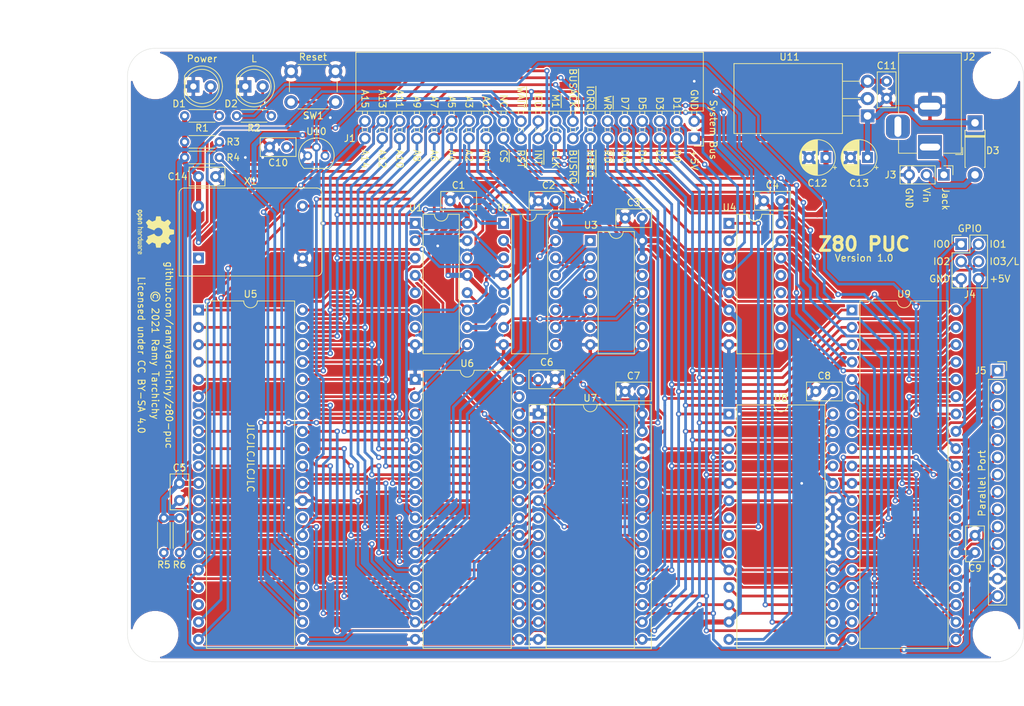
<source format=kicad_pcb>
(kicad_pcb (version 20171130) (host pcbnew 5.1.12)
  (title_block (title "Z80 PUC") (date 2021-11-06) (rev 1) (company "Ramy Tarchichy"))
  (layers (0 F.Cu signal) (31 B.Cu signal) (35 F.Paste user) (37 F.SilkS user) (38 B.Mask user) (39 F.Mask user) (44 Edge.Cuts user))
  (net 0 "")
  (net 1 GND)
  (net 2 VCC)
  (net 3 ~IORQ)
  (net 4 ~MREQ)
  (net 5 ~M1)
  (net 6 ~RESET)
  (net 7 CLK)
  (net 8 ~WR)
  (net 9 ~RD)
  (net 10 A7)
  (net 11 A6)
  (net 12 A5)
  (net 13 A10)
  (net 14 A9)
  (net 15 A8)
  (net 16 D1)
  (net 17 A4)
  (net 18 D0)
  (net 19 A3)
  (net 20 D7)
  (net 21 A2)
  (net 22 D2)
  (net 23 A1)
  (net 24 A0)
  (net 25 D6)
  (net 26 D5)
  (net 27 D3)
  (net 28 D4)
  (net 29 A14)
  (net 30 A13)
  (net 31 A12)
  (net 32 A11)
  (net 33 BANK3)
  (net 34 BANK1)
  (net 35 BANK2)
  (net 36 BANK0)
  (net 37 "Net-(D1-Pad2)")
  (net 38 "Net-(D2-Pad2)")
  (net 39 ~INT)
  (net 40 ~BUSRQ)
  (net 41 A15)
  (net 42 ~BUSACK)
  (net 43 "Net-(D3-Pad2)")
  (net 44 "Net-(J2-Pad1)")
  (net 45 ~WAIT)
  (net 46 "Net-(J4-Pad4)")
  (net 47 "Net-(J4-Pad3)")
  (net 48 ~NMI)
  (net 49 ~CARD_SEL)
  (net 50 IEI)
  (net 51 "Net-(U1-Pad7)")
  (net 52 "Net-(U1-Pad12)")
  (net 53 "Net-(U1-Pad9)")
  (net 54 "Net-(C13-Pad1)")
  (net 55 "Net-(J4-Pad2)")
  (net 56 "Net-(J4-Pad1)")
  (net 57 "Net-(J5-Pad12)")
  (net 58 "Net-(J5-Pad11)")
  (net 59 "Net-(J5-Pad10)")
  (net 60 "Net-(J5-Pad9)")
  (net 61 "Net-(J5-Pad8)")
  (net 62 "Net-(J5-Pad7)")
  (net 63 "Net-(J5-Pad6)")
  (net 64 "Net-(J5-Pad5)")
  (net 65 "Net-(J5-Pad4)")
  (net 66 "Net-(J5-Pad3)")
  (net 67 "Net-(U1-Pad4)")
  (net 68 "Net-(U2-Pad15)")
  (net 69 "Net-(U2-Pad7)")
  (net 70 "Net-(U2-Pad14)")
  (net 71 "Net-(U2-Pad13)")
  (net 72 "Net-(U2-Pad12)")
  (net 73 "Net-(U2-Pad11)")
  (net 74 "Net-(U2-Pad10)")
  (net 75 "Net-(U2-Pad9)")
  (net 76 "Net-(U3-Pad6)")
  (net 77 "Net-(U3-Pad8)")
  (net 78 "Net-(U4-Pad15)")
  (net 79 "Net-(U4-Pad14)")
  (net 80 "Net-(U8-Pad11)")
  (net 81 "Net-(J5-Pad2)")
  (net 82 "Net-(J5-Pad1)")
  (module Package_DIP:DIP-16_W7.62mm (layer F.Cu) (at 119.634 75.438)
    (fp_text reference U1 (at -1.016 -2.286) (layer F.SilkS) (effects (justify left)))
    (fp_text value 74HC157)
    (pad 16 thru_hole oval (at 7.62 0) (size 1.6 1.6) (drill 0.8) (layers *.Cu *.Mask) (net 2 VCC))
    (pad 8 thru_hole oval (at 0 17.78) (size 1.6 1.6) (drill 0.8) (layers *.Cu *.Mask) (net 1 GND))
    (pad 15 thru_hole oval (at 7.62 2.54) (size 1.6 1.6) (drill 0.8) (layers *.Cu *.Mask) (net 1 GND))
    (pad 7 thru_hole oval (at 0 15.24) (size 1.6 1.6) (drill 0.8) (layers *.Cu *.Mask) (net 51 "Net-(U1-Pad7)"))
    (pad 14 thru_hole oval (at 7.62 5.08) (size 1.6 1.6) (drill 0.8) (layers *.Cu *.Mask) (net 33 BANK3))
    (pad 6 thru_hole oval (at 0 12.7) (size 1.6 1.6) (drill 0.8) (layers *.Cu *.Mask) (net 29 A14))
    (pad 13 thru_hole oval (at 7.62 7.62) (size 1.6 1.6) (drill 0.8) (layers *.Cu *.Mask) (net 2 VCC))
    (pad 5 thru_hole oval (at 0 10.16) (size 1.6 1.6) (drill 0.8) (layers *.Cu *.Mask) (net 34 BANK1))
    (pad 12 thru_hole oval (at 7.62 10.16) (size 1.6 1.6) (drill 0.8) (layers *.Cu *.Mask) (net 52 "Net-(U1-Pad12)"))
    (pad 4 thru_hole oval (at 0 7.62) (size 1.6 1.6) (drill 0.8) (layers *.Cu *.Mask) (net 67 "Net-(U1-Pad4)"))
    (pad 11 thru_hole oval (at 7.62 12.7) (size 1.6 1.6) (drill 0.8) (layers *.Cu *.Mask) (net 35 BANK2))
    (pad 3 thru_hole oval (at 0 5.08) (size 1.6 1.6) (drill 0.8) (layers *.Cu *.Mask) (net 30 A13))
    (pad 10 thru_hole oval (at 7.62 15.24) (size 1.6 1.6) (drill 0.8) (layers *.Cu *.Mask) (net 2 VCC))
    (pad 2 thru_hole oval (at 0 2.54) (size 1.6 1.6) (drill 0.8) (layers *.Cu *.Mask) (net 36 BANK0))
    (pad 9 thru_hole oval (at 7.62 17.78) (size 1.6 1.6) (drill 0.8) (layers *.Cu *.Mask) (net 53 "Net-(U1-Pad9)"))
    (pad 1 thru_hole rect (at 0 0) (size 1.6 1.6) (drill 0.8) (layers *.Cu *.Mask) (net 41 A15))
  )
  (module Oscillator:Oscillator_DIP-14 (layer F.Cu) (at 87.884 80.518)
    (fp_text reference X1 (at 7.62 -11.26) (layer F.SilkS))
    (fp_text value 10MHz)
    (pad 7 thru_hole circle (at 15.24 0) (size 1.6 1.6) (drill 0.8) (layers *.Cu *.Mask) (net 1 GND))
    (pad 8 thru_hole circle (at 15.24 -7.62) (size 1.6 1.6) (drill 0.8) (layers *.Cu *.Mask) (net 7 CLK))
    (pad 14 thru_hole circle (at 0 -7.62) (size 1.6 1.6) (drill 0.8) (layers *.Cu *.Mask) (net 2 VCC))
    (pad 1 thru_hole rect (at 0 0) (size 1.6 1.6) (drill 0.8) (layers *.Cu *.Mask))
  )
  (module Package_DIP:DIP-16_W7.62mm (layer F.Cu) (at 165.608 75.438)
    (fp_text reference U4 (at -1.016 -2.33) (layer F.SilkS) (effects (justify left)))
    (fp_text value 74HC138)
    (pad 16 thru_hole oval (at 7.62 0) (size 1.6 1.6) (drill 0.8) (layers *.Cu *.Mask) (net 2 VCC))
    (pad 8 thru_hole oval (at 0 17.78) (size 1.6 1.6) (drill 0.8) (layers *.Cu *.Mask) (net 1 GND))
    (pad 15 thru_hole oval (at 7.62 2.54) (size 1.6 1.6) (drill 0.8) (layers *.Cu *.Mask) (net 78 "Net-(U4-Pad15)"))
    (pad 7 thru_hole oval (at 0 15.24) (size 1.6 1.6) (drill 0.8) (layers *.Cu *.Mask))
    (pad 14 thru_hole oval (at 7.62 5.08) (size 1.6 1.6) (drill 0.8) (layers *.Cu *.Mask) (net 79 "Net-(U4-Pad14)"))
    (pad 6 thru_hole oval (at 0 12.7) (size 1.6 1.6) (drill 0.8) (layers *.Cu *.Mask) (net 2 VCC))
    (pad 13 thru_hole oval (at 7.62 7.62) (size 1.6 1.6) (drill 0.8) (layers *.Cu *.Mask))
    (pad 5 thru_hole oval (at 0 10.16) (size 1.6 1.6) (drill 0.8) (layers *.Cu *.Mask) (net 3 ~IORQ))
    (pad 12 thru_hole oval (at 7.62 10.16) (size 1.6 1.6) (drill 0.8) (layers *.Cu *.Mask))
    (pad 4 thru_hole oval (at 0 7.62) (size 1.6 1.6) (drill 0.8) (layers *.Cu *.Mask) (net 10 A7))
    (pad 11 thru_hole oval (at 7.62 12.7) (size 1.6 1.6) (drill 0.8) (layers *.Cu *.Mask))
    (pad 3 thru_hole oval (at 0 5.08) (size 1.6 1.6) (drill 0.8) (layers *.Cu *.Mask) (net 11 A6))
    (pad 10 thru_hole oval (at 7.62 15.24) (size 1.6 1.6) (drill 0.8) (layers *.Cu *.Mask))
    (pad 2 thru_hole oval (at 0 2.54) (size 1.6 1.6) (drill 0.8) (layers *.Cu *.Mask) (net 12 A5))
    (pad 9 thru_hole oval (at 7.62 17.78) (size 1.6 1.6) (drill 0.8) (layers *.Cu *.Mask))
    (pad 1 thru_hole rect (at 0 0) (size 1.6 1.6) (drill 0.8) (layers *.Cu *.Mask) (net 17 A4))
  )
  (module Connector_PinHeader_2.54mm:PinHeader_2x03_P2.54mm_Vertical (layer F.Cu) (at 199.644 78.486)
    (fp_text reference J4 (at 1.27 7.366) (layer F.SilkS))
    (fp_text value Conn_01x06)
    (pad 6 thru_hole oval (at 2.54 5.08) (size 1.7 1.7) (drill 1) (layers *.Cu *.Mask) (net 2 VCC))
    (pad 5 thru_hole oval (at 0 5.08) (size 1.7 1.7) (drill 1) (layers *.Cu *.Mask) (net 1 GND))
    (pad 4 thru_hole oval (at 2.54 2.54) (size 1.7 1.7) (drill 1) (layers *.Cu *.Mask) (net 46 "Net-(J4-Pad4)"))
    (pad 3 thru_hole oval (at 0 2.54) (size 1.7 1.7) (drill 1) (layers *.Cu *.Mask) (net 47 "Net-(J4-Pad3)"))
    (pad 2 thru_hole oval (at 2.54 0) (size 1.7 1.7) (drill 1) (layers *.Cu *.Mask) (net 55 "Net-(J4-Pad2)"))
    (pad 1 thru_hole rect (at 0 0) (size 1.7 1.7) (drill 1) (layers *.Cu *.Mask) (net 56 "Net-(J4-Pad1)"))
  )
  (module Connector_PinSocket_2.54mm:PinSocket_2x20_P2.54mm_Horizontal (layer F.Cu) (at 160.528 62.992 270)
    (fp_text reference J1 (at 0 49.53) (layer F.SilkS) (effects (justify right)))
    (fp_text value Conn_01x40)
    (pad 40 thru_hole oval (at -2.54 48.26 270) (size 1.7 1.7) (drill 1) (layers *.Cu *.Mask) (net 41 A15))
    (pad 39 thru_hole oval (at 0 48.26 270) (size 1.7 1.7) (drill 1) (layers *.Cu *.Mask) (net 29 A14))
    (pad 38 thru_hole oval (at -2.54 45.72 270) (size 1.7 1.7) (drill 1) (layers *.Cu *.Mask) (net 30 A13))
    (pad 37 thru_hole oval (at 0 45.72 270) (size 1.7 1.7) (drill 1) (layers *.Cu *.Mask) (net 31 A12))
    (pad 36 thru_hole oval (at -2.54 43.18 270) (size 1.7 1.7) (drill 1) (layers *.Cu *.Mask) (net 32 A11))
    (pad 35 thru_hole oval (at 0 43.18 270) (size 1.7 1.7) (drill 1) (layers *.Cu *.Mask) (net 13 A10))
    (pad 34 thru_hole oval (at -2.54 40.64 270) (size 1.7 1.7) (drill 1) (layers *.Cu *.Mask) (net 14 A9))
    (pad 33 thru_hole oval (at 0 40.64 270) (size 1.7 1.7) (drill 1) (layers *.Cu *.Mask) (net 15 A8))
    (pad 32 thru_hole oval (at -2.54 38.1 270) (size 1.7 1.7) (drill 1) (layers *.Cu *.Mask) (net 10 A7))
    (pad 31 thru_hole oval (at 0 38.1 270) (size 1.7 1.7) (drill 1) (layers *.Cu *.Mask) (net 11 A6))
    (pad 30 thru_hole oval (at -2.54 35.56 270) (size 1.7 1.7) (drill 1) (layers *.Cu *.Mask) (net 12 A5))
    (pad 29 thru_hole oval (at 0 35.56 270) (size 1.7 1.7) (drill 1) (layers *.Cu *.Mask) (net 17 A4))
    (pad 28 thru_hole oval (at -2.54 33.02 270) (size 1.7 1.7) (drill 1) (layers *.Cu *.Mask) (net 19 A3))
    (pad 27 thru_hole oval (at 0 33.02 270) (size 1.7 1.7) (drill 1) (layers *.Cu *.Mask) (net 21 A2))
    (pad 26 thru_hole oval (at -2.54 30.48 270) (size 1.7 1.7) (drill 1) (layers *.Cu *.Mask) (net 23 A1))
    (pad 25 thru_hole oval (at 0 30.48 270) (size 1.7 1.7) (drill 1) (layers *.Cu *.Mask) (net 24 A0))
    (pad 24 thru_hole oval (at -2.54 27.94 270) (size 1.7 1.7) (drill 1) (layers *.Cu *.Mask) (net 48 ~NMI))
    (pad 23 thru_hole oval (at 0 27.94 270) (size 1.7 1.7) (drill 1) (layers *.Cu *.Mask) (net 49 ~CARD_SEL))
    (pad 22 thru_hole oval (at -2.54 25.4 270) (size 1.7 1.7) (drill 1) (layers *.Cu *.Mask) (net 45 ~WAIT))
    (pad 21 thru_hole oval (at 0 25.4 270) (size 1.7 1.7) (drill 1) (layers *.Cu *.Mask) (net 6 ~RESET))
    (pad 20 thru_hole oval (at -2.54 22.86 270) (size 1.7 1.7) (drill 1) (layers *.Cu *.Mask) (net 50 IEI))
    (pad 19 thru_hole oval (at 0 22.86 270) (size 1.7 1.7) (drill 1) (layers *.Cu *.Mask) (net 39 ~INT))
    (pad 18 thru_hole oval (at -2.54 20.32 270) (size 1.7 1.7) (drill 1) (layers *.Cu *.Mask) (net 5 ~M1))
    (pad 17 thru_hole oval (at 0 20.32 270) (size 1.7 1.7) (drill 1) (layers *.Cu *.Mask) (net 7 CLK))
    (pad 16 thru_hole oval (at -2.54 17.78 270) (size 1.7 1.7) (drill 1) (layers *.Cu *.Mask) (net 42 ~BUSACK))
    (pad 15 thru_hole oval (at 0 17.78 270) (size 1.7 1.7) (drill 1) (layers *.Cu *.Mask) (net 40 ~BUSRQ))
    (pad 14 thru_hole oval (at -2.54 15.24 270) (size 1.7 1.7) (drill 1) (layers *.Cu *.Mask) (net 3 ~IORQ))
    (pad 13 thru_hole oval (at 0 15.24 270) (size 1.7 1.7) (drill 1) (layers *.Cu *.Mask) (net 4 ~MREQ))
    (pad 12 thru_hole oval (at -2.54 12.7 270) (size 1.7 1.7) (drill 1) (layers *.Cu *.Mask) (net 8 ~WR))
    (pad 11 thru_hole oval (at 0 12.7 270) (size 1.7 1.7) (drill 1) (layers *.Cu *.Mask) (net 9 ~RD))
    (pad 10 thru_hole oval (at -2.54 10.16 270) (size 1.7 1.7) (drill 1) (layers *.Cu *.Mask) (net 20 D7))
    (pad 9 thru_hole oval (at 0 10.16 270) (size 1.7 1.7) (drill 1) (layers *.Cu *.Mask) (net 25 D6))
    (pad 8 thru_hole oval (at -2.54 7.62 270) (size 1.7 1.7) (drill 1) (layers *.Cu *.Mask) (net 26 D5))
    (pad 7 thru_hole oval (at 0 7.62 270) (size 1.7 1.7) (drill 1) (layers *.Cu *.Mask) (net 28 D4))
    (pad 6 thru_hole oval (at -2.54 5.08 270) (size 1.7 1.7) (drill 1) (layers *.Cu *.Mask) (net 27 D3))
    (pad 5 thru_hole oval (at 0 5.08 270) (size 1.7 1.7) (drill 1) (layers *.Cu *.Mask) (net 22 D2))
    (pad 4 thru_hole oval (at -2.54 2.54 270) (size 1.7 1.7) (drill 1) (layers *.Cu *.Mask) (net 16 D1))
    (pad 3 thru_hole oval (at 0 2.54 270) (size 1.7 1.7) (drill 1) (layers *.Cu *.Mask) (net 18 D0))
    (pad 2 thru_hole oval (at -2.54 0 270) (size 1.7 1.7) (drill 1) (layers *.Cu *.Mask) (net 1 GND))
    (pad 1 thru_hole rect (at 0 0 270) (size 1.7 1.7) (drill 1) (layers *.Cu *.Mask) (net 2 VCC))
  )
  (module Package_TO_SOT_THT:TO-220-3_Horizontal_TabDown (layer F.Cu) (at 185.928 59.69 90)
    (fp_text reference U11 (at 8.636 -11.43 180) (layer F.SilkS))
    (fp_text value L7805)
    (pad 3 thru_hole oval (at 5.08 0 90) (size 1.905 2) (drill 1.1) (layers *.Cu *.Mask) (net 2 VCC))
    (pad 2 thru_hole oval (at 2.54 0 90) (size 1.905 2) (drill 1.1) (layers *.Cu *.Mask) (net 1 GND))
    (pad 1 thru_hole rect (at 0 0 90) (size 1.905 2) (drill 1.1) (layers *.Cu *.Mask) (net 54 "Net-(C13-Pad1)"))
  )
  (module Package_DIP:DIP-32_W15.24mm (layer F.Cu) (at 119.634 98.298)
    (fp_text reference U6 (at 7.62 -2.33) (layer F.SilkS))
    (fp_text value AS6C1008-55PCN)
    (pad 32 thru_hole oval (at 15.24 0) (size 1.6 1.6) (drill 0.8) (layers *.Cu *.Mask) (net 2 VCC))
    (pad 16 thru_hole oval (at 0 38.1) (size 1.6 1.6) (drill 0.8) (layers *.Cu *.Mask) (net 1 GND))
    (pad 31 thru_hole oval (at 15.24 2.54) (size 1.6 1.6) (drill 0.8) (layers *.Cu *.Mask) (net 52 "Net-(U1-Pad12)"))
    (pad 15 thru_hole oval (at 0 35.56) (size 1.6 1.6) (drill 0.8) (layers *.Cu *.Mask) (net 22 D2))
    (pad 30 thru_hole oval (at 15.24 5.08) (size 1.6 1.6) (drill 0.8) (layers *.Cu *.Mask) (net 2 VCC))
    (pad 14 thru_hole oval (at 0 33.02) (size 1.6 1.6) (drill 0.8) (layers *.Cu *.Mask) (net 16 D1))
    (pad 29 thru_hole oval (at 15.24 7.62) (size 1.6 1.6) (drill 0.8) (layers *.Cu *.Mask) (net 8 ~WR))
    (pad 13 thru_hole oval (at 0 30.48) (size 1.6 1.6) (drill 0.8) (layers *.Cu *.Mask) (net 18 D0))
    (pad 28 thru_hole oval (at 15.24 10.16) (size 1.6 1.6) (drill 0.8) (layers *.Cu *.Mask) (net 67 "Net-(U1-Pad4)"))
    (pad 12 thru_hole oval (at 0 27.94) (size 1.6 1.6) (drill 0.8) (layers *.Cu *.Mask) (net 24 A0))
    (pad 27 thru_hole oval (at 15.24 12.7) (size 1.6 1.6) (drill 0.8) (layers *.Cu *.Mask) (net 15 A8))
    (pad 11 thru_hole oval (at 0 25.4) (size 1.6 1.6) (drill 0.8) (layers *.Cu *.Mask) (net 23 A1))
    (pad 26 thru_hole oval (at 15.24 15.24) (size 1.6 1.6) (drill 0.8) (layers *.Cu *.Mask) (net 14 A9))
    (pad 10 thru_hole oval (at 0 22.86) (size 1.6 1.6) (drill 0.8) (layers *.Cu *.Mask) (net 21 A2))
    (pad 25 thru_hole oval (at 15.24 17.78) (size 1.6 1.6) (drill 0.8) (layers *.Cu *.Mask) (net 32 A11))
    (pad 9 thru_hole oval (at 0 20.32) (size 1.6 1.6) (drill 0.8) (layers *.Cu *.Mask) (net 19 A3))
    (pad 24 thru_hole oval (at 15.24 20.32) (size 1.6 1.6) (drill 0.8) (layers *.Cu *.Mask) (net 9 ~RD))
    (pad 8 thru_hole oval (at 0 17.78) (size 1.6 1.6) (drill 0.8) (layers *.Cu *.Mask) (net 17 A4))
    (pad 23 thru_hole oval (at 15.24 22.86) (size 1.6 1.6) (drill 0.8) (layers *.Cu *.Mask) (net 13 A10))
    (pad 7 thru_hole oval (at 0 15.24) (size 1.6 1.6) (drill 0.8) (layers *.Cu *.Mask) (net 12 A5))
    (pad 22 thru_hole oval (at 15.24 25.4) (size 1.6 1.6) (drill 0.8) (layers *.Cu *.Mask) (net 77 "Net-(U3-Pad8)"))
    (pad 6 thru_hole oval (at 0 12.7) (size 1.6 1.6) (drill 0.8) (layers *.Cu *.Mask) (net 11 A6))
    (pad 21 thru_hole oval (at 15.24 27.94) (size 1.6 1.6) (drill 0.8) (layers *.Cu *.Mask) (net 20 D7))
    (pad 5 thru_hole oval (at 0 10.16) (size 1.6 1.6) (drill 0.8) (layers *.Cu *.Mask) (net 10 A7))
    (pad 20 thru_hole oval (at 15.24 30.48) (size 1.6 1.6) (drill 0.8) (layers *.Cu *.Mask) (net 25 D6))
    (pad 4 thru_hole oval (at 0 7.62) (size 1.6 1.6) (drill 0.8) (layers *.Cu *.Mask) (net 31 A12))
    (pad 19 thru_hole oval (at 15.24 33.02) (size 1.6 1.6) (drill 0.8) (layers *.Cu *.Mask) (net 26 D5))
    (pad 3 thru_hole oval (at 0 5.08) (size 1.6 1.6) (drill 0.8) (layers *.Cu *.Mask) (net 51 "Net-(U1-Pad7)"))
    (pad 18 thru_hole oval (at 15.24 35.56) (size 1.6 1.6) (drill 0.8) (layers *.Cu *.Mask) (net 28 D4))
    (pad 2 thru_hole oval (at 0 2.54) (size 1.6 1.6) (drill 0.8) (layers *.Cu *.Mask) (net 53 "Net-(U1-Pad9)"))
    (pad 17 thru_hole oval (at 15.24 38.1) (size 1.6 1.6) (drill 0.8) (layers *.Cu *.Mask) (net 27 D3))
    (pad 1 thru_hole rect (at 0 0) (size 1.6 1.6) (drill 0.8) (layers *.Cu *.Mask) (net 1 GND))
  )
  (module Package_DIP:DIP-28_W15.24mm_Socket (layer F.Cu) (at 137.668 103.378)
    (fp_text reference U7 (at 7.62 -2.33) (layer F.SilkS))
    (fp_text value AT28C64B)
    (pad 28 thru_hole oval (at 15.24 0) (size 1.6 1.6) (drill 0.8) (layers *.Cu *.Mask) (net 2 VCC))
    (pad 14 thru_hole oval (at 0 33.02) (size 1.6 1.6) (drill 0.8) (layers *.Cu *.Mask) (net 1 GND))
    (pad 27 thru_hole oval (at 15.24 2.54) (size 1.6 1.6) (drill 0.8) (layers *.Cu *.Mask) (net 2 VCC))
    (pad 13 thru_hole oval (at 0 30.48) (size 1.6 1.6) (drill 0.8) (layers *.Cu *.Mask) (net 22 D2))
    (pad 26 thru_hole oval (at 15.24 5.08) (size 1.6 1.6) (drill 0.8) (layers *.Cu *.Mask) (net 1 GND))
    (pad 12 thru_hole oval (at 0 27.94) (size 1.6 1.6) (drill 0.8) (layers *.Cu *.Mask) (net 16 D1))
    (pad 25 thru_hole oval (at 15.24 7.62) (size 1.6 1.6) (drill 0.8) (layers *.Cu *.Mask) (net 15 A8))
    (pad 11 thru_hole oval (at 0 25.4) (size 1.6 1.6) (drill 0.8) (layers *.Cu *.Mask) (net 18 D0))
    (pad 24 thru_hole oval (at 15.24 10.16) (size 1.6 1.6) (drill 0.8) (layers *.Cu *.Mask) (net 14 A9))
    (pad 10 thru_hole oval (at 0 22.86) (size 1.6 1.6) (drill 0.8) (layers *.Cu *.Mask) (net 24 A0))
    (pad 23 thru_hole oval (at 15.24 12.7) (size 1.6 1.6) (drill 0.8) (layers *.Cu *.Mask) (net 32 A11))
    (pad 9 thru_hole oval (at 0 20.32) (size 1.6 1.6) (drill 0.8) (layers *.Cu *.Mask) (net 23 A1))
    (pad 22 thru_hole oval (at 15.24 15.24) (size 1.6 1.6) (drill 0.8) (layers *.Cu *.Mask) (net 9 ~RD))
    (pad 8 thru_hole oval (at 0 17.78) (size 1.6 1.6) (drill 0.8) (layers *.Cu *.Mask) (net 21 A2))
    (pad 21 thru_hole oval (at 15.24 17.78) (size 1.6 1.6) (drill 0.8) (layers *.Cu *.Mask) (net 13 A10))
    (pad 7 thru_hole oval (at 0 15.24) (size 1.6 1.6) (drill 0.8) (layers *.Cu *.Mask) (net 19 A3))
    (pad 20 thru_hole oval (at 15.24 20.32) (size 1.6 1.6) (drill 0.8) (layers *.Cu *.Mask) (net 68 "Net-(U2-Pad15)"))
    (pad 6 thru_hole oval (at 0 12.7) (size 1.6 1.6) (drill 0.8) (layers *.Cu *.Mask) (net 17 A4))
    (pad 19 thru_hole oval (at 15.24 22.86) (size 1.6 1.6) (drill 0.8) (layers *.Cu *.Mask) (net 20 D7))
    (pad 5 thru_hole oval (at 0 10.16) (size 1.6 1.6) (drill 0.8) (layers *.Cu *.Mask) (net 12 A5))
    (pad 18 thru_hole oval (at 15.24 25.4) (size 1.6 1.6) (drill 0.8) (layers *.Cu *.Mask) (net 25 D6))
    (pad 4 thru_hole oval (at 0 7.62) (size 1.6 1.6) (drill 0.8) (layers *.Cu *.Mask) (net 11 A6))
    (pad 17 thru_hole oval (at 15.24 27.94) (size 1.6 1.6) (drill 0.8) (layers *.Cu *.Mask) (net 26 D5))
    (pad 3 thru_hole oval (at 0 5.08) (size 1.6 1.6) (drill 0.8) (layers *.Cu *.Mask) (net 10 A7))
    (pad 16 thru_hole oval (at 15.24 30.48) (size 1.6 1.6) (drill 0.8) (layers *.Cu *.Mask) (net 28 D4))
    (pad 2 thru_hole oval (at 0 2.54) (size 1.6 1.6) (drill 0.8) (layers *.Cu *.Mask) (net 31 A12))
    (pad 15 thru_hole oval (at 15.24 33.02) (size 1.6 1.6) (drill 0.8) (layers *.Cu *.Mask) (net 27 D3))
    (pad 1 thru_hole rect (at 0 0) (size 1.6 1.6) (drill 0.8) (layers *.Cu *.Mask) (net 1 GND))
  )
  (module Package_DIP:DIP-14_W7.62mm (layer F.Cu) (at 145.288 77.978)
    (fp_text reference U3 (at -1.016 -2.286) (layer F.SilkS) (effects (justify left)))
    (fp_text value 74HC11)
    (pad 14 thru_hole oval (at 7.62 0) (size 1.6 1.6) (drill 0.8) (layers *.Cu *.Mask) (net 2 VCC))
    (pad 7 thru_hole oval (at 0 15.24) (size 1.6 1.6) (drill 0.8) (layers *.Cu *.Mask) (net 1 GND))
    (pad 13 thru_hole oval (at 7.62 2.54) (size 1.6 1.6) (drill 0.8) (layers *.Cu *.Mask) (net 2 VCC))
    (pad 6 thru_hole oval (at 0 12.7) (size 1.6 1.6) (drill 0.8) (layers *.Cu *.Mask) (net 76 "Net-(U3-Pad6)"))
    (pad 12 thru_hole oval (at 7.62 5.08) (size 1.6 1.6) (drill 0.8) (layers *.Cu *.Mask) (net 49 ~CARD_SEL))
    (pad 5 thru_hole oval (at 0 10.16) (size 1.6 1.6) (drill 0.8) (layers *.Cu *.Mask) (net 75 "Net-(U2-Pad9)"))
    (pad 11 thru_hole oval (at 7.62 7.62) (size 1.6 1.6) (drill 0.8) (layers *.Cu *.Mask) (net 69 "Net-(U2-Pad7)"))
    (pad 4 thru_hole oval (at 0 7.62) (size 1.6 1.6) (drill 0.8) (layers *.Cu *.Mask) (net 74 "Net-(U2-Pad10)"))
    (pad 10 thru_hole oval (at 7.62 10.16) (size 1.6 1.6) (drill 0.8) (layers *.Cu *.Mask) (net 70 "Net-(U2-Pad14)"))
    (pad 3 thru_hole oval (at 0 5.08) (size 1.6 1.6) (drill 0.8) (layers *.Cu *.Mask) (net 73 "Net-(U2-Pad11)"))
    (pad 9 thru_hole oval (at 7.62 12.7) (size 1.6 1.6) (drill 0.8) (layers *.Cu *.Mask) (net 76 "Net-(U3-Pad6)"))
    (pad 2 thru_hole oval (at 0 2.54) (size 1.6 1.6) (drill 0.8) (layers *.Cu *.Mask) (net 72 "Net-(U2-Pad12)"))
    (pad 8 thru_hole oval (at 7.62 15.24) (size 1.6 1.6) (drill 0.8) (layers *.Cu *.Mask) (net 77 "Net-(U3-Pad8)"))
    (pad 1 thru_hole rect (at 0 0) (size 1.6 1.6) (drill 0.8) (layers *.Cu *.Mask) (net 71 "Net-(U2-Pad13)"))
  )
  (module Package_DIP:DIP-16_W7.62mm (layer F.Cu) (at 132.588 75.438)
    (fp_text reference U2 (at -1.016 -2.286) (layer F.SilkS) (effects (justify left)))
    (fp_text value 74HC137)
    (pad 16 thru_hole oval (at 7.62 0) (size 1.6 1.6) (drill 0.8) (layers *.Cu *.Mask) (net 2 VCC))
    (pad 8 thru_hole oval (at 0 17.78) (size 1.6 1.6) (drill 0.8) (layers *.Cu *.Mask) (net 1 GND))
    (pad 15 thru_hole oval (at 7.62 2.54) (size 1.6 1.6) (drill 0.8) (layers *.Cu *.Mask) (net 68 "Net-(U2-Pad15)"))
    (pad 7 thru_hole oval (at 0 15.24) (size 1.6 1.6) (drill 0.8) (layers *.Cu *.Mask) (net 69 "Net-(U2-Pad7)"))
    (pad 14 thru_hole oval (at 7.62 5.08) (size 1.6 1.6) (drill 0.8) (layers *.Cu *.Mask) (net 70 "Net-(U2-Pad14)"))
    (pad 6 thru_hole oval (at 0 12.7) (size 1.6 1.6) (drill 0.8) (layers *.Cu *.Mask) (net 2 VCC))
    (pad 13 thru_hole oval (at 7.62 7.62) (size 1.6 1.6) (drill 0.8) (layers *.Cu *.Mask) (net 71 "Net-(U2-Pad13)"))
    (pad 5 thru_hole oval (at 0 10.16) (size 1.6 1.6) (drill 0.8) (layers *.Cu *.Mask) (net 4 ~MREQ))
    (pad 12 thru_hole oval (at 7.62 10.16) (size 1.6 1.6) (drill 0.8) (layers *.Cu *.Mask) (net 72 "Net-(U2-Pad12)"))
    (pad 4 thru_hole oval (at 0 7.62) (size 1.6 1.6) (drill 0.8) (layers *.Cu *.Mask) (net 1 GND))
    (pad 11 thru_hole oval (at 7.62 12.7) (size 1.6 1.6) (drill 0.8) (layers *.Cu *.Mask) (net 73 "Net-(U2-Pad11)"))
    (pad 3 thru_hole oval (at 0 5.08) (size 1.6 1.6) (drill 0.8) (layers *.Cu *.Mask) (net 41 A15))
    (pad 10 thru_hole oval (at 7.62 15.24) (size 1.6 1.6) (drill 0.8) (layers *.Cu *.Mask) (net 74 "Net-(U2-Pad10)"))
    (pad 2 thru_hole oval (at 0 2.54) (size 1.6 1.6) (drill 0.8) (layers *.Cu *.Mask) (net 29 A14))
    (pad 9 thru_hole oval (at 7.62 17.78) (size 1.6 1.6) (drill 0.8) (layers *.Cu *.Mask) (net 75 "Net-(U2-Pad9)"))
    (pad 1 thru_hole rect (at 0 0) (size 1.6 1.6) (drill 0.8) (layers *.Cu *.Mask) (net 30 A13))
  )
  (module Package_TO_SOT_THT:TO-92 (layer F.Cu) (at 103.886 65.532)
    (fp_text reference U10 (at 1.27 -3.56) (layer F.SilkS))
    (fp_text value DS1233-5+)
    (pad 1 thru_hole circle (at 0 0) (size 1.3 1.3) (drill 0.75) (layers *.Cu *.Mask) (net 1 GND))
    (pad 3 thru_hole circle (at 2.54 0) (size 1.3 1.3) (drill 0.75) (layers *.Cu *.Mask) (net 2 VCC))
    (pad 2 thru_hole circle (at 1.27 -1.27) (size 1.3 1.3) (drill 0.75) (layers *.Cu *.Mask) (net 6 ~RESET))
  )
  (module Package_DIP:DIP-28_W15.24mm (layer F.Cu) (at 165.608 103.378)
    (fp_text reference U8 (at 7.62 -2.33) (layer F.SilkS))
    (fp_text value Z84C3010PEG)
    (pad 28 thru_hole oval (at 15.24 0) (size 1.6 1.6) (drill 0.8) (layers *.Cu *.Mask) (net 27 D3))
    (pad 14 thru_hole oval (at 0 33.02) (size 1.6 1.6) (drill 0.8) (layers *.Cu *.Mask) (net 5 ~M1))
    (pad 27 thru_hole oval (at 15.24 2.54) (size 1.6 1.6) (drill 0.8) (layers *.Cu *.Mask) (net 22 D2))
    (pad 13 thru_hole oval (at 0 30.48) (size 1.6 1.6) (drill 0.8) (layers *.Cu *.Mask) (net 2 VCC))
    (pad 26 thru_hole oval (at 15.24 5.08) (size 1.6 1.6) (drill 0.8) (layers *.Cu *.Mask) (net 16 D1))
    (pad 12 thru_hole oval (at 0 27.94) (size 1.6 1.6) (drill 0.8) (layers *.Cu *.Mask) (net 39 ~INT))
    (pad 25 thru_hole oval (at 15.24 7.62) (size 1.6 1.6) (drill 0.8) (layers *.Cu *.Mask) (net 18 D0))
    (pad 11 thru_hole oval (at 0 25.4) (size 1.6 1.6) (drill 0.8) (layers *.Cu *.Mask) (net 80 "Net-(U8-Pad11)"))
    (pad 24 thru_hole oval (at 15.24 10.16) (size 1.6 1.6) (drill 0.8) (layers *.Cu *.Mask) (net 2 VCC))
    (pad 10 thru_hole oval (at 0 22.86) (size 1.6 1.6) (drill 0.8) (layers *.Cu *.Mask) (net 3 ~IORQ))
    (pad 23 thru_hole oval (at 15.24 12.7) (size 1.6 1.6) (drill 0.8) (layers *.Cu *.Mask) (net 1 GND))
    (pad 9 thru_hole oval (at 0 20.32) (size 1.6 1.6) (drill 0.8) (layers *.Cu *.Mask))
    (pad 22 thru_hole oval (at 15.24 15.24) (size 1.6 1.6) (drill 0.8) (layers *.Cu *.Mask) (net 1 GND))
    (pad 8 thru_hole oval (at 0 17.78) (size 1.6 1.6) (drill 0.8) (layers *.Cu *.Mask))
    (pad 21 thru_hole oval (at 15.24 17.78) (size 1.6 1.6) (drill 0.8) (layers *.Cu *.Mask) (net 1 GND))
    (pad 7 thru_hole oval (at 0 15.24) (size 1.6 1.6) (drill 0.8) (layers *.Cu *.Mask))
    (pad 20 thru_hole oval (at 15.24 20.32) (size 1.6 1.6) (drill 0.8) (layers *.Cu *.Mask) (net 1 GND))
    (pad 6 thru_hole oval (at 0 12.7) (size 1.6 1.6) (drill 0.8) (layers *.Cu *.Mask) (net 9 ~RD))
    (pad 19 thru_hole oval (at 15.24 22.86) (size 1.6 1.6) (drill 0.8) (layers *.Cu *.Mask) (net 23 A1))
    (pad 5 thru_hole oval (at 0 10.16) (size 1.6 1.6) (drill 0.8) (layers *.Cu *.Mask) (net 1 GND))
    (pad 18 thru_hole oval (at 15.24 25.4) (size 1.6 1.6) (drill 0.8) (layers *.Cu *.Mask) (net 24 A0))
    (pad 4 thru_hole oval (at 0 7.62) (size 1.6 1.6) (drill 0.8) (layers *.Cu *.Mask) (net 20 D7))
    (pad 17 thru_hole oval (at 15.24 27.94) (size 1.6 1.6) (drill 0.8) (layers *.Cu *.Mask) (net 6 ~RESET))
    (pad 3 thru_hole oval (at 0 5.08) (size 1.6 1.6) (drill 0.8) (layers *.Cu *.Mask) (net 25 D6))
    (pad 16 thru_hole oval (at 15.24 30.48) (size 1.6 1.6) (drill 0.8) (layers *.Cu *.Mask) (net 78 "Net-(U4-Pad15)"))
    (pad 2 thru_hole oval (at 0 2.54) (size 1.6 1.6) (drill 0.8) (layers *.Cu *.Mask) (net 26 D5))
    (pad 15 thru_hole oval (at 15.24 33.02) (size 1.6 1.6) (drill 0.8) (layers *.Cu *.Mask) (net 7 CLK))
    (pad 1 thru_hole rect (at 0 0) (size 1.6 1.6) (drill 0.8) (layers *.Cu *.Mask) (net 28 D4))
  )
  (module Package_DIP:DIP-40_W15.24mm (layer F.Cu) (at 183.642 88.138)
    (fp_text reference U9 (at 7.62 -2.33) (layer F.SilkS))
    (fp_text value Z84C20)
    (pad 40 thru_hole oval (at 15.24 0) (size 1.6 1.6) (drill 0.8) (layers *.Cu *.Mask) (net 27 D3))
    (pad 20 thru_hole oval (at 0 48.26) (size 1.6 1.6) (drill 0.8) (layers *.Cu *.Mask) (net 16 D1))
    (pad 39 thru_hole oval (at 15.24 2.54) (size 1.6 1.6) (drill 0.8) (layers *.Cu *.Mask) (net 28 D4))
    (pad 19 thru_hole oval (at 0 45.72) (size 1.6 1.6) (drill 0.8) (layers *.Cu *.Mask) (net 18 D0))
    (pad 38 thru_hole oval (at 15.24 5.08) (size 1.6 1.6) (drill 0.8) (layers *.Cu *.Mask) (net 26 D5))
    (pad 18 thru_hole oval (at 0 43.18) (size 1.6 1.6) (drill 0.8) (layers *.Cu *.Mask) (net 58 "Net-(J5-Pad11)"))
    (pad 37 thru_hole oval (at 15.24 7.62) (size 1.6 1.6) (drill 0.8) (layers *.Cu *.Mask) (net 5 ~M1))
    (pad 17 thru_hole oval (at 0 40.64) (size 1.6 1.6) (drill 0.8) (layers *.Cu *.Mask) (net 59 "Net-(J5-Pad10)"))
    (pad 36 thru_hole oval (at 15.24 10.16) (size 1.6 1.6) (drill 0.8) (layers *.Cu *.Mask) (net 3 ~IORQ))
    (pad 16 thru_hole oval (at 0 38.1) (size 1.6 1.6) (drill 0.8) (layers *.Cu *.Mask) (net 60 "Net-(J5-Pad9)"))
    (pad 35 thru_hole oval (at 15.24 12.7) (size 1.6 1.6) (drill 0.8) (layers *.Cu *.Mask) (net 9 ~RD))
    (pad 15 thru_hole oval (at 0 35.56) (size 1.6 1.6) (drill 0.8) (layers *.Cu *.Mask) (net 61 "Net-(J5-Pad8)"))
    (pad 34 thru_hole oval (at 15.24 15.24) (size 1.6 1.6) (drill 0.8) (layers *.Cu *.Mask) (net 46 "Net-(J4-Pad4)"))
    (pad 14 thru_hole oval (at 0 33.02) (size 1.6 1.6) (drill 0.8) (layers *.Cu *.Mask) (net 62 "Net-(J5-Pad7)"))
    (pad 33 thru_hole oval (at 15.24 17.78) (size 1.6 1.6) (drill 0.8) (layers *.Cu *.Mask) (net 47 "Net-(J4-Pad3)"))
    (pad 13 thru_hole oval (at 0 30.48) (size 1.6 1.6) (drill 0.8) (layers *.Cu *.Mask) (net 63 "Net-(J5-Pad6)"))
    (pad 32 thru_hole oval (at 15.24 20.32) (size 1.6 1.6) (drill 0.8) (layers *.Cu *.Mask) (net 55 "Net-(J4-Pad2)"))
    (pad 12 thru_hole oval (at 0 27.94) (size 1.6 1.6) (drill 0.8) (layers *.Cu *.Mask) (net 64 "Net-(J5-Pad5)"))
    (pad 31 thru_hole oval (at 15.24 22.86) (size 1.6 1.6) (drill 0.8) (layers *.Cu *.Mask) (net 56 "Net-(J4-Pad1)"))
    (pad 11 thru_hole oval (at 0 25.4) (size 1.6 1.6) (drill 0.8) (layers *.Cu *.Mask) (net 1 GND))
    (pad 30 thru_hole oval (at 15.24 25.4) (size 1.6 1.6) (drill 0.8) (layers *.Cu *.Mask) (net 33 BANK3))
    (pad 10 thru_hole oval (at 0 22.86) (size 1.6 1.6) (drill 0.8) (layers *.Cu *.Mask) (net 65 "Net-(J5-Pad4)"))
    (pad 29 thru_hole oval (at 15.24 27.94) (size 1.6 1.6) (drill 0.8) (layers *.Cu *.Mask) (net 35 BANK2))
    (pad 9 thru_hole oval (at 0 20.32) (size 1.6 1.6) (drill 0.8) (layers *.Cu *.Mask) (net 66 "Net-(J5-Pad3)"))
    (pad 28 thru_hole oval (at 15.24 30.48) (size 1.6 1.6) (drill 0.8) (layers *.Cu *.Mask) (net 34 BANK1))
    (pad 8 thru_hole oval (at 0 17.78) (size 1.6 1.6) (drill 0.8) (layers *.Cu *.Mask) (net 81 "Net-(J5-Pad2)"))
    (pad 27 thru_hole oval (at 15.24 33.02) (size 1.6 1.6) (drill 0.8) (layers *.Cu *.Mask) (net 36 BANK0))
    (pad 7 thru_hole oval (at 0 15.24) (size 1.6 1.6) (drill 0.8) (layers *.Cu *.Mask) (net 82 "Net-(J5-Pad1)"))
    (pad 26 thru_hole oval (at 15.24 35.56) (size 1.6 1.6) (drill 0.8) (layers *.Cu *.Mask) (net 2 VCC))
    (pad 6 thru_hole oval (at 0 12.7) (size 1.6 1.6) (drill 0.8) (layers *.Cu *.Mask) (net 23 A1))
    (pad 25 thru_hole oval (at 15.24 38.1) (size 1.6 1.6) (drill 0.8) (layers *.Cu *.Mask) (net 7 CLK))
    (pad 5 thru_hole oval (at 0 10.16) (size 1.6 1.6) (drill 0.8) (layers *.Cu *.Mask) (net 24 A0))
    (pad 24 thru_hole oval (at 15.24 40.64) (size 1.6 1.6) (drill 0.8) (layers *.Cu *.Mask) (net 80 "Net-(U8-Pad11)"))
    (pad 4 thru_hole oval (at 0 7.62) (size 1.6 1.6) (drill 0.8) (layers *.Cu *.Mask) (net 79 "Net-(U4-Pad14)"))
    (pad 23 thru_hole oval (at 15.24 43.18) (size 1.6 1.6) (drill 0.8) (layers *.Cu *.Mask) (net 39 ~INT))
    (pad 3 thru_hole oval (at 0 5.08) (size 1.6 1.6) (drill 0.8) (layers *.Cu *.Mask) (net 25 D6))
    (pad 22 thru_hole oval (at 15.24 45.72) (size 1.6 1.6) (drill 0.8) (layers *.Cu *.Mask) (net 50 IEI))
    (pad 2 thru_hole oval (at 0 2.54) (size 1.6 1.6) (drill 0.8) (layers *.Cu *.Mask) (net 20 D7))
    (pad 21 thru_hole oval (at 15.24 48.26) (size 1.6 1.6) (drill 0.8) (layers *.Cu *.Mask) (net 57 "Net-(J5-Pad12)"))
    (pad 1 thru_hole rect (at 0 0) (size 1.6 1.6) (drill 0.8) (layers *.Cu *.Mask) (net 22 D2))
  )
  (module Button_Switch_THT:SW_PUSH_6mm (layer F.Cu) (at 107.95 57.658 180)
    (fp_text reference SW1 (at 3.25 -2) (layer F.SilkS))
    (fp_text value SW_Push)
    (pad 1 thru_hole circle (at 6.5 0 270) (size 2 2) (drill 1.1) (layers *.Cu *.Mask) (net 6 ~RESET))
    (pad 2 thru_hole circle (at 6.5 4.5 270) (size 2 2) (drill 1.1) (layers *.Cu *.Mask) (net 1 GND))
    (pad 1 thru_hole circle (at 0 0 270) (size 2 2) (drill 1.1) (layers *.Cu *.Mask) (net 6 ~RESET))
    (pad 2 thru_hole circle (at 0 4.5 270) (size 2 2) (drill 1.1) (layers *.Cu *.Mask) (net 1 GND))
  )
  (module Resistor_THT:R_Axial_DIN0204_L3.6mm_D1.6mm_P5.08mm_Horizontal (layer F.Cu) (at 85.852 59.69)
    (fp_text reference R1 (at 2.54 1.778) (layer F.SilkS))
    (fp_text value 330R)
    (pad 2 thru_hole oval (at 5.08 0) (size 1.4 1.4) (drill 0.7) (layers *.Cu *.Mask) (net 37 "Net-(D1-Pad2)"))
    (pad 1 thru_hole circle (at 0 0) (size 1.4 1.4) (drill 0.7) (layers *.Cu *.Mask) (net 2 VCC))
  )
  (module Resistor_THT:R_Axial_DIN0204_L3.6mm_D1.6mm_P5.08mm_Horizontal (layer F.Cu) (at 93.472 59.69)
    (fp_text reference R2 (at 2.54 1.778) (layer F.SilkS))
    (fp_text value 330R)
    (pad 2 thru_hole oval (at 5.08 0) (size 1.4 1.4) (drill 0.7) (layers *.Cu *.Mask) (net 38 "Net-(D2-Pad2)"))
    (pad 1 thru_hole circle (at 0 0) (size 1.4 1.4) (drill 0.7) (layers *.Cu *.Mask) (net 46 "Net-(J4-Pad4)"))
  )
  (module Resistor_THT:R_Axial_DIN0204_L3.6mm_D1.6mm_P5.08mm_Horizontal (layer F.Cu) (at 82.804 118.618 270)
    (fp_text reference R5 (at 6.858 0 180) (layer F.SilkS))
    (fp_text value 2.2kR)
    (pad 2 thru_hole oval (at 5.08 0 270) (size 1.4 1.4) (drill 0.7) (layers *.Cu *.Mask) (net 48 ~NMI))
    (pad 1 thru_hole circle (at 0 0 270) (size 1.4 1.4) (drill 0.7) (layers *.Cu *.Mask) (net 2 VCC))
  )
  (module Connector_PinHeader_2.54mm:PinHeader_1x03_P2.54mm_Vertical (layer F.Cu) (at 197.104 68.326 270)
    (fp_text reference J3 (at 0 6.858 180) (layer F.SilkS) (effects (justify right)))
    (fp_text value Conn_01x03)
    (pad 3 thru_hole oval (at 0 5.08 270) (size 1.7 1.7) (drill 1) (layers *.Cu *.Mask) (net 1 GND))
    (pad 2 thru_hole oval (at 0 2.54 270) (size 1.7 1.7) (drill 1) (layers *.Cu *.Mask) (net 43 "Net-(D3-Pad2)"))
    (pad 1 thru_hole rect (at 0 0 270) (size 1.7 1.7) (drill 1) (layers *.Cu *.Mask) (net 44 "Net-(J2-Pad1)"))
  )
  (module Connector_BarrelJack:BarrelJack_Horizontal (layer F.Cu) (at 195.072 64.262 270)
    (fp_text reference J2 (at -13.208 -4.826 180) (layer F.SilkS) (effects (justify left)))
    (fp_text value Barrel_Jack_MountingPin)
    (pad 3 thru_hole roundrect (at -3 4.7 270) (size 3.5 3.5) (drill oval 3 1) (layers *.Cu *.Mask))
    (pad 2 thru_hole roundrect (at -6 0 270) (size 3 3.5) (drill oval 1 3) (layers *.Cu *.Mask) (net 1 GND))
    (pad 1 thru_hole rect (at 0 0 270) (size 3.5 3.5) (drill oval 1 3) (layers *.Cu *.Mask) (net 44 "Net-(J2-Pad1)"))
  )
  (module Connector_PinSocket_2.54mm:PinSocket_1x14_P2.54mm_Vertical (layer F.Cu) (at 204.978 97.028)
    (fp_text reference J5 (at -1.524 0) (layer F.SilkS) (effects (justify right)))
    (fp_text value Conn_01x14)
    (pad 14 thru_hole oval (at 0 33.02) (size 1.7 1.7) (drill 1) (layers *.Cu *.Mask) (net 2 VCC))
    (pad 13 thru_hole oval (at 0 30.48) (size 1.7 1.7) (drill 1) (layers *.Cu *.Mask) (net 1 GND))
    (pad 12 thru_hole oval (at 0 27.94) (size 1.7 1.7) (drill 1) (layers *.Cu *.Mask) (net 57 "Net-(J5-Pad12)"))
    (pad 11 thru_hole oval (at 0 25.4) (size 1.7 1.7) (drill 1) (layers *.Cu *.Mask) (net 58 "Net-(J5-Pad11)"))
    (pad 10 thru_hole oval (at 0 22.86) (size 1.7 1.7) (drill 1) (layers *.Cu *.Mask) (net 59 "Net-(J5-Pad10)"))
    (pad 9 thru_hole oval (at 0 20.32) (size 1.7 1.7) (drill 1) (layers *.Cu *.Mask) (net 60 "Net-(J5-Pad9)"))
    (pad 8 thru_hole oval (at 0 17.78) (size 1.7 1.7) (drill 1) (layers *.Cu *.Mask) (net 61 "Net-(J5-Pad8)"))
    (pad 7 thru_hole oval (at 0 15.24) (size 1.7 1.7) (drill 1) (layers *.Cu *.Mask) (net 62 "Net-(J5-Pad7)"))
    (pad 6 thru_hole oval (at 0 12.7) (size 1.7 1.7) (drill 1) (layers *.Cu *.Mask) (net 63 "Net-(J5-Pad6)"))
    (pad 5 thru_hole oval (at 0 10.16) (size 1.7 1.7) (drill 1) (layers *.Cu *.Mask) (net 64 "Net-(J5-Pad5)"))
    (pad 4 thru_hole oval (at 0 7.62) (size 1.7 1.7) (drill 1) (layers *.Cu *.Mask) (net 65 "Net-(J5-Pad4)"))
    (pad 3 thru_hole oval (at 0 5.08) (size 1.7 1.7) (drill 1) (layers *.Cu *.Mask) (net 66 "Net-(J5-Pad3)"))
    (pad 2 thru_hole oval (at 0 2.54) (size 1.7 1.7) (drill 1) (layers *.Cu *.Mask) (net 81 "Net-(J5-Pad2)"))
    (pad 1 thru_hole rect (at 0 0) (size 1.7 1.7) (drill 1) (layers *.Cu *.Mask) (net 82 "Net-(J5-Pad1)"))
  )
  (module MountingHole:MountingHole_3.2mm_M3 (layer F.Cu) (at 81.534 135.636)
    (fp_text reference H4 hide)
    (fp_text value MountingHole)
    (pad 1 np_thru_hole circle (at 0 0) (size 3.2 3.2) (drill 3.2) (layers *.Cu *.Mask))
  )
  (module MountingHole:MountingHole_3.2mm_M3 (layer F.Cu) (at 204.724 135.636)
    (fp_text reference H3 hide)
    (fp_text value MountingHole)
    (pad 1 np_thru_hole circle (at 0 0) (size 3.2 3.2) (drill 3.2) (layers *.Cu *.Mask))
  )
  (module MountingHole:MountingHole_3.2mm_M3 (layer F.Cu) (at 204.724 53.848)
    (fp_text reference H2 hide)
    (fp_text value MountingHole)
    (pad 1 np_thru_hole circle (at 0 0) (size 3.2 3.2) (drill 3.2) (layers *.Cu *.Mask))
  )
  (module MountingHole:MountingHole_3.2mm_M3 (layer F.Cu) (at 81.534 53.848)
    (fp_text reference H1 hide)
    (fp_text value MountingHole)
    (pad 1 np_thru_hole circle (at 0 0) (size 3.2 3.2) (drill 3.2) (layers *.Cu *.Mask))
  )
  (module LED_THT:LED_D5.0mm (layer F.Cu) (at 87.122 55.372)
    (fp_text reference D1 (at -1.016 2.54) (layer F.SilkS) (effects (justify right)))
    (fp_text value LED)
    (pad 2 thru_hole circle (at 2.54 0) (size 1.8 1.8) (drill 0.9) (layers *.Cu *.Mask) (net 37 "Net-(D1-Pad2)"))
    (pad 1 thru_hole rect (at 0 0) (size 1.8 1.8) (drill 0.9) (layers *.Cu *.Mask) (net 1 GND))
  )
  (module Diode_THT:D_DO-41_SOD81_P7.62mm_Horizontal (layer F.Cu) (at 201.676 60.706 270)
    (fp_text reference D3 (at 4.064 -1.524 180) (layer F.SilkS) (effects (justify left)))
    (fp_text value 1N4001)
    (pad 2 thru_hole oval (at 7.62 0 270) (size 2.2 2.2) (drill 1.1) (layers *.Cu *.Mask) (net 43 "Net-(D3-Pad2)"))
    (pad 1 thru_hole rect (at 0 0 270) (size 2.2 2.2) (drill 1.1) (layers *.Cu *.Mask) (net 54 "Net-(C13-Pad1)"))
  )
  (module LED_THT:LED_D5.0mm (layer F.Cu) (at 94.742 55.372)
    (fp_text reference D2 (at -1.016 2.54) (layer F.SilkS) (effects (justify right)))
    (fp_text value LED)
    (pad 2 thru_hole circle (at 2.54 0) (size 1.8 1.8) (drill 0.9) (layers *.Cu *.Mask) (net 38 "Net-(D2-Pad2)"))
    (pad 1 thru_hole rect (at 0 0) (size 1.8 1.8) (drill 0.9) (layers *.Cu *.Mask) (net 1 GND))
  )
  (module Capacitor_THT:C_Disc_D5.0mm_W2.5mm_P2.50mm (layer F.Cu) (at 137.668 98.298)
    (fp_text reference C6 (at 1.25 -2.5) (layer F.SilkS))
    (fp_text value 0.1uF)
    (pad 2 thru_hole circle (at 2.5 0) (size 1.6 1.6) (drill 0.8) (layers *.Cu *.Mask) (net 1 GND))
    (pad 1 thru_hole circle (at 0 0) (size 1.6 1.6) (drill 0.8) (layers *.Cu *.Mask) (net 2 VCC))
  )
  (module Capacitor_THT:C_Disc_D5.0mm_W2.5mm_P2.50mm (layer F.Cu) (at 152.908 100.076 180)
    (fp_text reference C7 (at 1.27 2.286) (layer F.SilkS))
    (fp_text value 0.1uF)
    (pad 2 thru_hole circle (at 2.5 0 180) (size 1.6 1.6) (drill 0.8) (layers *.Cu *.Mask) (net 1 GND))
    (pad 1 thru_hole circle (at 0 0 180) (size 1.6 1.6) (drill 0.8) (layers *.Cu *.Mask) (net 2 VCC))
  )
  (module Capacitor_THT:C_Disc_D5.0mm_W2.5mm_P2.50mm (layer F.Cu) (at 127.254 72.136 180)
    (fp_text reference C1 (at 1.27 2.286) (layer F.SilkS))
    (fp_text value 0.1uF)
    (pad 2 thru_hole circle (at 2.5 0 180) (size 1.6 1.6) (drill 0.8) (layers *.Cu *.Mask) (net 1 GND))
    (pad 1 thru_hole circle (at 0 0 180) (size 1.6 1.6) (drill 0.8) (layers *.Cu *.Mask) (net 2 VCC))
  )
  (module Capacitor_THT:C_Disc_D5.0mm_W2.5mm_P2.50mm (layer F.Cu) (at 152.908 74.676 180)
    (fp_text reference C3 (at 1.27 2.286) (layer F.SilkS))
    (fp_text value 0.1uF)
    (pad 2 thru_hole circle (at 2.5 0 180) (size 1.6 1.6) (drill 0.8) (layers *.Cu *.Mask) (net 1 GND))
    (pad 1 thru_hole circle (at 0 0 180) (size 1.6 1.6) (drill 0.8) (layers *.Cu *.Mask) (net 2 VCC))
  )
  (module Capacitor_THT:C_Disc_D5.0mm_W2.5mm_P2.50mm (layer F.Cu) (at 188.722 54.61 270)
    (fp_text reference C11 (at -2.286 0 180) (layer F.SilkS))
    (fp_text value 0.1uF)
    (pad 2 thru_hole circle (at 2.5 0 270) (size 1.6 1.6) (drill 0.8) (layers *.Cu *.Mask) (net 1 GND))
    (pad 1 thru_hole circle (at 0 0 270) (size 1.6 1.6) (drill 0.8) (layers *.Cu *.Mask) (net 2 VCC))
  )
  (module Capacitor_THT:CP_Radial_D5.0mm_P2.50mm (layer F.Cu) (at 179.832 65.786 180)
    (fp_text reference C12 (at 1.25 -3.75) (layer F.SilkS))
    (fp_text value 47uF)
    (pad 2 thru_hole circle (at 2.5 0 180) (size 1.6 1.6) (drill 0.8) (layers *.Cu *.Mask) (net 1 GND))
    (pad 1 thru_hole rect (at 0 0 180) (size 1.6 1.6) (drill 0.8) (layers *.Cu *.Mask) (net 2 VCC))
  )
  (module Capacitor_THT:C_Disc_D5.0mm_W2.5mm_P2.50mm (layer F.Cu) (at 87.884 68.58)
    (fp_text reference C14 (at -1.524 0) (layer F.SilkS) (effects (justify right)))
    (fp_text value 0.1uF)
    (pad 2 thru_hole circle (at 2.5 0) (size 1.6 1.6) (drill 0.8) (layers *.Cu *.Mask) (net 1 GND))
    (pad 1 thru_hole circle (at 0 0) (size 1.6 1.6) (drill 0.8) (layers *.Cu *.Mask) (net 2 VCC))
  )
  (module Capacitor_THT:C_Disc_D5.0mm_W2.5mm_P2.50mm (layer F.Cu) (at 140.208 72.136 180)
    (fp_text reference C2 (at 1.016 2.286) (layer F.SilkS))
    (fp_text value 0.1uF)
    (pad 2 thru_hole circle (at 2.5 0 180) (size 1.6 1.6) (drill 0.8) (layers *.Cu *.Mask) (net 1 GND))
    (pad 1 thru_hole circle (at 0 0 180) (size 1.6 1.6) (drill 0.8) (layers *.Cu *.Mask) (net 2 VCC))
  )
  (module Capacitor_THT:CP_Radial_D5.0mm_P2.50mm (layer F.Cu) (at 185.928 65.786 180)
    (fp_text reference C13 (at 1.25 -3.75) (layer F.SilkS))
    (fp_text value 47uF)
    (pad 2 thru_hole circle (at 2.5 0 180) (size 1.6 1.6) (drill 0.8) (layers *.Cu *.Mask) (net 1 GND))
    (pad 1 thru_hole rect (at 0 0 180) (size 1.6 1.6) (drill 0.8) (layers *.Cu *.Mask) (net 54 "Net-(C13-Pad1)"))
  )
  (module Capacitor_THT:C_Disc_D5.0mm_W2.5mm_P2.50mm (layer F.Cu) (at 98.298 64.262)
    (fp_text reference C10 (at 1.25 2.286) (layer F.SilkS))
    (fp_text value 0.01uF)
    (pad 2 thru_hole circle (at 2.5 0) (size 1.6 1.6) (drill 0.8) (layers *.Cu *.Mask) (net 6 ~RESET))
    (pad 1 thru_hole circle (at 0 0) (size 1.6 1.6) (drill 0.8) (layers *.Cu *.Mask) (net 1 GND))
  )
  (module Capacitor_THT:C_Disc_D5.0mm_W2.5mm_P2.50mm (layer F.Cu) (at 180.848 100.076 180)
    (fp_text reference C8 (at 1.27 2.286) (layer F.SilkS))
    (fp_text value 0.1uF)
    (pad 2 thru_hole circle (at 2.5 0 180) (size 1.6 1.6) (drill 0.8) (layers *.Cu *.Mask) (net 1 GND))
    (pad 1 thru_hole circle (at 0 0 180) (size 1.6 1.6) (drill 0.8) (layers *.Cu *.Mask) (net 2 VCC))
  )
  (module Capacitor_THT:C_Disc_D5.0mm_W2.5mm_P2.50mm (layer F.Cu) (at 201.676 123.658 90)
    (fp_text reference C9 (at -2.326 0 180) (layer F.SilkS))
    (fp_text value 0.1uF)
    (pad 2 thru_hole circle (at 2.5 0 90) (size 1.6 1.6) (drill 0.8) (layers *.Cu *.Mask) (net 1 GND))
    (pad 1 thru_hole circle (at 0 0 90) (size 1.6 1.6) (drill 0.8) (layers *.Cu *.Mask) (net 2 VCC))
  )
  (module Capacitor_THT:C_Disc_D5.0mm_W2.5mm_P2.50mm (layer F.Cu) (at 173.228 72.136 180)
    (fp_text reference C4 (at 1.25 2.286) (layer F.SilkS))
    (fp_text value 0.1uF)
    (pad 2 thru_hole circle (at 2.5 0 180) (size 1.6 1.6) (drill 0.8) (layers *.Cu *.Mask) (net 1 GND))
    (pad 1 thru_hole circle (at 0 0 180) (size 1.6 1.6) (drill 0.8) (layers *.Cu *.Mask) (net 2 VCC))
  )
  (module Symbol:OSHW-Logo2_7.3x6mm_SilkScreen (layer F.Cu) (at 81.534 76.708 270)
    (fp_text reference REF** hide)
    (fp_text value OSHW-Logo2_7.3x6mm_SilkScreen hide)
  )
  (module Resistor_THT:R_Axial_DIN0204_L3.6mm_D1.6mm_P5.08mm_Horizontal (layer F.Cu) (at 85.09 118.618 270)
    (fp_text reference R6 (at 6.858 0 180) (layer F.SilkS))
    (fp_text value 10kR)
    (pad 2 thru_hole oval (at 5.08 0 270) (size 1.4 1.4) (drill 0.7) (layers *.Cu *.Mask) (net 45 ~WAIT))
    (pad 1 thru_hole circle (at 0 0 270) (size 1.4 1.4) (drill 0.7) (layers *.Cu *.Mask) (net 2 VCC))
  )
  (module Resistor_THT:R_Axial_DIN0204_L3.6mm_D1.6mm_P5.08mm_Horizontal (layer F.Cu) (at 85.852 65.786)
    (fp_text reference R4 (at 7.112 0) (layer F.SilkS))
    (fp_text value 2.2kR)
    (pad 1 thru_hole circle (at 0 0) (size 1.4 1.4) (drill 0.7) (layers *.Cu *.Mask) (net 2 VCC))
    (pad 2 thru_hole oval (at 5.08 0) (size 1.4 1.4) (drill 0.7) (layers *.Cu *.Mask) (net 40 ~BUSRQ))
  )
  (module Resistor_THT:R_Axial_DIN0204_L3.6mm_D1.6mm_P5.08mm_Horizontal (layer F.Cu) (at 85.852 63.5)
    (fp_text reference R3 (at 7.112 0) (layer F.SilkS))
    (fp_text value 2.2kR)
    (pad 1 thru_hole circle (at 0 0) (size 1.4 1.4) (drill 0.7) (layers *.Cu *.Mask) (net 2 VCC))
    (pad 2 thru_hole oval (at 5.08 0) (size 1.4 1.4) (drill 0.7) (layers *.Cu *.Mask) (net 39 ~INT))
  )
  (module Package_DIP:DIP-40_W15.24mm (layer F.Cu) (at 87.884 88.138)
    (fp_text reference U5 (at 7.62 -2.33) (layer F.SilkS))
    (fp_text value Z80CPU)
    (pad 40 thru_hole oval (at 15.24 0) (size 1.6 1.6) (drill 0.8) (layers *.Cu *.Mask) (net 13 A10))
    (pad 20 thru_hole oval (at 0 48.26) (size 1.6 1.6) (drill 0.8) (layers *.Cu *.Mask) (net 3 ~IORQ))
    (pad 39 thru_hole oval (at 15.24 2.54) (size 1.6 1.6) (drill 0.8) (layers *.Cu *.Mask) (net 14 A9))
    (pad 19 thru_hole oval (at 0 45.72) (size 1.6 1.6) (drill 0.8) (layers *.Cu *.Mask) (net 4 ~MREQ))
    (pad 38 thru_hole oval (at 15.24 5.08) (size 1.6 1.6) (drill 0.8) (layers *.Cu *.Mask) (net 15 A8))
    (pad 18 thru_hole oval (at 0 43.18) (size 1.6 1.6) (drill 0.8) (layers *.Cu *.Mask))
    (pad 37 thru_hole oval (at 15.24 7.62) (size 1.6 1.6) (drill 0.8) (layers *.Cu *.Mask) (net 10 A7))
    (pad 17 thru_hole oval (at 0 40.64) (size 1.6 1.6) (drill 0.8) (layers *.Cu *.Mask) (net 48 ~NMI))
    (pad 36 thru_hole oval (at 15.24 10.16) (size 1.6 1.6) (drill 0.8) (layers *.Cu *.Mask) (net 11 A6))
    (pad 16 thru_hole oval (at 0 38.1) (size 1.6 1.6) (drill 0.8) (layers *.Cu *.Mask) (net 39 ~INT))
    (pad 35 thru_hole oval (at 15.24 12.7) (size 1.6 1.6) (drill 0.8) (layers *.Cu *.Mask) (net 12 A5))
    (pad 15 thru_hole oval (at 0 35.56) (size 1.6 1.6) (drill 0.8) (layers *.Cu *.Mask) (net 16 D1))
    (pad 34 thru_hole oval (at 15.24 15.24) (size 1.6 1.6) (drill 0.8) (layers *.Cu *.Mask) (net 17 A4))
    (pad 14 thru_hole oval (at 0 33.02) (size 1.6 1.6) (drill 0.8) (layers *.Cu *.Mask) (net 18 D0))
    (pad 33 thru_hole oval (at 15.24 17.78) (size 1.6 1.6) (drill 0.8) (layers *.Cu *.Mask) (net 19 A3))
    (pad 13 thru_hole oval (at 0 30.48) (size 1.6 1.6) (drill 0.8) (layers *.Cu *.Mask) (net 20 D7))
    (pad 32 thru_hole oval (at 15.24 20.32) (size 1.6 1.6) (drill 0.8) (layers *.Cu *.Mask) (net 21 A2))
    (pad 12 thru_hole oval (at 0 27.94) (size 1.6 1.6) (drill 0.8) (layers *.Cu *.Mask) (net 22 D2))
    (pad 31 thru_hole oval (at 15.24 22.86) (size 1.6 1.6) (drill 0.8) (layers *.Cu *.Mask) (net 23 A1))
    (pad 11 thru_hole oval (at 0 25.4) (size 1.6 1.6) (drill 0.8) (layers *.Cu *.Mask) (net 2 VCC))
    (pad 30 thru_hole oval (at 15.24 25.4) (size 1.6 1.6) (drill 0.8) (layers *.Cu *.Mask) (net 24 A0))
    (pad 10 thru_hole oval (at 0 22.86) (size 1.6 1.6) (drill 0.8) (layers *.Cu *.Mask) (net 25 D6))
    (pad 29 thru_hole oval (at 15.24 27.94) (size 1.6 1.6) (drill 0.8) (layers *.Cu *.Mask) (net 1 GND))
    (pad 9 thru_hole oval (at 0 20.32) (size 1.6 1.6) (drill 0.8) (layers *.Cu *.Mask) (net 26 D5))
    (pad 28 thru_hole oval (at 15.24 30.48) (size 1.6 1.6) (drill 0.8) (layers *.Cu *.Mask))
    (pad 8 thru_hole oval (at 0 17.78) (size 1.6 1.6) (drill 0.8) (layers *.Cu *.Mask) (net 27 D3))
    (pad 27 thru_hole oval (at 15.24 33.02) (size 1.6 1.6) (drill 0.8) (layers *.Cu *.Mask) (net 5 ~M1))
    (pad 7 thru_hole oval (at 0 15.24) (size 1.6 1.6) (drill 0.8) (layers *.Cu *.Mask) (net 28 D4))
    (pad 26 thru_hole oval (at 15.24 35.56) (size 1.6 1.6) (drill 0.8) (layers *.Cu *.Mask) (net 6 ~RESET))
    (pad 6 thru_hole oval (at 0 12.7) (size 1.6 1.6) (drill 0.8) (layers *.Cu *.Mask) (net 7 CLK))
    (pad 25 thru_hole oval (at 15.24 38.1) (size 1.6 1.6) (drill 0.8) (layers *.Cu *.Mask) (net 40 ~BUSRQ))
    (pad 5 thru_hole oval (at 0 10.16) (size 1.6 1.6) (drill 0.8) (layers *.Cu *.Mask) (net 41 A15))
    (pad 24 thru_hole oval (at 15.24 40.64) (size 1.6 1.6) (drill 0.8) (layers *.Cu *.Mask) (net 45 ~WAIT))
    (pad 4 thru_hole oval (at 0 7.62) (size 1.6 1.6) (drill 0.8) (layers *.Cu *.Mask) (net 29 A14))
    (pad 23 thru_hole oval (at 15.24 43.18) (size 1.6 1.6) (drill 0.8) (layers *.Cu *.Mask) (net 42 ~BUSACK))
    (pad 3 thru_hole oval (at 0 5.08) (size 1.6 1.6) (drill 0.8) (layers *.Cu *.Mask) (net 30 A13))
    (pad 22 thru_hole oval (at 15.24 45.72) (size 1.6 1.6) (drill 0.8) (layers *.Cu *.Mask) (net 8 ~WR))
    (pad 2 thru_hole oval (at 0 2.54) (size 1.6 1.6) (drill 0.8) (layers *.Cu *.Mask) (net 31 A12))
    (pad 21 thru_hole oval (at 15.24 48.26) (size 1.6 1.6) (drill 0.8) (layers *.Cu *.Mask) (net 9 ~RD))
    (pad 1 thru_hole rect (at 0 0) (size 1.6 1.6) (drill 0.8) (layers *.Cu *.Mask) (net 32 A11))
  )
  (module Capacitor_THT:C_Disc_D5.0mm_W2.5mm_P2.50mm (layer F.Cu) (at 85.09 113.538 270)
    (fp_text reference C5 (at -2.286 0 180) (layer F.SilkS))
    (fp_text value 0.1uF)
    (pad 2 thru_hole circle (at 2.5 0 270) (size 1.6 1.6) (drill 0.8) (layers *.Cu *.Mask) (net 1 GND))
    (pad 1 thru_hole circle (at 0 0 270) (size 1.6 1.6) (drill 0.8) (layers *.Cu *.Mask) (net 2 VCC))
  )
  (gr_text "Parallel Port" (at 202.692 113.538 90) (layer F.SilkS) (effects (font (size 1 1))))
  (gr_text JLCJLCJLCJLC (at 95.504 109.728 270) (layer F.SilkS) (effects (font (size 1 1))))
  (gr_text GND (at 160.528 58.928 -90) (layer F.SilkS) (effects (font (size 1 1)) (justify right)))
  (gr_text A14 (at 112.268 64.516 -90) (layer F.SilkS) (effects (font (size 1 1)) (justify left)))
  (gr_text A12 (at 114.808 64.516 -90) (layer F.SilkS) (effects (font (size 1 1)) (justify left)))
  (gr_text A10 (at 117.348 64.516 -90) (layer F.SilkS) (effects (font (size 1 1)) (justify left)))
  (gr_text A8 (at 119.888 64.516 -90) (layer F.SilkS) (effects (font (size 1 1)) (justify left)))
  (gr_text A6 (at 122.428 64.516 -90) (layer F.SilkS) (effects (font (size 1 1)) (justify left)))
  (gr_text A4 (at 124.968 64.516 -90) (layer F.SilkS) (effects (font (size 1 1)) (justify left)))
  (gr_text A2 (at 127.508 64.516 -90) (layer F.SilkS) (effects (font (size 1 1)) (justify left)))
  (gr_text A0 (at 130.048 64.516 -90) (layer F.SilkS) (effects (font (size 1 1)) (justify left)))
  (gr_text ~CS (at 132.588 64.516 -90) (layer F.SilkS) (effects (font (size 1 1)) (justify left)))
  (gr_text ~RST (at 135.128 64.516 -90) (layer F.SilkS) (effects (font (size 1 1)) (justify left)))
  (gr_text ~INT (at 137.668 64.516 -90) (layer F.SilkS) (effects (font (size 1 1)) (justify left)))
  (gr_text CLK (at 140.208 64.516 -90) (layer F.SilkS) (effects (font (size 1 1)) (justify left)))
  (gr_text ~BUSRQ (at 142.748 64.516 -90) (layer F.SilkS) (effects (font (size 1 1)) (justify left)))
  (gr_text ~MREQ (at 145.288 64.516 -90) (layer F.SilkS) (effects (font (size 1 1)) (justify left)))
  (gr_text ~RD (at 147.828 64.516 -90) (layer F.SilkS) (effects (font (size 1 1)) (justify left)))
  (gr_text D6 (at 150.368 64.516 -90) (layer F.SilkS) (effects (font (size 1 1)) (justify left)))
  (gr_text D4 (at 152.908 64.516 -90) (layer F.SilkS) (effects (font (size 1 1)) (justify left)))
  (gr_text D2 (at 155.448 64.516 -90) (layer F.SilkS) (effects (font (size 1 1)) (justify left)))
  (gr_text D0 (at 157.988 64.516 -90) (layer F.SilkS) (effects (font (size 1 1)) (justify left)))
  (gr_text +5V (at 160.528 64.516 -90) (layer F.SilkS) (effects (font (size 1 1)) (justify left)))
  (gr_text A15 (at 112.268 58.674 -90) (layer F.SilkS) (effects (font (size 1 1)) (justify right)))
  (gr_text A13 (at 114.808 58.674 -90) (layer F.SilkS) (effects (font (size 1 1)) (justify right)))
  (gr_text A11 (at 117.348 58.674 -90) (layer F.SilkS) (effects (font (size 1 1)) (justify right)))
  (gr_text A9 (at 119.888 58.674 -90) (layer F.SilkS) (effects (font (size 1 1)) (justify right)))
  (gr_text A7 (at 122.428 58.674 -90) (layer F.SilkS) (effects (font (size 1 1)) (justify right)))
  (gr_text A5 (at 124.968 58.674 -90) (layer F.SilkS) (effects (font (size 1 1)) (justify right)))
  (gr_text A3 (at 127.508 58.674 -90) (layer F.SilkS) (effects (font (size 1 1)) (justify right)))
  (gr_text A1 (at 130.048 58.674 -90) (layer F.SilkS) (effects (font (size 1 1)) (justify right)))
  (gr_text NC (at 132.588 58.674 -90) (layer F.SilkS) (effects (font (size 1 1)) (justify right)))
  (gr_text ~WAIT (at 135.128 58.674 -90) (layer F.SilkS) (effects (font (size 1 1)) (justify right)))
  (gr_text IEO (at 137.668 58.674 -90) (layer F.SilkS) (effects (font (size 1 1)) (justify right)))
  (gr_text ~M1 (at 140.208 58.674 -90) (layer F.SilkS) (effects (font (size 1 1)) (justify right)))
  (gr_text ~BUSACK (at 142.748 58.674 -90) (layer F.SilkS) (effects (font (size 1 1)) (justify right)))
  (gr_text ~IORQ (at 145.288 58.928 -90) (layer F.SilkS) (effects (font (size 1 1)) (justify right)))
  (gr_text ~WR (at 147.828 58.928 -90) (layer F.SilkS) (effects (font (size 1 1)) (justify right)))
  (gr_text D7 (at 150.368 58.928 -90) (layer F.SilkS) (effects (font (size 1 1)) (justify right)))
  (gr_text D5 (at 152.908 58.928 -90) (layer F.SilkS) (effects (font (size 1 1)) (justify right)))
  (gr_text D3 (at 155.448 58.928 -90) (layer F.SilkS) (effects (font (size 1 1)) (justify right)))
  (gr_text D1 (at 157.988 58.928 -90) (layer F.SilkS) (effects (font (size 1 1)) (justify right)))
  (gr_text GND (at 192.024 70.104 -90) (layer F.SilkS) (effects (font (size 1 1)) (justify left)))
  (gr_text Vin (at 194.564 70.104 -90) (layer F.SilkS) (effects (font (size 1 1)) (justify left)))
  (gr_text Jack (at 197.358 70.104 -90) (layer F.SilkS) (effects (font (size 1 1)) (justify left)))
  (gr_text GPIO (at 200.914 76.2) (layer F.SilkS) (effects (font (size 1 1))))
  (gr_text "© 2021 Ramy Tarchichy" (at 81.534 94.742 270) (layer F.SilkS) (effects (font (size 1 1))))
  (gr_text "Version 1.0" (at 185.42 80.518) (layer F.SilkS) (effects (font (size 1 1))))
  (gr_text "Z80 PUC" (at 185.42 78.486) (layer F.SilkS) (effects (font (size 2 2) (thickness 0.45))))
  (gr_text IO0 (at 198.12 78.486) (layer F.SilkS) (effects (font (size 1 1)) (justify right)))
  (gr_text IO1 (at 203.708 78.486) (layer F.SilkS) (effects (font (size 1 1)) (justify left)))
  (gr_text IO2 (at 198.12 81.026) (layer F.SilkS) (effects (font (size 1 1)) (justify right)))
  (gr_text IO3/L (at 203.708 81.026) (layer F.SilkS) (effects (font (size 1 1)) (justify left)))
  (gr_text +5V (at 203.708 83.566) (layer F.SilkS) (effects (font (size 1 1)) (justify left)))
  (gr_text GND (at 198.12 83.566) (layer F.SilkS) (effects (font (size 1 1)) (justify right)))
  (gr_text Power (at 88.392 51.308) (layer F.SilkS) (effects (font (size 1 1))))
  (gr_text L (at 96.012 51.308) (layer F.SilkS) (effects (font (size 1 1))))
  (gr_text Reset (at 104.648 51.054) (layer F.SilkS) (effects (font (size 1 1))))
  (gr_text "System Bus" (at 163.322 61.722 270) (layer F.SilkS) (effects (font (size 1 1))))
  (gr_text "Licensed under CC BY-SA 4.0" (at 79.502 94.742 270) (layer F.SilkS) (effects (font (size 1 1))))
  (gr_text github.com/ramytarchichy/z80-puc (at 83.566 94.742 270) (layer F.SilkS) (effects (font (size 1 1))))
  (gr_arc (start 204.724 135.636) (end 204.724 139.7) (angle -90) (layer Edge.Cuts) (width 0.05))
  (gr_arc (start 81.534 135.636) (end 77.47 135.636) (angle -90) (layer Edge.Cuts) (width 0.05))
  (gr_arc (start 81.534 53.848) (end 81.534 49.784) (angle -90) (layer Edge.Cuts) (width 0.05))
  (gr_arc (start 204.724 53.848) (end 208.788 53.848) (angle -90) (layer Edge.Cuts) (width 0.05))
  (gr_line (start 77.47 135.636) (end 77.47 53.848) (layer Edge.Cuts) (width 0.05))
  (gr_line (start 204.724 139.7) (end 81.534 139.7) (layer Edge.Cuts) (width 0.05))
  (gr_line (start 208.788 53.848) (end 208.788 135.636) (layer Edge.Cuts) (width 0.05))
  (gr_line (start 81.534 49.784) (end 204.724 49.784) (layer Edge.Cuts) (width 0.05))
  (via (at 97.282 65.786) (size 0.8) (drill 0.4) (layers F.Cu B.Cu) (net 1))
  (via (at 94.742 65.786) (size 0.8) (drill 0.4) (layers F.Cu B.Cu) (net 1))
  (via (at 107.188 59.944) (size 0.8) (drill 0.4) (layers F.Cu B.Cu) (net 1))
  (via (at 103.886 59.944) (size 0.8) (drill 0.4) (layers F.Cu B.Cu) (net 1))
  (via (at 160.528 54.61) (size 0.8) (drill 0.4) (layers F.Cu B.Cu) (net 1))
  (via (at 176.276 113.538) (size 0.8) (drill 0.4) (layers F.Cu B.Cu) (net 1))
  (via (at 175.768 92.456) (size 0.8) (drill 0.4) (layers F.Cu B.Cu) (net 1))
  (via (at 101.092 117.094) (size 0.8) (drill 0.4) (layers F.Cu B.Cu) (net 1))
  (via (at 122.936 78.74) (size 0.8) (drill 0.4) (layers F.Cu B.Cu) (net 1))
  (segment (start 188.722 54.61) (end 185.928 54.61) (width 0.75) (layer F.Cu) (net 2))
  (segment (start 179.832 60.706) (end 179.832 65.786) (width 0.75) (layer F.Cu) (net 2))
  (segment (start 185.928 54.61) (end 179.832 60.706) (width 0.75) (layer F.Cu) (net 2))
  (segment (start 174.752 72.136) (end 176.784 74.168) (width 0.75) (layer F.Cu) (net 2))
  (segment (start 173.228 72.136) (end 174.752 72.136) (width 0.75) (layer F.Cu) (net 2))
  (segment (start 178.562 74.168) (end 179.832 72.898) (width 0.75) (layer F.Cu) (net 2))
  (segment (start 179.832 72.898) (end 179.832 65.786) (width 0.75) (layer F.Cu) (net 2))
  (segment (start 176.784 74.168) (end 178.562 74.168) (width 0.75) (layer F.Cu) (net 2))
  (segment (start 177.546 62.992) (end 179.832 60.706) (width 0.75) (layer F.Cu) (net 2))
  (segment (start 160.528 62.992) (end 177.546 62.992) (width 0.75) (layer F.Cu) (net 2))
  (segment (start 202.184 83.566) (end 203.708 82.042) (width 0.75) (layer F.Cu) (net 2))
  (segment (start 203.708 82.042) (end 203.708 77.978) (width 0.75) (layer F.Cu) (net 2))
  (segment (start 203.708 77.978) (end 199.898 74.168) (width 0.75) (layer F.Cu) (net 2))
  (segment (start 199.898 74.168) (end 178.562 74.168) (width 0.75) (layer F.Cu) (net 2))
  (segment (start 152.908 80.518) (end 152.908 77.978) (width 0.75) (layer B.Cu) (net 2))
  (segment (start 152.908 77.978) (end 152.908 74.676) (width 0.75) (layer B.Cu) (net 2))
  (segment (start 130.048 90.678) (end 132.588 88.138) (width 0.75) (layer B.Cu) (net 2))
  (segment (start 127.254 90.678) (end 130.048 90.678) (width 0.75) (layer B.Cu) (net 2))
  (segment (start 134.874 98.298) (end 137.668 98.298) (width 0.75) (layer F.Cu) (net 2))
  (segment (start 137.668 100.584) (end 137.668 98.298) (width 0.75) (layer F.Cu) (net 2))
  (segment (start 134.874 103.378) (end 137.668 100.584) (width 0.75) (layer F.Cu) (net 2))
  (segment (start 152.908 105.918) (end 152.908 103.378) (width 0.75) (layer B.Cu) (net 2))
  (segment (start 152.908 103.378) (end 152.908 100.076) (width 0.75) (layer B.Cu) (net 2))
  (segment (start 165.608 133.858) (end 167.132 132.334) (width 0.75) (layer B.Cu) (net 2))
  (segment (start 167.132 89.662) (end 165.608 88.138) (width 0.75) (layer B.Cu) (net 2))
  (segment (start 173.228 72.136) (end 173.228 75.438) (width 0.75) (layer B.Cu) (net 2))
  (segment (start 87.884 68.58) (end 87.884 72.898) (width 0.75) (layer F.Cu) (net 2))
  (segment (start 85.852 63.5) (end 85.852 65.786) (width 0.75) (layer F.Cu) (net 2))
  (segment (start 85.852 66.548) (end 87.884 68.58) (width 0.75) (layer F.Cu) (net 2))
  (segment (start 85.852 65.786) (end 85.852 66.548) (width 0.75) (layer F.Cu) (net 2))
  (segment (start 85.852 63.5) (end 85.852 59.69) (width 0.75) (layer F.Cu) (net 2))
  (segment (start 140.208 72.136) (end 140.208 75.438) (width 0.75) (layer F.Cu) (net 2))
  (segment (start 201.636 123.698) (end 201.676 123.658) (width 0.75) (layer F.Cu) (net 2))
  (segment (start 198.882 123.698) (end 201.636 123.698) (width 0.75) (layer B.Cu) (net 2))
  (segment (start 85.09 118.618) (end 82.804 118.618) (width 0.75) (layer B.Cu) (net 2))
  (segment (start 82.804 115.824) (end 85.09 113.538) (width 0.75) (layer B.Cu) (net 2))
  (segment (start 82.804 118.618) (end 82.804 115.824) (width 0.75) (layer B.Cu) (net 2))
  (segment (start 85.09 113.538) (end 87.884 113.538) (width 0.75) (layer F.Cu) (net 2))
  (segment (start 180.848 100.076) (end 179.324 101.6) (width 0.75) (layer B.Cu) (net 2))
  (segment (start 179.324 112.014) (end 180.848 113.538) (width 0.75) (layer B.Cu) (net 2))
  (segment (start 179.324 101.6) (end 179.324 112.014) (width 0.75) (layer B.Cu) (net 2))
  (segment (start 132.588 88.138) (end 131.064 89.662) (width 0.75) (layer F.Cu) (net 2))
  (segment (start 131.064 94.488) (end 134.874 98.298) (width 0.75) (layer F.Cu) (net 2))
  (segment (start 131.064 89.662) (end 131.064 94.488) (width 0.75) (layer F.Cu) (net 2))
  (segment (start 150.981001 101.451001) (end 152.908 103.378) (width 0.75) (layer F.Cu) (net 2))
  (segment (start 138.535001 101.451001) (end 150.981001 101.451001) (width 0.75) (layer F.Cu) (net 2))
  (segment (start 137.668 100.584) (end 138.535001 101.451001) (width 0.75) (layer F.Cu) (net 2))
  (segment (start 131.064 86.868) (end 131.064 89.662) (width 0.75) (layer F.Cu) (net 2))
  (segment (start 127.254 83.058) (end 131.064 86.868) (width 0.75) (layer F.Cu) (net 2))
  (segment (start 127.254 72.136) (end 127.254 75.438) (width 0.75) (layer F.Cu) (net 2))
  (segment (start 155.448 77.978) (end 165.608 88.138) (width 0.75) (layer F.Cu) (net 2))
  (segment (start 152.908 77.978) (end 155.448 77.978) (width 0.75) (layer F.Cu) (net 2))
  (segment (start 85.09 66.548) (end 85.852 65.786) (width 0.75) (layer B.Cu) (net 2))
  (segment (start 85.09 113.538) (end 85.09 66.548) (width 0.75) (layer B.Cu) (net 2))
  (segment (start 151.167999 76.237999) (end 152.908 77.978) (width 0.75) (layer B.Cu) (net 2))
  (segment (start 141.007999 76.237999) (end 151.167999 76.237999) (width 0.75) (layer B.Cu) (net 2))
  (segment (start 140.208 75.438) (end 141.007999 76.237999) (width 0.75) (layer B.Cu) (net 2))
  (via (at 124.46 83.058) (size 0.8) (drill 0.4) (layers F.Cu B.Cu) (net 2))
  (segment (start 124.46 77.10063) (end 124.46 83.058) (width 0.75) (layer F.Cu) (net 2))
  (segment (start 126.12263 75.438) (end 124.46 77.10063) (width 0.75) (layer F.Cu) (net 2))
  (segment (start 127.254 75.438) (end 126.12263 75.438) (width 0.75) (layer F.Cu) (net 2))
  (segment (start 124.46 83.058) (end 127.254 83.058) (width 0.75) (layer B.Cu) (net 2))
  (via (at 167.132 103.378) (size 0.8) (drill 0.4) (layers F.Cu B.Cu) (net 2))
  (segment (start 177.546 103.378) (end 167.132 103.378) (width 0.75) (layer F.Cu) (net 2))
  (segment (start 180.848 100.076) (end 177.546 103.378) (width 0.75) (layer F.Cu) (net 2))
  (segment (start 167.132 132.334) (end 167.132 103.378) (width 0.75) (layer B.Cu) (net 2))
  (via (at 131.064 73.66) (size 0.8) (drill 0.4) (layers F.Cu B.Cu) (net 2))
  (segment (start 129.54 72.136) (end 131.064 73.66) (width 0.75) (layer B.Cu) (net 2))
  (segment (start 127.254 72.136) (end 129.54 72.136) (width 0.75) (layer B.Cu) (net 2))
  (segment (start 138.684 73.66) (end 140.208 72.136) (width 0.75) (layer F.Cu) (net 2))
  (segment (start 131.064 73.66) (end 138.684 73.66) (width 0.75) (layer F.Cu) (net 2))
  (segment (start 167.132 103.378) (end 167.132 89.662) (width 0.75) (layer B.Cu) (net 2))
  (segment (start 200.406 136.909002) (end 199.393002 137.922) (width 0.75) (layer B.Cu) (net 2))
  (segment (start 200.406 136.906) (end 200.406 136.909002) (width 0.75) (layer B.Cu) (net 2))
  (segment (start 199.393002 137.922) (end 191.262 137.922) (width 0.75) (layer B.Cu) (net 2))
  (segment (start 165.608 133.858) (end 162.132998 133.858) (width 0.75) (layer F.Cu) (net 2))
  (via (at 191.262 137.922) (size 0.8) (drill 0.4) (layers F.Cu B.Cu) (net 2))
  (segment (start 161.036 137.922) (end 191.262 137.922) (width 0.75) (layer F.Cu) (net 2))
  (segment (start 158.242 137.748998) (end 158.242 137.922) (width 0.75) (layer F.Cu) (net 2))
  (segment (start 162.132998 133.858) (end 158.242 137.748998) (width 0.75) (layer F.Cu) (net 2))
  (segment (start 158.242 137.922) (end 156.21 137.922) (width 0.75) (layer F.Cu) (net 2))
  (segment (start 161.036 137.922) (end 158.242 137.922) (width 0.75) (layer F.Cu) (net 2))
  (segment (start 202.184 104.648) (end 202.184 83.566) (width 0.75) (layer B.Cu) (net 2))
  (segment (start 200.257001 106.574999) (end 202.184 104.648) (width 0.75) (layer B.Cu) (net 2))
  (segment (start 200.257001 122.322999) (end 200.257001 106.574999) (width 0.75) (layer B.Cu) (net 2))
  (segment (start 198.882 123.698) (end 200.257001 122.322999) (width 0.75) (layer B.Cu) (net 2))
  (segment (start 156.21 137.922) (end 129.032 137.922) (width 0.75) (layer F.Cu) (net 2))
  (segment (start 129.032 137.922) (end 96.774 137.922) (width 0.75) (layer F.Cu) (net 2))
  (segment (start 81.528999 119.893001) (end 81.528999 129.280999) (width 0.75) (layer F.Cu) (net 2))
  (segment (start 82.804 118.618) (end 81.528999 119.893001) (width 0.75) (layer F.Cu) (net 2))
  (segment (start 81.528999 129.280999) (end 86.36 134.112) (width 0.75) (layer F.Cu) (net 2))
  (segment (start 86.36 136.909002) (end 87.372998 137.922) (width 0.75) (layer F.Cu) (net 2))
  (segment (start 86.36 134.112) (end 86.36 136.909002) (width 0.75) (layer F.Cu) (net 2))
  (segment (start 87.372998 137.922) (end 88.138 137.922) (width 0.75) (layer F.Cu) (net 2))
  (segment (start 88.138 137.922) (end 96.774 137.922) (width 0.75) (layer F.Cu) (net 2))
  (via (at 87.884 78.232) (size 0.8) (drill 0.4) (layers F.Cu B.Cu) (net 2))
  (segment (start 87.884 72.898) (end 87.884 78.232) (width 0.75) (layer B.Cu) (net 2))
  (via (at 96.012 69.088) (size 0.8) (drill 0.4) (layers F.Cu B.Cu) (net 2))
  (segment (start 96.012 70.104) (end 96.012 69.088) (width 0.75) (layer F.Cu) (net 2))
  (segment (start 87.884 78.232) (end 96.012 70.104) (width 0.75) (layer F.Cu) (net 2))
  (segment (start 96.012 69.088) (end 96.012 64.008) (width 0.75) (layer B.Cu) (net 2))
  (via (at 103.124 62.484) (size 0.8) (drill 0.4) (layers F.Cu B.Cu) (net 2))
  (segment (start 97.536 62.484) (end 103.124 62.484) (width 0.75) (layer B.Cu) (net 2))
  (segment (start 96.012 64.008) (end 97.536 62.484) (width 0.75) (layer B.Cu) (net 2))
  (segment (start 106.426 63.718998) (end 106.426 65.532) (width 0.75) (layer F.Cu) (net 2))
  (segment (start 105.191002 62.484) (end 106.426 63.718998) (width 0.75) (layer F.Cu) (net 2))
  (segment (start 103.124 62.484) (end 105.191002 62.484) (width 0.75) (layer F.Cu) (net 2))
  (segment (start 204.216 130.048) (end 200.406 133.858) (width 0.75) (layer B.Cu) (net 2))
  (segment (start 204.978 130.048) (end 204.216 130.048) (width 0.75) (layer B.Cu) (net 2))
  (segment (start 200.406 133.858) (end 200.406 136.906) (width 0.75) (layer B.Cu) (net 2))
  (segment (start 200.406 125.222) (end 200.406 133.858) (width 0.75) (layer B.Cu) (net 2))
  (segment (start 200.406 124.928) (end 200.406 125.222) (width 0.75) (layer B.Cu) (net 2))
  (segment (start 201.676 123.658) (end 200.406 124.928) (width 0.75) (layer B.Cu) (net 2))
  (segment (start 164.338 124.968) (end 165.608 126.238) (width 0.4) (layer B.Cu) (net 3))
  (segment (start 164.338 86.868) (end 164.338 124.968) (width 0.4) (layer B.Cu) (net 3))
  (segment (start 165.608 85.598) (end 166.878 86.868) (width 0.4) (layer F.Cu) (net 3))
  (segment (start 165.608 85.598) (end 164.338 84.328) (width 0.4) (layer B.Cu) (net 3))
  (segment (start 164.338 86.868) (end 164.338 84.328) (width 0.4) (layer B.Cu) (net 3))
  (segment (start 146.558 61.722) (end 145.288 60.452) (width 0.4) (layer F.Cu) (net 3))
  (segment (start 146.558 63.754) (end 146.558 61.722) (width 0.4) (layer F.Cu) (net 3))
  (segment (start 147.574 64.77) (end 146.558 63.754) (width 0.4) (layer F.Cu) (net 3))
  (segment (start 92.202 132.08) (end 87.884 136.398) (width 0.4) (layer B.Cu) (net 3))
  (segment (start 164.338 84.328) (end 164.338 69.088) (width 0.4) (layer B.Cu) (net 3))
  (segment (start 118.618 70.866) (end 124.714 64.77) (width 0.4) (layer F.Cu) (net 3))
  (segment (start 147.574 64.77) (end 124.714 64.77) (width 0.4) (layer F.Cu) (net 3))
  (segment (start 160.02 64.77) (end 147.574 64.77) (width 0.4) (layer F.Cu) (net 3))
  (segment (start 160.02 64.77) (end 162.052 66.802) (width 0.4) (layer F.Cu) (net 3))
  (segment (start 162.052 66.802) (end 162.052 66.802) (width 0.4) (layer F.Cu) (net 3))
  (via (at 162.052 66.802) (size 0.8) (drill 0.4) (layers F.Cu B.Cu) (net 3))
  (segment (start 162.052 66.802) (end 164.338 69.088) (width 0.4) (layer B.Cu) (net 3))
  (segment (start 103.378 70.866) (end 92.202 82.042) (width 0.4) (layer F.Cu) (net 3))
  (segment (start 92.202 82.042) (end 92.202 132.08) (width 0.4) (layer B.Cu) (net 3))
  (via (at 92.202 82.042) (size 0.8) (drill 0.4) (layers F.Cu B.Cu) (net 3))
  (segment (start 103.378 70.866) (end 118.618 70.866) (width 0.4) (layer F.Cu) (net 3))
  (via (at 192.024 98.298) (size 0.8) (drill 0.4) (layers F.Cu B.Cu) (net 3))
  (segment (start 198.882 98.298) (end 192.024 98.298) (width 0.4) (layer F.Cu) (net 3))
  (segment (start 192.024 90.932) (end 187.96 86.868) (width 0.4) (layer B.Cu) (net 3))
  (segment (start 192.024 98.298) (end 192.024 90.932) (width 0.4) (layer B.Cu) (net 3))
  (via (at 186.944 85.852) (size 0.8) (drill 0.4) (layers F.Cu B.Cu) (net 3))
  (segment (start 187.96 86.868) (end 186.944 85.852) (width 0.4) (layer B.Cu) (net 3))
  (segment (start 186.944 85.852) (end 185.928 86.868) (width 0.4) (layer F.Cu) (net 3))
  (segment (start 166.878 86.868) (end 185.928 86.868) (width 0.4) (layer F.Cu) (net 3))
  (segment (start 87.884 133.858) (end 91.186 130.556) (width 0.4) (layer B.Cu) (net 4))
  (via (at 120.65 79.248) (size 0.8) (drill 0.4) (layers F.Cu B.Cu) (net 4))
  (segment (start 91.186 130.556) (end 91.186 87.122) (width 0.4) (layer B.Cu) (net 4))
  (segment (start 120.65 79.248) (end 100.838 79.248) (width 0.4) (layer F.Cu) (net 4))
  (segment (start 99.06 79.248) (end 100.838 79.248) (width 0.4) (layer F.Cu) (net 4))
  (segment (start 99.06 79.248) (end 98.298 79.248) (width 0.4) (layer F.Cu) (net 4))
  (via (at 91.186 86.36) (size 0.8) (drill 0.4) (layers F.Cu B.Cu) (net 4))
  (segment (start 98.298 79.248) (end 91.186 86.36) (width 0.4) (layer F.Cu) (net 4))
  (segment (start 91.186 86.36) (end 91.186 87.122) (width 0.4) (layer B.Cu) (net 4))
  (segment (start 137.922 80.264) (end 132.588 85.598) (width 0.4) (layer F.Cu) (net 4))
  (via (at 137.922 80.264) (size 0.8) (drill 0.4) (layers F.Cu B.Cu) (net 4))
  (segment (start 138.938 79.248) (end 137.922 80.264) (width 0.4) (layer B.Cu) (net 4))
  (segment (start 132.588 85.598) (end 131.318 84.328) (width 0.4) (layer B.Cu) (net 4))
  (segment (start 128.778 81.788) (end 131.318 84.328) (width 0.4) (layer B.Cu) (net 4))
  (segment (start 123.19 81.788) (end 128.778 81.788) (width 0.4) (layer B.Cu) (net 4))
  (segment (start 123.19 81.788) (end 120.65 79.248) (width 0.4) (layer B.Cu) (net 4))
  (segment (start 138.938 79.248) (end 138.938 74.676) (width 0.4) (layer B.Cu) (net 4))
  (segment (start 138.938 74.676) (end 139.954 73.66) (width 0.4) (layer B.Cu) (net 4))
  (segment (start 144.018 73.66) (end 145.288 72.39) (width 0.4) (layer B.Cu) (net 4))
  (segment (start 139.954 73.66) (end 144.018 73.66) (width 0.4) (layer B.Cu) (net 4))
  (segment (start 145.288 62.992) (end 145.288 72.39) (width 0.4) (layer B.Cu) (net 4))
  (via (at 141.478 65.786) (size 0.8) (drill 0.4) (layers F.Cu B.Cu) (net 5))
  (segment (start 140.208 60.452) (end 141.478 61.722) (width 0.4) (layer B.Cu) (net 5))
  (segment (start 141.478 61.722) (end 141.478 65.786) (width 0.4) (layer B.Cu) (net 5))
  (via (at 105.156 71.882) (size 0.8) (drill 0.4) (layers F.Cu B.Cu) (net 5))
  (segment (start 119.126 71.882) (end 125.222 65.786) (width 0.4) (layer F.Cu) (net 5))
  (segment (start 105.156 71.882) (end 119.126 71.882) (width 0.4) (layer F.Cu) (net 5))
  (segment (start 141.478 65.786) (end 125.222 65.786) (width 0.4) (layer F.Cu) (net 5))
  (via (at 173.228 68.834) (size 0.8) (drill 0.4) (layers F.Cu B.Cu) (net 5))
  (segment (start 162.56 68.834) (end 173.228 68.834) (width 0.4) (layer F.Cu) (net 5))
  (segment (start 161.036 68.834) (end 162.56 68.834) (width 0.4) (layer F.Cu) (net 5))
  (segment (start 157.988 65.786) (end 161.036 68.834) (width 0.4) (layer F.Cu) (net 5))
  (segment (start 141.478 65.786) (end 157.988 65.786) (width 0.4) (layer F.Cu) (net 5))
  (segment (start 173.228 68.834) (end 174.498 70.104) (width 0.4) (layer B.Cu) (net 5))
  (segment (start 105.156 97.282) (end 105.156 71.882) (width 0.4) (layer B.Cu) (net 5))
  (segment (start 106.172 98.298) (end 105.156 97.282) (width 0.4) (layer B.Cu) (net 5))
  (segment (start 105.156 110.236) (end 106.172 109.22) (width 0.4) (layer B.Cu) (net 5))
  (segment (start 106.172 109.22) (end 106.172 98.298) (width 0.4) (layer B.Cu) (net 5))
  (segment (start 105.156 118.364) (end 105.156 110.236) (width 0.4) (layer B.Cu) (net 5))
  (segment (start 103.124 120.396) (end 105.156 118.364) (width 0.4) (layer B.Cu) (net 5))
  (segment (start 103.124 121.158) (end 103.124 120.396) (width 0.4) (layer B.Cu) (net 5))
  (segment (start 174.498 93.218) (end 174.498 132.588) (width 0.4) (layer B.Cu) (net 5))
  (segment (start 170.688 136.398) (end 165.608 136.398) (width 0.4) (layer B.Cu) (net 5))
  (segment (start 174.498 132.588) (end 170.688 136.398) (width 0.4) (layer B.Cu) (net 5))
  (via (at 182.372 97.028) (size 0.8) (drill 0.4) (layers F.Cu B.Cu) (net 5))
  (segment (start 196.85 97.028) (end 198.12 95.758) (width 0.4) (layer F.Cu) (net 5))
  (segment (start 198.12 95.758) (end 198.882 95.758) (width 0.4) (layer F.Cu) (net 5))
  (segment (start 182.372 97.028) (end 196.85 97.028) (width 0.4) (layer F.Cu) (net 5))
  (segment (start 182.372 97.028) (end 174.498 89.154) (width 0.4) (layer B.Cu) (net 5))
  (segment (start 174.498 89.154) (end 174.498 93.218) (width 0.4) (layer B.Cu) (net 5))
  (segment (start 174.498 70.104) (end 174.498 89.154) (width 0.4) (layer B.Cu) (net 5))
  (segment (start 180.848 131.318) (end 178.562 131.318) (width 0.4) (layer F.Cu) (net 6))
  (via (at 170.942 131.318) (size 0.8) (drill 0.4) (layers F.Cu B.Cu) (net 6))
  (segment (start 178.562 131.318) (end 170.942 131.318) (width 0.4) (layer F.Cu) (net 6))
  (segment (start 105.156 64.262) (end 100.798 64.262) (width 0.4) (layer F.Cu) (net 6))
  (segment (start 105.156 60.452) (end 107.95 57.658) (width 0.4) (layer B.Cu) (net 6))
  (segment (start 105.156 64.262) (end 105.156 60.452) (width 0.4) (layer B.Cu) (net 6))
  (segment (start 101.45 57.658) (end 107.95 57.658) (width 0.4) (layer F.Cu) (net 6))
  (segment (start 135.128 62.992) (end 135.128 62.23) (width 0.4) (layer B.Cu) (net 6))
  (segment (start 135.128 62.23) (end 136.398 60.96) (width 0.4) (layer B.Cu) (net 6))
  (segment (start 136.398 57.404) (end 136.398 60.96) (width 0.4) (layer B.Cu) (net 6))
  (segment (start 105.156 69.85) (end 102.87 69.85) (width 0.4) (layer F.Cu) (net 6))
  (segment (start 116.586 69.85) (end 105.156 69.85) (width 0.4) (layer F.Cu) (net 6))
  (segment (start 121.158 65.278) (end 116.586 69.85) (width 0.4) (layer F.Cu) (net 6))
  (segment (start 121.158 59.182) (end 121.158 65.278) (width 0.4) (layer F.Cu) (net 6))
  (segment (start 124.206 56.134) (end 121.158 59.182) (width 0.4) (layer F.Cu) (net 6))
  (segment (start 137.668 56.134) (end 136.652 56.134) (width 0.4) (layer F.Cu) (net 6))
  (segment (start 100.076 120.65) (end 100.076 72.644) (width 0.4) (layer B.Cu) (net 6))
  (segment (start 103.124 123.698) (end 100.076 120.65) (width 0.4) (layer B.Cu) (net 6))
  (segment (start 163.322 56.134) (end 137.668 56.134) (width 0.4) (layer F.Cu) (net 6))
  (segment (start 105.156 64.262) (end 105.156 67.564) (width 0.4) (layer B.Cu) (net 6))
  (segment (start 102.87 69.85) (end 105.156 67.564) (width 0.4) (layer B.Cu) (net 6))
  (via (at 102.87 69.85) (size 0.8) (drill 0.4) (layers F.Cu B.Cu) (net 6))
  (segment (start 102.87 69.85) (end 100.076 72.644) (width 0.4) (layer B.Cu) (net 6))
  (segment (start 170.942 78.74) (end 170.942 131.318) (width 0.4) (layer B.Cu) (net 6))
  (segment (start 171.958 77.724) (end 170.942 78.74) (width 0.4) (layer B.Cu) (net 6))
  (segment (start 171.958 69.088) (end 171.958 77.724) (width 0.4) (layer B.Cu) (net 6))
  (segment (start 167.132 64.262) (end 171.958 69.088) (width 0.4) (layer B.Cu) (net 6))
  (segment (start 167.132 59.944) (end 167.132 64.262) (width 0.4) (layer B.Cu) (net 6))
  (segment (start 167.132 59.944) (end 167.132 59.436) (width 0.4) (layer B.Cu) (net 6))
  (via (at 163.83 56.134) (size 0.8) (drill 0.4) (layers F.Cu B.Cu) (net 6))
  (segment (start 167.132 59.436) (end 163.83 56.134) (width 0.4) (layer B.Cu) (net 6))
  (segment (start 163.83 56.134) (end 163.322 56.134) (width 0.4) (layer F.Cu) (net 6))
  (segment (start 136.652 56.134) (end 124.206 56.134) (width 0.4) (layer F.Cu) (net 6))
  (via (at 136.652 56.134) (size 0.8) (drill 0.4) (layers F.Cu B.Cu) (net 6))
  (segment (start 136.652 56.134) (end 136.652 57.15) (width 0.4) (layer B.Cu) (net 6))
  (segment (start 136.652 57.15) (end 136.398 57.404) (width 0.4) (layer B.Cu) (net 6))
  (segment (start 87.884 100.838) (end 89.154 99.568) (width 0.4) (layer B.Cu) (net 7))
  (segment (start 89.154 99.568) (end 89.154 87.122) (width 0.4) (layer B.Cu) (net 7))
  (segment (start 119.634 72.898) (end 125.73 66.802) (width 0.4) (layer F.Cu) (net 7))
  (segment (start 125.73 66.802) (end 140.208 66.802) (width 0.4) (layer F.Cu) (net 7))
  (segment (start 184.404 135.128) (end 182.88 135.128) (width 0.4) (layer B.Cu) (net 7))
  (segment (start 182.88 135.128) (end 181.61 136.398) (width 0.4) (layer B.Cu) (net 7))
  (segment (start 181.61 136.398) (end 180.848 136.398) (width 0.4) (layer B.Cu) (net 7))
  (segment (start 186.944 132.588) (end 184.404 135.128) (width 0.4) (layer B.Cu) (net 7))
  (segment (start 186.944 132.588) (end 186.944 127.508) (width 0.4) (layer B.Cu) (net 7))
  (via (at 175.514 69.85) (size 0.8) (drill 0.4) (layers F.Cu B.Cu) (net 7))
  (segment (start 160.528 69.85) (end 162.052 69.85) (width 0.4) (layer F.Cu) (net 7))
  (segment (start 162.052 69.85) (end 175.514 69.85) (width 0.4) (layer F.Cu) (net 7))
  (segment (start 157.48 66.802) (end 160.528 69.85) (width 0.4) (layer F.Cu) (net 7))
  (segment (start 140.208 66.802) (end 141.478 66.802) (width 0.4) (layer F.Cu) (net 7))
  (via (at 89.154 86.868) (size 0.8) (drill 0.4) (layers F.Cu B.Cu) (net 7))
  (segment (start 103.124 72.898) (end 89.154 86.868) (width 0.4) (layer F.Cu) (net 7))
  (segment (start 89.154 86.868) (end 89.154 87.122) (width 0.4) (layer B.Cu) (net 7))
  (segment (start 103.124 72.898) (end 119.634 72.898) (width 0.4) (layer F.Cu) (net 7))
  (via (at 186.944 127.508) (size 0.8) (drill 0.4) (layers F.Cu B.Cu) (net 7))
  (segment (start 141.478 66.802) (end 157.48 66.802) (width 0.4) (layer F.Cu) (net 7))
  (via (at 141.478 66.802) (size 0.8) (drill 0.4) (layers F.Cu B.Cu) (net 7))
  (segment (start 141.224 66.802) (end 140.208 65.786) (width 0.4) (layer B.Cu) (net 7))
  (segment (start 141.478 66.802) (end 141.224 66.802) (width 0.4) (layer B.Cu) (net 7))
  (segment (start 140.208 62.992) (end 140.208 65.786) (width 0.4) (layer B.Cu) (net 7))
  (segment (start 186.944 127.508) (end 196.85 127.508) (width 0.4) (layer F.Cu) (net 7))
  (segment (start 198.12 126.238) (end 198.882 126.238) (width 0.4) (layer F.Cu) (net 7))
  (segment (start 196.85 127.508) (end 198.12 126.238) (width 0.4) (layer F.Cu) (net 7))
  (segment (start 175.514 84.328) (end 175.514 69.85) (width 0.4) (layer B.Cu) (net 7))
  (segment (start 176.53 85.344) (end 175.514 84.328) (width 0.4) (layer B.Cu) (net 7))
  (segment (start 184.658 94.488) (end 182.88 94.488) (width 0.4) (layer B.Cu) (net 7))
  (segment (start 186.944 96.774) (end 184.658 94.488) (width 0.4) (layer B.Cu) (net 7))
  (segment (start 176.53 88.138) (end 176.53 85.344) (width 0.4) (layer B.Cu) (net 7))
  (segment (start 182.88 94.488) (end 176.53 88.138) (width 0.4) (layer B.Cu) (net 7))
  (segment (start 186.944 127.508) (end 186.944 96.774) (width 0.4) (layer B.Cu) (net 7))
  (segment (start 147.828 60.452) (end 149.098 61.722) (width 0.4) (layer B.Cu) (net 8))
  (segment (start 155.194 73.66) (end 149.098 67.564) (width 0.4) (layer B.Cu) (net 8))
  (segment (start 149.098 61.722) (end 149.098 67.564) (width 0.4) (layer B.Cu) (net 8))
  (segment (start 155.194 104.648) (end 155.194 73.66) (width 0.4) (layer B.Cu) (net 8))
  (via (at 155.194 104.648) (size 0.8) (drill 0.4) (layers F.Cu B.Cu) (net 8))
  (segment (start 134.874 105.918) (end 135.636 105.918) (width 0.4) (layer F.Cu) (net 8))
  (segment (start 135.636 105.918) (end 136.906 104.648) (width 0.4) (layer F.Cu) (net 8))
  (segment (start 138.43 104.648) (end 139.7 105.918) (width 0.4) (layer F.Cu) (net 8))
  (segment (start 136.906 104.648) (end 138.43 104.648) (width 0.4) (layer F.Cu) (net 8))
  (via (at 105.156 104.648) (size 0.8) (drill 0.4) (layers F.Cu B.Cu) (net 8))
  (segment (start 134.112 105.918) (end 134.874 105.918) (width 0.4) (layer F.Cu) (net 8))
  (segment (start 132.842 104.648) (end 134.112 105.918) (width 0.4) (layer F.Cu) (net 8))
  (segment (start 105.156 104.648) (end 102.362 104.648) (width 0.4) (layer B.Cu) (net 8))
  (segment (start 155.194 104.648) (end 152.146 104.648) (width 0.4) (layer F.Cu) (net 8))
  (segment (start 152.146 104.648) (end 150.876 105.918) (width 0.4) (layer F.Cu) (net 8))
  (segment (start 139.7 105.918) (end 150.876 105.918) (width 0.4) (layer F.Cu) (net 8))
  (segment (start 105.156 104.648) (end 132.842 104.648) (width 0.4) (layer F.Cu) (net 8))
  (via (at 101.092 104.648) (size 0.8) (drill 0.4) (layers F.Cu B.Cu) (net 8))
  (segment (start 102.362 104.648) (end 101.092 104.648) (width 0.4) (layer B.Cu) (net 8))
  (via (at 97.028 104.648) (size 0.8) (drill 0.4) (layers F.Cu B.Cu) (net 8))
  (segment (start 97.028 127.762) (end 97.028 104.648) (width 0.4) (layer B.Cu) (net 8))
  (segment (start 101.092 104.648) (end 97.028 104.648) (width 0.4) (layer F.Cu) (net 8))
  (segment (start 103.124 133.858) (end 97.028 127.762) (width 0.4) (layer B.Cu) (net 8))
  (segment (start 135.636 118.618) (end 134.874 118.618) (width 0.4) (layer F.Cu) (net 9))
  (segment (start 150.876 118.618) (end 139.7 118.618) (width 0.4) (layer F.Cu) (net 9))
  (segment (start 139.7 118.618) (end 138.43 117.348) (width 0.4) (layer F.Cu) (net 9))
  (segment (start 136.906 117.348) (end 135.636 118.618) (width 0.4) (layer F.Cu) (net 9))
  (segment (start 138.43 117.348) (end 136.906 117.348) (width 0.4) (layer F.Cu) (net 9))
  (segment (start 163.068 118.618) (end 152.908 118.618) (width 0.4) (layer F.Cu) (net 9))
  (segment (start 165.608 116.078) (end 163.068 118.618) (width 0.4) (layer F.Cu) (net 9))
  (segment (start 165.608 116.078) (end 178.816 116.078) (width 0.4) (layer F.Cu) (net 9))
  (segment (start 178.816 116.078) (end 180.086 114.808) (width 0.4) (layer F.Cu) (net 9))
  (segment (start 180.086 114.808) (end 192.024 114.808) (width 0.4) (layer F.Cu) (net 9))
  (segment (start 150.876 118.618) (end 152.908 118.618) (width 0.4) (layer F.Cu) (net 9))
  (segment (start 120.396 135.128) (end 128.27 127.254) (width 0.4) (layer B.Cu) (net 9))
  (segment (start 110.49 135.128) (end 120.396 135.128) (width 0.4) (layer B.Cu) (net 9))
  (segment (start 109.22 136.398) (end 110.49 135.128) (width 0.4) (layer B.Cu) (net 9))
  (segment (start 154.178 117.348) (end 152.908 118.618) (width 0.4) (layer B.Cu) (net 9))
  (segment (start 154.178 74.168) (end 154.178 117.348) (width 0.4) (layer B.Cu) (net 9))
  (segment (start 147.828 67.818) (end 154.178 74.168) (width 0.4) (layer B.Cu) (net 9))
  (segment (start 147.828 62.992) (end 147.828 67.818) (width 0.4) (layer B.Cu) (net 9))
  (via (at 192.024 114.808) (size 0.8) (drill 0.4) (layers F.Cu B.Cu) (net 9))
  (segment (start 103.124 136.398) (end 109.22 136.398) (width 0.4) (layer B.Cu) (net 9))
  (segment (start 192.024 107.696) (end 192.024 114.808) (width 0.4) (layer B.Cu) (net 9))
  (via (at 192.024 100.838) (size 0.8) (drill 0.4) (layers F.Cu B.Cu) (net 9))
  (segment (start 198.882 100.838) (end 192.024 100.838) (width 0.4) (layer F.Cu) (net 9))
  (segment (start 192.024 100.838) (end 192.024 107.696) (width 0.4) (layer B.Cu) (net 9))
  (segment (start 128.27 125.222) (end 128.27 127.254) (width 0.4) (layer B.Cu) (net 9))
  (segment (start 134.874 118.618) (end 128.27 125.222) (width 0.4) (layer B.Cu) (net 9))
  (segment (start 135.636 109.728) (end 136.906 108.458) (width 0.4) (layer F.Cu) (net 10))
  (segment (start 136.906 108.458) (end 137.668 108.458) (width 0.4) (layer F.Cu) (net 10))
  (segment (start 119.634 108.458) (end 132.842 108.458) (width 0.4) (layer F.Cu) (net 10))
  (segment (start 132.842 108.458) (end 134.112 109.728) (width 0.4) (layer F.Cu) (net 10))
  (segment (start 134.112 109.728) (end 135.636 109.728) (width 0.4) (layer F.Cu) (net 10))
  (via (at 114.3 108.458) (size 0.8) (drill 0.4) (layers F.Cu B.Cu) (net 10))
  (segment (start 114.3 108.458) (end 119.634 108.458) (width 0.4) (layer F.Cu) (net 10))
  (segment (start 121.158 61.722) (end 122.428 60.452) (width 0.4) (layer B.Cu) (net 10))
  (segment (start 114.3 72.136) (end 121.158 65.278) (width 0.4) (layer B.Cu) (net 10))
  (segment (start 121.158 65.278) (end 121.158 61.722) (width 0.4) (layer B.Cu) (net 10))
  (via (at 114.3 95.758) (size 0.8) (drill 0.4) (layers F.Cu B.Cu) (net 10))
  (segment (start 114.3 95.758) (end 114.3 72.136) (width 0.4) (layer B.Cu) (net 10))
  (segment (start 114.3 108.458) (end 114.3 95.758) (width 0.4) (layer B.Cu) (net 10))
  (segment (start 122.428 59.436) (end 122.428 60.452) (width 0.4) (layer F.Cu) (net 10))
  (segment (start 124.714 57.15) (end 122.428 59.436) (width 0.4) (layer F.Cu) (net 10))
  (segment (start 162.306 57.15) (end 124.714 57.15) (width 0.4) (layer F.Cu) (net 10))
  (segment (start 103.124 95.758) (end 114.3 95.758) (width 0.4) (layer F.Cu) (net 10))
  (segment (start 165.608 83.058) (end 167.894 80.772) (width 0.4) (layer B.Cu) (net 10))
  (segment (start 167.894 80.772) (end 168.91 79.756) (width 0.4) (layer B.Cu) (net 10))
  (segment (start 168.91 79.756) (end 168.91 67.564) (width 0.4) (layer B.Cu) (net 10))
  (segment (start 164.846 63.5) (end 168.91 67.564) (width 0.4) (layer B.Cu) (net 10))
  (via (at 164.846 59.182) (size 0.8) (drill 0.4) (layers F.Cu B.Cu) (net 10))
  (segment (start 162.814 57.15) (end 164.846 59.182) (width 0.4) (layer F.Cu) (net 10))
  (segment (start 164.846 59.182) (end 164.846 63.5) (width 0.4) (layer B.Cu) (net 10))
  (segment (start 162.306 57.15) (end 162.814 57.15) (width 0.4) (layer F.Cu) (net 10))
  (segment (start 135.636 112.268) (end 136.906 110.998) (width 0.4) (layer F.Cu) (net 11))
  (segment (start 136.906 110.998) (end 137.668 110.998) (width 0.4) (layer F.Cu) (net 11))
  (segment (start 132.842 110.998) (end 134.112 112.268) (width 0.4) (layer F.Cu) (net 11))
  (segment (start 119.634 110.998) (end 132.842 110.998) (width 0.4) (layer F.Cu) (net 11))
  (segment (start 134.112 112.268) (end 135.636 112.268) (width 0.4) (layer F.Cu) (net 11))
  (via (at 115.316 110.998) (size 0.8) (drill 0.4) (layers F.Cu B.Cu) (net 11))
  (segment (start 115.316 110.998) (end 119.634 110.998) (width 0.4) (layer F.Cu) (net 11))
  (segment (start 115.316 72.644) (end 122.428 65.532) (width 0.4) (layer B.Cu) (net 11))
  (segment (start 122.428 65.532) (end 122.428 62.992) (width 0.4) (layer B.Cu) (net 11))
  (via (at 115.316 98.298) (size 0.8) (drill 0.4) (layers F.Cu B.Cu) (net 11))
  (segment (start 115.316 98.298) (end 115.316 72.644) (width 0.4) (layer B.Cu) (net 11))
  (segment (start 115.316 110.998) (end 115.316 98.298) (width 0.4) (layer B.Cu) (net 11))
  (segment (start 123.698 61.722) (end 122.428 62.992) (width 0.4) (layer F.Cu) (net 11))
  (segment (start 123.698 59.69) (end 123.698 61.722) (width 0.4) (layer F.Cu) (net 11))
  (segment (start 125.222 58.166) (end 123.698 59.69) (width 0.4) (layer F.Cu) (net 11))
  (segment (start 103.124 98.298) (end 115.316 98.298) (width 0.4) (layer F.Cu) (net 11))
  (segment (start 159.258 58.166) (end 125.222 58.166) (width 0.4) (layer F.Cu) (net 11))
  (via (at 159.258 58.166) (size 0.8) (drill 0.4) (layers F.Cu B.Cu) (net 11))
  (segment (start 162.052 58.166) (end 159.258 58.166) (width 0.4) (layer B.Cu) (net 11))
  (segment (start 163.576 59.69) (end 162.052 58.166) (width 0.4) (layer B.Cu) (net 11))
  (segment (start 163.576 64.516) (end 163.576 59.69) (width 0.4) (layer B.Cu) (net 11))
  (segment (start 167.894 68.834) (end 163.576 64.516) (width 0.4) (layer B.Cu) (net 11))
  (segment (start 167.894 78.232) (end 167.894 68.834) (width 0.4) (layer B.Cu) (net 11))
  (segment (start 165.608 80.518) (end 167.894 78.232) (width 0.4) (layer B.Cu) (net 11))
  (segment (start 135.636 114.808) (end 136.906 113.538) (width 0.4) (layer F.Cu) (net 12))
  (segment (start 136.906 113.538) (end 137.668 113.538) (width 0.4) (layer F.Cu) (net 12))
  (segment (start 132.842 113.538) (end 134.112 114.808) (width 0.4) (layer F.Cu) (net 12))
  (segment (start 119.634 113.538) (end 132.842 113.538) (width 0.4) (layer F.Cu) (net 12))
  (segment (start 134.112 114.808) (end 135.636 114.808) (width 0.4) (layer F.Cu) (net 12))
  (via (at 116.332 113.538) (size 0.8) (drill 0.4) (layers F.Cu B.Cu) (net 12))
  (segment (start 116.332 113.538) (end 119.634 113.538) (width 0.4) (layer F.Cu) (net 12))
  (segment (start 123.698 61.722) (end 124.968 60.452) (width 0.4) (layer B.Cu) (net 12))
  (segment (start 116.332 73.152) (end 123.698 65.786) (width 0.4) (layer B.Cu) (net 12))
  (segment (start 123.698 65.786) (end 123.698 61.722) (width 0.4) (layer B.Cu) (net 12))
  (via (at 116.332 100.838) (size 0.8) (drill 0.4) (layers F.Cu B.Cu) (net 12))
  (segment (start 116.332 100.838) (end 116.332 73.152) (width 0.4) (layer B.Cu) (net 12))
  (segment (start 116.332 113.538) (end 116.332 100.838) (width 0.4) (layer B.Cu) (net 12))
  (segment (start 126.238 59.182) (end 124.968 60.452) (width 0.4) (layer F.Cu) (net 12))
  (via (at 159.258 59.182) (size 0.8) (drill 0.4) (layers F.Cu B.Cu) (net 12))
  (segment (start 103.124 100.838) (end 116.332 100.838) (width 0.4) (layer F.Cu) (net 12))
  (segment (start 159.258 59.182) (end 126.238 59.182) (width 0.4) (layer F.Cu) (net 12))
  (segment (start 161.29 59.182) (end 159.258 59.182) (width 0.4) (layer B.Cu) (net 12))
  (segment (start 161.798 59.69) (end 161.29 59.182) (width 0.4) (layer B.Cu) (net 12))
  (segment (start 161.798 65.024) (end 161.798 59.69) (width 0.4) (layer B.Cu) (net 12))
  (segment (start 166.878 70.104) (end 161.798 65.024) (width 0.4) (layer B.Cu) (net 12))
  (segment (start 166.878 76.708) (end 166.878 70.104) (width 0.4) (layer B.Cu) (net 12))
  (segment (start 165.608 77.978) (end 166.878 76.708) (width 0.4) (layer B.Cu) (net 12))
  (segment (start 134.874 121.158) (end 135.636 121.158) (width 0.4) (layer F.Cu) (net 13))
  (segment (start 135.636 121.158) (end 136.906 119.888) (width 0.4) (layer F.Cu) (net 13))
  (segment (start 139.7 121.158) (end 138.43 119.888) (width 0.4) (layer F.Cu) (net 13))
  (segment (start 152.908 121.158) (end 139.7 121.158) (width 0.4) (layer F.Cu) (net 13))
  (segment (start 136.906 119.888) (end 138.43 119.888) (width 0.4) (layer F.Cu) (net 13))
  (segment (start 111.252 70.612) (end 117.348 64.516) (width 0.4) (layer B.Cu) (net 13))
  (segment (start 117.348 64.516) (end 117.348 62.992) (width 0.4) (layer B.Cu) (net 13))
  (via (at 111.252 86.868) (size 0.8) (drill 0.4) (layers F.Cu B.Cu) (net 13))
  (segment (start 107.188 86.868) (end 111.252 86.868) (width 0.4) (layer F.Cu) (net 13))
  (segment (start 105.918 88.138) (end 107.188 86.868) (width 0.4) (layer F.Cu) (net 13))
  (segment (start 111.252 86.868) (end 111.252 70.612) (width 0.4) (layer B.Cu) (net 13))
  (segment (start 111.252 109.22) (end 111.252 86.868) (width 0.4) (layer B.Cu) (net 13))
  (segment (start 111.252 109.22) (end 112.268 110.236) (width 0.4) (layer B.Cu) (net 13))
  (segment (start 112.268 110.236) (end 112.268 112.522) (width 0.4) (layer B.Cu) (net 13))
  (segment (start 134.112 121.158) (end 134.874 121.158) (width 0.4) (layer F.Cu) (net 13))
  (segment (start 132.842 119.888) (end 134.112 121.158) (width 0.4) (layer F.Cu) (net 13))
  (segment (start 113.284 119.888) (end 132.842 119.888) (width 0.4) (layer F.Cu) (net 13))
  (via (at 112.268 119.888) (size 0.8) (drill 0.4) (layers F.Cu B.Cu) (net 13))
  (segment (start 112.268 112.522) (end 112.268 119.888) (width 0.4) (layer B.Cu) (net 13))
  (segment (start 112.268 119.888) (end 113.284 119.888) (width 0.4) (layer F.Cu) (net 13))
  (segment (start 103.124 88.138) (end 105.918 88.138) (width 0.4) (layer F.Cu) (net 13))
  (segment (start 134.874 113.538) (end 135.636 113.538) (width 0.4) (layer F.Cu) (net 14))
  (segment (start 135.636 113.538) (end 136.906 112.268) (width 0.4) (layer F.Cu) (net 14))
  (segment (start 139.7 113.538) (end 138.43 112.268) (width 0.4) (layer F.Cu) (net 14))
  (segment (start 152.908 113.538) (end 139.7 113.538) (width 0.4) (layer F.Cu) (net 14))
  (segment (start 136.906 112.268) (end 138.43 112.268) (width 0.4) (layer F.Cu) (net 14))
  (segment (start 134.874 113.538) (end 134.112 113.538) (width 0.4) (layer F.Cu) (net 14))
  (segment (start 134.112 113.538) (end 132.842 112.268) (width 0.4) (layer F.Cu) (net 14))
  (segment (start 132.842 112.268) (end 118.618 112.268) (width 0.4) (layer F.Cu) (net 14))
  (segment (start 118.618 61.722) (end 119.888 60.452) (width 0.4) (layer B.Cu) (net 14))
  (segment (start 112.268 71.12) (end 118.618 64.77) (width 0.4) (layer B.Cu) (net 14))
  (segment (start 118.618 64.77) (end 118.618 61.722) (width 0.4) (layer B.Cu) (net 14))
  (via (at 112.268 90.678) (size 0.8) (drill 0.4) (layers F.Cu B.Cu) (net 14))
  (segment (start 112.268 90.678) (end 112.268 71.12) (width 0.4) (layer B.Cu) (net 14))
  (via (at 113.284 112.268) (size 0.8) (drill 0.4) (layers F.Cu B.Cu) (net 14))
  (segment (start 118.618 112.268) (end 113.284 112.268) (width 0.4) (layer F.Cu) (net 14))
  (segment (start 112.268 108.712) (end 112.268 90.678) (width 0.4) (layer B.Cu) (net 14))
  (segment (start 113.284 109.982) (end 112.268 108.966) (width 0.4) (layer B.Cu) (net 14))
  (segment (start 113.284 112.268) (end 113.284 109.982) (width 0.4) (layer B.Cu) (net 14))
  (segment (start 112.268 108.966) (end 112.268 108.712) (width 0.4) (layer B.Cu) (net 14))
  (segment (start 112.268 90.678) (end 103.124 90.678) (width 0.4) (layer F.Cu) (net 14))
  (segment (start 134.874 110.998) (end 135.636 110.998) (width 0.4) (layer F.Cu) (net 15))
  (segment (start 135.636 110.998) (end 136.906 109.728) (width 0.4) (layer F.Cu) (net 15))
  (segment (start 139.7 110.998) (end 138.43 109.728) (width 0.4) (layer F.Cu) (net 15))
  (segment (start 152.908 110.998) (end 139.7 110.998) (width 0.4) (layer F.Cu) (net 15))
  (segment (start 136.906 109.728) (end 138.43 109.728) (width 0.4) (layer F.Cu) (net 15))
  (segment (start 134.112 110.998) (end 134.874 110.998) (width 0.4) (layer F.Cu) (net 15))
  (segment (start 132.842 109.728) (end 134.112 110.998) (width 0.4) (layer F.Cu) (net 15))
  (segment (start 113.284 71.628) (end 119.888 65.024) (width 0.4) (layer B.Cu) (net 15))
  (segment (start 119.888 65.024) (end 119.888 62.992) (width 0.4) (layer B.Cu) (net 15))
  (via (at 113.284 93.218) (size 0.8) (drill 0.4) (layers F.Cu B.Cu) (net 15))
  (segment (start 113.284 93.218) (end 113.284 71.628) (width 0.4) (layer B.Cu) (net 15))
  (via (at 114.3 109.728) (size 0.8) (drill 0.4) (layers F.Cu B.Cu) (net 15))
  (segment (start 113.284 108.712) (end 114.3 109.728) (width 0.4) (layer B.Cu) (net 15))
  (segment (start 114.3 109.728) (end 132.842 109.728) (width 0.4) (layer F.Cu) (net 15))
  (segment (start 113.284 108.712) (end 113.284 93.218) (width 0.4) (layer B.Cu) (net 15))
  (segment (start 103.124 93.218) (end 113.284 93.218) (width 0.4) (layer F.Cu) (net 15))
  (segment (start 136.906 131.318) (end 137.668 131.318) (width 0.4) (layer F.Cu) (net 16))
  (segment (start 135.636 132.588) (end 136.906 131.318) (width 0.4) (layer F.Cu) (net 16))
  (segment (start 132.842 131.318) (end 134.112 132.588) (width 0.4) (layer F.Cu) (net 16))
  (segment (start 119.634 131.318) (end 132.842 131.318) (width 0.4) (layer F.Cu) (net 16))
  (segment (start 134.112 132.588) (end 135.636 132.588) (width 0.4) (layer F.Cu) (net 16))
  (via (at 163.322 132.588) (size 0.8) (drill 0.4) (layers F.Cu B.Cu) (net 16))
  (segment (start 138.43 131.318) (end 137.668 131.318) (width 0.4) (layer F.Cu) (net 16))
  (segment (start 139.7 132.588) (end 138.43 131.318) (width 0.4) (layer F.Cu) (net 16))
  (segment (start 163.322 132.588) (end 139.7 132.588) (width 0.4) (layer F.Cu) (net 16))
  (segment (start 159.258 61.722) (end 157.988 60.452) (width 0.4) (layer B.Cu) (net 16))
  (segment (start 163.322 69.596) (end 159.258 65.532) (width 0.4) (layer B.Cu) (net 16))
  (segment (start 159.258 65.532) (end 159.258 61.722) (width 0.4) (layer B.Cu) (net 16))
  (segment (start 101.092 123.698) (end 102.362 122.428) (width 0.4) (layer F.Cu) (net 16))
  (segment (start 87.884 123.698) (end 101.092 123.698) (width 0.4) (layer F.Cu) (net 16))
  (via (at 163.322 109.728) (size 0.8) (drill 0.4) (layers F.Cu B.Cu) (net 16))
  (segment (start 179.578 109.728) (end 163.322 109.728) (width 0.4) (layer F.Cu) (net 16))
  (segment (start 180.848 108.458) (end 179.578 109.728) (width 0.4) (layer F.Cu) (net 16))
  (segment (start 163.322 109.728) (end 163.322 69.596) (width 0.4) (layer B.Cu) (net 16))
  (segment (start 163.322 132.588) (end 163.322 109.728) (width 0.4) (layer B.Cu) (net 16))
  (segment (start 183.642 136.398) (end 182.88 136.398) (width 0.4) (layer B.Cu) (net 16))
  (segment (start 182.88 136.398) (end 181.61 137.668) (width 0.4) (layer B.Cu) (net 16))
  (via (at 113.284 122.428) (size 0.8) (drill 0.4) (layers F.Cu B.Cu) (net 16))
  (segment (start 102.362 122.428) (end 113.284 122.428) (width 0.4) (layer F.Cu) (net 16))
  (segment (start 163.322 136.398) (end 164.592 137.668) (width 0.4) (layer B.Cu) (net 16))
  (segment (start 181.61 137.668) (end 164.592 137.668) (width 0.4) (layer B.Cu) (net 16))
  (segment (start 163.322 136.398) (end 163.322 132.588) (width 0.4) (layer B.Cu) (net 16))
  (segment (start 119.634 131.318) (end 113.284 124.968) (width 0.4) (layer B.Cu) (net 16))
  (segment (start 113.284 122.428) (end 113.284 124.968) (width 0.4) (layer B.Cu) (net 16))
  (segment (start 137.668 116.078) (end 136.906 116.078) (width 0.4) (layer F.Cu) (net 17))
  (segment (start 136.906 116.078) (end 135.636 117.348) (width 0.4) (layer F.Cu) (net 17))
  (segment (start 132.842 116.078) (end 134.112 117.348) (width 0.4) (layer F.Cu) (net 17))
  (segment (start 119.634 116.078) (end 132.842 116.078) (width 0.4) (layer F.Cu) (net 17))
  (segment (start 134.112 117.348) (end 135.636 117.348) (width 0.4) (layer F.Cu) (net 17))
  (segment (start 117.348 73.66) (end 124.968 66.04) (width 0.4) (layer B.Cu) (net 17))
  (segment (start 124.968 66.04) (end 124.968 62.992) (width 0.4) (layer B.Cu) (net 17))
  (segment (start 117.348 103.378) (end 117.348 73.66) (width 0.4) (layer B.Cu) (net 17))
  (via (at 117.348 103.378) (size 0.8) (drill 0.4) (layers F.Cu B.Cu) (net 17))
  (segment (start 117.348 113.792) (end 117.348 103.378) (width 0.4) (layer B.Cu) (net 17))
  (segment (start 103.124 103.378) (end 117.348 103.378) (width 0.4) (layer F.Cu) (net 17))
  (via (at 169.926 119.888) (size 0.8) (drill 0.4) (layers F.Cu B.Cu) (net 17))
  (segment (start 169.926 119.888) (end 169.926 89.408) (width 0.4) (layer B.Cu) (net 17))
  (segment (start 169.926 119.888) (end 166.878 119.888) (width 0.4) (layer F.Cu) (net 17))
  (via (at 169.926 75.438) (size 0.8) (drill 0.4) (layers F.Cu B.Cu) (net 17))
  (segment (start 169.926 89.408) (end 169.926 75.438) (width 0.4) (layer B.Cu) (net 17))
  (segment (start 169.926 75.438) (end 165.608 75.438) (width 0.4) (layer F.Cu) (net 17))
  (via (at 117.348 116.078) (size 0.8) (drill 0.4) (layers F.Cu B.Cu) (net 17))
  (segment (start 117.348 113.792) (end 117.348 116.078) (width 0.4) (layer B.Cu) (net 17))
  (segment (start 117.348 116.078) (end 119.634 116.078) (width 0.4) (layer F.Cu) (net 17))
  (segment (start 137.668 116.078) (end 141.478 119.888) (width 0.4) (layer B.Cu) (net 17))
  (via (at 141.478 119.888) (size 0.8) (drill 0.4) (layers F.Cu B.Cu) (net 17))
  (segment (start 141.478 119.888) (end 166.878 119.888) (width 0.4) (layer F.Cu) (net 17))
  (segment (start 136.906 128.778) (end 137.668 128.778) (width 0.4) (layer F.Cu) (net 18))
  (segment (start 135.636 130.048) (end 136.906 128.778) (width 0.4) (layer F.Cu) (net 18))
  (segment (start 119.634 128.778) (end 132.842 128.778) (width 0.4) (layer F.Cu) (net 18))
  (segment (start 132.842 128.778) (end 134.112 130.048) (width 0.4) (layer F.Cu) (net 18))
  (segment (start 134.112 130.048) (end 135.636 130.048) (width 0.4) (layer F.Cu) (net 18))
  (via (at 162.306 130.048) (size 0.8) (drill 0.4) (layers F.Cu B.Cu) (net 18))
  (segment (start 138.43 128.778) (end 137.668 128.778) (width 0.4) (layer F.Cu) (net 18))
  (segment (start 139.7 130.048) (end 138.43 128.778) (width 0.4) (layer F.Cu) (net 18))
  (segment (start 162.306 130.048) (end 141.732 130.048) (width 0.4) (layer F.Cu) (net 18))
  (segment (start 139.7 130.048) (end 141.732 130.048) (width 0.4) (layer F.Cu) (net 18))
  (segment (start 157.988 65.786) (end 157.988 62.992) (width 0.4) (layer B.Cu) (net 18))
  (segment (start 162.306 70.104) (end 157.988 65.786) (width 0.4) (layer B.Cu) (net 18))
  (segment (start 101.092 121.158) (end 87.884 121.158) (width 0.4) (layer F.Cu) (net 18))
  (segment (start 102.362 119.888) (end 101.092 121.158) (width 0.4) (layer F.Cu) (net 18))
  (segment (start 112.268 128.778) (end 119.634 128.778) (width 0.4) (layer F.Cu) (net 18))
  (via (at 162.306 112.268) (size 0.8) (drill 0.4) (layers F.Cu B.Cu) (net 18))
  (segment (start 162.306 112.268) (end 162.306 70.104) (width 0.4) (layer B.Cu) (net 18))
  (segment (start 162.306 130.048) (end 162.306 112.268) (width 0.4) (layer B.Cu) (net 18))
  (segment (start 183.642 133.858) (end 182.88 133.858) (width 0.4) (layer F.Cu) (net 18))
  (segment (start 182.88 133.858) (end 181.61 135.128) (width 0.4) (layer F.Cu) (net 18))
  (segment (start 162.306 135.128) (end 162.306 130.048) (width 0.4) (layer B.Cu) (net 18))
  (via (at 162.306 135.128) (size 0.8) (drill 0.4) (layers F.Cu B.Cu) (net 18))
  (segment (start 181.61 135.128) (end 162.306 135.128) (width 0.4) (layer F.Cu) (net 18))
  (via (at 105.156 119.888) (size 0.8) (drill 0.4) (layers F.Cu B.Cu) (net 18))
  (via (at 105.156 128.778) (size 0.8) (drill 0.4) (layers F.Cu B.Cu) (net 18))
  (segment (start 105.156 119.888) (end 105.156 128.778) (width 0.4) (layer B.Cu) (net 18))
  (segment (start 105.156 128.778) (end 112.268 128.778) (width 0.4) (layer F.Cu) (net 18))
  (segment (start 102.362 119.888) (end 105.156 119.888) (width 0.4) (layer F.Cu) (net 18))
  (segment (start 180.848 110.998) (end 180.086 110.998) (width 0.4) (layer F.Cu) (net 18))
  (segment (start 180.086 110.998) (end 178.816 112.268) (width 0.4) (layer F.Cu) (net 18))
  (segment (start 178.816 112.268) (end 162.306 112.268) (width 0.4) (layer F.Cu) (net 18))
  (segment (start 137.668 118.618) (end 136.906 118.618) (width 0.4) (layer F.Cu) (net 19))
  (segment (start 136.906 118.618) (end 135.636 119.888) (width 0.4) (layer F.Cu) (net 19))
  (segment (start 132.842 118.618) (end 134.112 119.888) (width 0.4) (layer F.Cu) (net 19))
  (segment (start 119.634 118.618) (end 132.842 118.618) (width 0.4) (layer F.Cu) (net 19))
  (segment (start 134.112 119.888) (end 135.636 119.888) (width 0.4) (layer F.Cu) (net 19))
  (segment (start 126.238 61.722) (end 127.508 60.452) (width 0.4) (layer B.Cu) (net 19))
  (segment (start 118.364 74.168) (end 126.238 66.294) (width 0.4) (layer B.Cu) (net 19))
  (segment (start 126.238 66.294) (end 126.238 61.722) (width 0.4) (layer B.Cu) (net 19))
  (segment (start 103.886 105.918) (end 103.124 105.918) (width 0.4) (layer F.Cu) (net 19))
  (segment (start 105.156 107.188) (end 103.886 105.918) (width 0.4) (layer F.Cu) (net 19))
  (segment (start 118.364 106.426) (end 118.364 74.168) (width 0.4) (layer B.Cu) (net 19))
  (segment (start 105.156 107.188) (end 118.364 107.188) (width 0.4) (layer F.Cu) (net 19))
  (segment (start 118.364 107.188) (end 118.364 107.188) (width 0.4) (layer F.Cu) (net 19))
  (via (at 118.364 107.188) (size 0.8) (drill 0.4) (layers F.Cu B.Cu) (net 19))
  (segment (start 118.364 106.426) (end 118.364 107.188) (width 0.4) (layer B.Cu) (net 19))
  (segment (start 118.364 117.348) (end 119.634 118.618) (width 0.4) (layer B.Cu) (net 19))
  (segment (start 118.364 107.188) (end 118.364 117.348) (width 0.4) (layer B.Cu) (net 19))
  (segment (start 134.874 126.238) (end 135.636 126.238) (width 0.4) (layer F.Cu) (net 20))
  (segment (start 135.636 126.238) (end 136.906 124.968) (width 0.4) (layer F.Cu) (net 20))
  (segment (start 139.7 126.238) (end 138.43 124.968) (width 0.4) (layer F.Cu) (net 20))
  (segment (start 152.908 126.238) (end 139.7 126.238) (width 0.4) (layer F.Cu) (net 20))
  (segment (start 136.906 124.968) (end 138.43 124.968) (width 0.4) (layer F.Cu) (net 20))
  (segment (start 157.226 126.238) (end 154.94 126.238) (width 0.4) (layer F.Cu) (net 20))
  (via (at 157.226 126.238) (size 0.8) (drill 0.4) (layers F.Cu B.Cu) (net 20))
  (segment (start 154.94 126.238) (end 152.908 126.238) (width 0.4) (layer F.Cu) (net 20))
  (segment (start 151.638 61.722) (end 150.368 60.452) (width 0.4) (layer B.Cu) (net 20))
  (segment (start 151.638 67.056) (end 151.638 61.722) (width 0.4) (layer B.Cu) (net 20))
  (segment (start 157.226 72.644) (end 151.638 67.056) (width 0.4) (layer B.Cu) (net 20))
  (via (at 117.348 118.618) (size 0.8) (drill 0.4) (layers F.Cu B.Cu) (net 20))
  (segment (start 101.092 118.618) (end 87.884 118.618) (width 0.4) (layer F.Cu) (net 20))
  (segment (start 102.362 117.348) (end 101.092 118.618) (width 0.4) (layer F.Cu) (net 20))
  (segment (start 134.112 126.238) (end 134.874 126.238) (width 0.4) (layer F.Cu) (net 20))
  (segment (start 132.842 124.968) (end 134.112 126.238) (width 0.4) (layer F.Cu) (net 20))
  (segment (start 117.348 118.618) (end 117.348 124.968) (width 0.4) (layer B.Cu) (net 20))
  (segment (start 117.348 124.968) (end 132.842 124.968) (width 0.4) (layer F.Cu) (net 20))
  (via (at 117.348 124.968) (size 0.8) (drill 0.4) (layers F.Cu B.Cu) (net 20))
  (segment (start 103.886 117.348) (end 105.156 118.618) (width 0.4) (layer F.Cu) (net 20))
  (segment (start 103.886 117.348) (end 102.362 117.348) (width 0.4) (layer F.Cu) (net 20))
  (via (at 157.226 110.998) (size 0.8) (drill 0.4) (layers F.Cu B.Cu) (net 20))
  (segment (start 165.608 110.998) (end 157.226 110.998) (width 0.4) (layer F.Cu) (net 20))
  (segment (start 157.226 126.238) (end 157.226 110.998) (width 0.4) (layer B.Cu) (net 20))
  (segment (start 157.226 89.408) (end 157.226 72.644) (width 0.4) (layer B.Cu) (net 20))
  (via (at 157.226 99.06) (size 0.8) (drill 0.4) (layers F.Cu B.Cu) (net 20))
  (segment (start 157.226 100.076) (end 157.226 89.408) (width 0.4) (layer B.Cu) (net 20))
  (segment (start 157.226 110.998) (end 157.226 100.076) (width 0.4) (layer B.Cu) (net 20))
  (segment (start 182.118 90.678) (end 183.642 90.678) (width 0.4) (layer F.Cu) (net 20))
  (segment (start 173.736 99.06) (end 182.118 90.678) (width 0.4) (layer F.Cu) (net 20))
  (segment (start 157.226 99.06) (end 173.736 99.06) (width 0.4) (layer F.Cu) (net 20))
  (segment (start 105.156 118.618) (end 117.348 118.618) (width 0.4) (layer F.Cu) (net 20))
  (segment (start 137.668 121.158) (end 136.906 121.158) (width 0.4) (layer F.Cu) (net 21))
  (segment (start 136.906 121.158) (end 135.636 122.428) (width 0.4) (layer F.Cu) (net 21))
  (segment (start 132.842 121.158) (end 134.112 122.428) (width 0.4) (layer F.Cu) (net 21))
  (segment (start 134.112 122.428) (end 135.636 122.428) (width 0.4) (layer F.Cu) (net 21))
  (segment (start 130.81 121.158) (end 132.842 121.158) (width 0.4) (layer F.Cu) (net 21))
  (segment (start 119.634 121.158) (end 130.81 121.158) (width 0.4) (layer F.Cu) (net 21))
  (segment (start 137.668 121.158) (end 137.16 121.158) (width 0.4) (layer B.Cu) (net 21))
  (via (at 110.236 121.158) (size 0.8) (drill 0.4) (layers F.Cu B.Cu) (net 21))
  (via (at 110.236 110.998) (size 0.8) (drill 0.4) (layers F.Cu B.Cu) (net 21))
  (segment (start 119.634 121.158) (end 112.268 121.158) (width 0.4) (layer F.Cu) (net 21))
  (segment (start 112.268 121.158) (end 110.236 121.158) (width 0.4) (layer F.Cu) (net 21))
  (segment (start 110.236 110.998) (end 110.236 121.158) (width 0.4) (layer B.Cu) (net 21))
  (segment (start 103.124 108.458) (end 103.886 108.458) (width 0.4) (layer F.Cu) (net 21))
  (segment (start 103.886 108.458) (end 105.156 109.728) (width 0.4) (layer F.Cu) (net 21))
  (segment (start 110.236 110.998) (end 108.966 109.728) (width 0.4) (layer F.Cu) (net 21))
  (segment (start 105.156 109.728) (end 108.966 109.728) (width 0.4) (layer F.Cu) (net 21))
  (segment (start 127.508 68.072) (end 127.508 62.992) (width 0.4) (layer B.Cu) (net 21))
  (segment (start 125.221001 102.361001) (end 133.984001 93.598001) (width 0.4) (layer B.Cu) (net 21))
  (segment (start 133.984001 74.548001) (end 127.508 68.072) (width 0.4) (layer B.Cu) (net 21))
  (segment (start 133.984001 93.598001) (end 133.984001 74.548001) (width 0.4) (layer B.Cu) (net 21))
  (segment (start 125.221001 115.570999) (end 125.221001 102.361001) (width 0.4) (layer B.Cu) (net 21))
  (segment (start 119.634 121.158) (end 125.221001 115.570999) (width 0.4) (layer B.Cu) (net 21))
  (segment (start 137.668 133.858) (end 136.906 133.858) (width 0.4) (layer F.Cu) (net 22))
  (segment (start 136.906 133.858) (end 135.636 135.128) (width 0.4) (layer F.Cu) (net 22))
  (segment (start 132.842 133.858) (end 134.112 135.128) (width 0.4) (layer F.Cu) (net 22))
  (segment (start 119.634 133.858) (end 132.842 133.858) (width 0.4) (layer F.Cu) (net 22))
  (segment (start 135.636 135.128) (end 134.112 135.128) (width 0.4) (layer F.Cu) (net 22))
  (segment (start 138.43 133.858) (end 137.668 133.858) (width 0.4) (layer F.Cu) (net 22))
  (segment (start 139.7 135.128) (end 138.43 133.858) (width 0.4) (layer F.Cu) (net 22))
  (segment (start 155.448 66.294) (end 155.448 62.992) (width 0.4) (layer B.Cu) (net 22))
  (segment (start 160.274 71.12) (end 155.448 66.294) (width 0.4) (layer B.Cu) (net 22))
  (segment (start 101.092 116.078) (end 102.362 114.808) (width 0.4) (layer F.Cu) (net 22))
  (segment (start 87.884 116.078) (end 101.092 116.078) (width 0.4) (layer F.Cu) (net 22))
  (segment (start 103.886 114.808) (end 105.156 116.078) (width 0.4) (layer F.Cu) (net 22))
  (segment (start 102.362 114.808) (end 103.886 114.808) (width 0.4) (layer F.Cu) (net 22))
  (via (at 111.252 116.078) (size 0.8) (drill 0.4) (layers F.Cu B.Cu) (net 22))
  (via (at 160.274 107.188) (size 0.8) (drill 0.4) (layers F.Cu B.Cu) (net 22))
  (segment (start 179.578 107.188) (end 160.274 107.188) (width 0.4) (layer F.Cu) (net 22))
  (segment (start 180.848 105.918) (end 179.578 107.188) (width 0.4) (layer F.Cu) (net 22))
  (segment (start 153.67 135.128) (end 139.7 135.128) (width 0.4) (layer F.Cu) (net 22))
  (segment (start 160.274 86.868) (end 160.274 71.12) (width 0.4) (layer B.Cu) (net 22))
  (via (at 160.274 97.028) (size 0.8) (drill 0.4) (layers F.Cu B.Cu) (net 22))
  (segment (start 160.274 98.044) (end 160.274 86.868) (width 0.4) (layer B.Cu) (net 22))
  (segment (start 160.274 107.188) (end 160.274 98.044) (width 0.4) (layer B.Cu) (net 22))
  (segment (start 182.118 88.138) (end 183.642 88.138) (width 0.4) (layer F.Cu) (net 22))
  (segment (start 173.228 97.028) (end 182.118 88.138) (width 0.4) (layer F.Cu) (net 22))
  (segment (start 160.274 97.028) (end 173.228 97.028) (width 0.4) (layer F.Cu) (net 22))
  (segment (start 105.156 116.078) (end 111.252 116.078) (width 0.4) (layer F.Cu) (net 22))
  (via (at 154.686 135.128) (size 0.8) (drill 0.4) (layers F.Cu B.Cu) (net 22))
  (segment (start 160.274 129.54) (end 154.686 135.128) (width 0.4) (layer B.Cu) (net 22))
  (segment (start 153.67 135.128) (end 154.686 135.128) (width 0.4) (layer F.Cu) (net 22))
  (segment (start 160.274 129.54) (end 160.274 107.188) (width 0.4) (layer B.Cu) (net 22))
  (segment (start 119.634 133.858) (end 111.252 125.476) (width 0.4) (layer B.Cu) (net 22))
  (segment (start 111.252 125.476) (end 111.252 116.078) (width 0.4) (layer B.Cu) (net 22))
  (segment (start 135.636 124.968) (end 136.906 123.698) (width 0.4) (layer F.Cu) (net 23))
  (segment (start 136.906 123.698) (end 137.668 123.698) (width 0.4) (layer F.Cu) (net 23))
  (segment (start 132.842 123.698) (end 134.112 124.968) (width 0.4) (layer F.Cu) (net 23))
  (segment (start 134.112 124.968) (end 135.636 124.968) (width 0.4) (layer F.Cu) (net 23))
  (segment (start 129.794 123.698) (end 132.842 123.698) (width 0.4) (layer F.Cu) (net 23))
  (segment (start 119.634 123.698) (end 129.794 123.698) (width 0.4) (layer F.Cu) (net 23))
  (via (at 114.3 110.998) (size 0.8) (drill 0.4) (layers F.Cu B.Cu) (net 23))
  (via (at 114.3 123.698) (size 0.8) (drill 0.4) (layers F.Cu B.Cu) (net 23))
  (segment (start 114.3 123.698) (end 119.634 123.698) (width 0.4) (layer F.Cu) (net 23))
  (segment (start 114.3 114.3) (end 114.3 123.698) (width 0.4) (layer B.Cu) (net 23))
  (segment (start 114.3 110.998) (end 114.3 114.3) (width 0.4) (layer B.Cu) (net 23))
  (segment (start 113.284 110.998) (end 114.3 110.998) (width 0.4) (layer F.Cu) (net 23))
  (segment (start 112.014 112.268) (end 113.284 110.998) (width 0.4) (layer F.Cu) (net 23))
  (segment (start 103.124 110.998) (end 104.394 112.268) (width 0.4) (layer F.Cu) (net 23))
  (segment (start 180.848 126.238) (end 167.64 126.238) (width 0.4) (layer F.Cu) (net 23))
  (segment (start 167.64 126.238) (end 166.37 124.968) (width 0.4) (layer F.Cu) (net 23))
  (segment (start 166.37 124.968) (end 139.7 124.968) (width 0.4) (layer F.Cu) (net 23))
  (segment (start 139.7 124.968) (end 138.43 123.698) (width 0.4) (layer F.Cu) (net 23))
  (segment (start 138.43 123.698) (end 137.668 123.698) (width 0.4) (layer F.Cu) (net 23))
  (segment (start 184.912 102.108) (end 183.642 100.838) (width 0.4) (layer B.Cu) (net 23))
  (segment (start 180.848 126.238) (end 181.61 126.238) (width 0.4) (layer B.Cu) (net 23))
  (segment (start 181.61 126.238) (end 182.88 124.968) (width 0.4) (layer B.Cu) (net 23))
  (segment (start 184.404 124.968) (end 184.912 124.46) (width 0.4) (layer B.Cu) (net 23))
  (segment (start 184.912 124.46) (end 184.912 102.108) (width 0.4) (layer B.Cu) (net 23))
  (segment (start 182.88 124.968) (end 184.404 124.968) (width 0.4) (layer B.Cu) (net 23))
  (segment (start 104.394 112.268) (end 112.014 112.268) (width 0.4) (layer F.Cu) (net 23))
  (segment (start 122.936 120.396) (end 119.634 123.698) (width 0.4) (layer B.Cu) (net 23))
  (segment (start 128.778 61.722) (end 128.778 67.818) (width 0.4) (layer B.Cu) (net 23))
  (segment (start 130.048 60.452) (end 128.778 61.722) (width 0.4) (layer B.Cu) (net 23))
  (segment (start 135.128 74.168) (end 135.128 93.98) (width 0.4) (layer B.Cu) (net 23))
  (segment (start 128.778 67.818) (end 135.128 74.168) (width 0.4) (layer B.Cu) (net 23))
  (segment (start 126.238 117.094) (end 122.936 120.396) (width 0.4) (layer B.Cu) (net 23))
  (segment (start 126.238 102.87) (end 126.238 117.094) (width 0.4) (layer B.Cu) (net 23))
  (segment (start 135.128 93.98) (end 126.238 102.87) (width 0.4) (layer B.Cu) (net 23))
  (segment (start 135.636 127.508) (end 136.906 126.238) (width 0.4) (layer F.Cu) (net 24))
  (segment (start 132.842 126.238) (end 134.112 127.508) (width 0.4) (layer F.Cu) (net 24))
  (segment (start 134.112 127.508) (end 135.636 127.508) (width 0.4) (layer F.Cu) (net 24))
  (segment (start 128.778 126.238) (end 132.842 126.238) (width 0.4) (layer F.Cu) (net 24))
  (segment (start 119.634 126.238) (end 128.778 126.238) (width 0.4) (layer F.Cu) (net 24))
  (segment (start 136.906 126.238) (end 137.668 126.238) (width 0.4) (layer F.Cu) (net 24))
  (via (at 115.316 113.538) (size 0.8) (drill 0.4) (layers F.Cu B.Cu) (net 24))
  (segment (start 180.848 128.778) (end 167.64 128.778) (width 0.4) (layer F.Cu) (net 24))
  (segment (start 167.64 128.778) (end 166.37 127.508) (width 0.4) (layer F.Cu) (net 24))
  (segment (start 166.37 127.508) (end 139.7 127.508) (width 0.4) (layer F.Cu) (net 24))
  (segment (start 139.7 127.508) (end 138.43 126.238) (width 0.4) (layer F.Cu) (net 24))
  (segment (start 138.43 126.238) (end 137.668 126.238) (width 0.4) (layer F.Cu) (net 24))
  (segment (start 185.928 125.984) (end 185.928 100.584) (width 0.4) (layer B.Cu) (net 24))
  (segment (start 184.404 127.508) (end 185.928 125.984) (width 0.4) (layer B.Cu) (net 24))
  (segment (start 182.88 127.508) (end 184.404 127.508) (width 0.4) (layer B.Cu) (net 24))
  (segment (start 181.61 128.778) (end 182.88 127.508) (width 0.4) (layer B.Cu) (net 24))
  (segment (start 180.848 128.778) (end 181.61 128.778) (width 0.4) (layer B.Cu) (net 24))
  (segment (start 184.912 99.568) (end 183.642 98.298) (width 0.4) (layer B.Cu) (net 24))
  (segment (start 184.912 99.568) (end 185.928 100.584) (width 0.4) (layer B.Cu) (net 24))
  (segment (start 115.316 113.538) (end 115.316 124.714) (width 0.4) (layer B.Cu) (net 24))
  (segment (start 116.84 126.238) (end 119.634 126.238) (width 0.4) (layer B.Cu) (net 24))
  (segment (start 115.316 124.714) (end 116.84 126.238) (width 0.4) (layer B.Cu) (net 24))
  (segment (start 115.316 113.538) (end 103.124 113.538) (width 0.4) (layer F.Cu) (net 24))
  (segment (start 136.144 73.66) (end 130.048 67.564) (width 0.4) (layer B.Cu) (net 24))
  (segment (start 136.144 94.488) (end 136.144 73.66) (width 0.4) (layer B.Cu) (net 24))
  (segment (start 127.254 103.378) (end 136.144 94.488) (width 0.4) (layer B.Cu) (net 24))
  (segment (start 130.048 67.564) (end 130.048 62.992) (width 0.4) (layer B.Cu) (net 24))
  (segment (start 127.254 118.618) (end 127.254 103.378) (width 0.4) (layer B.Cu) (net 24))
  (segment (start 119.634 126.238) (end 127.254 118.618) (width 0.4) (layer B.Cu) (net 24))
  (segment (start 134.874 128.778) (end 135.636 128.778) (width 0.4) (layer F.Cu) (net 25))
  (segment (start 135.636 128.778) (end 136.906 127.508) (width 0.4) (layer F.Cu) (net 25))
  (segment (start 139.7 128.778) (end 138.43 127.508) (width 0.4) (layer F.Cu) (net 25))
  (segment (start 152.908 128.778) (end 139.7 128.778) (width 0.4) (layer F.Cu) (net 25))
  (segment (start 136.906 127.508) (end 138.43 127.508) (width 0.4) (layer F.Cu) (net 25))
  (segment (start 150.368 67.31) (end 150.368 62.992) (width 0.4) (layer B.Cu) (net 25))
  (segment (start 156.21 73.152) (end 150.368 67.31) (width 0.4) (layer B.Cu) (net 25))
  (via (at 107.188 127.508) (size 0.8) (drill 0.4) (layers F.Cu B.Cu) (net 25))
  (via (at 107.188 110.998) (size 0.8) (drill 0.4) (layers F.Cu B.Cu) (net 25))
  (segment (start 107.188 110.998) (end 107.188 127.508) (width 0.4) (layer B.Cu) (net 25))
  (segment (start 101.092 110.998) (end 87.884 110.998) (width 0.4) (layer F.Cu) (net 25))
  (segment (start 102.362 109.728) (end 101.092 110.998) (width 0.4) (layer F.Cu) (net 25))
  (segment (start 103.886 109.728) (end 102.362 109.728) (width 0.4) (layer F.Cu) (net 25))
  (segment (start 105.156 110.998) (end 103.886 109.728) (width 0.4) (layer F.Cu) (net 25))
  (segment (start 134.112 128.778) (end 134.874 128.778) (width 0.4) (layer F.Cu) (net 25))
  (segment (start 132.842 127.508) (end 134.112 128.778) (width 0.4) (layer F.Cu) (net 25))
  (segment (start 107.188 127.508) (end 132.842 127.508) (width 0.4) (layer F.Cu) (net 25))
  (via (at 156.21 108.458) (size 0.8) (drill 0.4) (layers F.Cu B.Cu) (net 25))
  (segment (start 165.608 108.458) (end 156.21 108.458) (width 0.4) (layer F.Cu) (net 25))
  (segment (start 156.21 91.948) (end 156.21 73.152) (width 0.4) (layer B.Cu) (net 25))
  (segment (start 156.21 102.108) (end 156.21 91.948) (width 0.4) (layer B.Cu) (net 25))
  (via (at 156.21 101.092) (size 0.8) (drill 0.4) (layers F.Cu B.Cu) (net 25))
  (segment (start 156.21 108.458) (end 156.21 102.108) (width 0.4) (layer B.Cu) (net 25))
  (segment (start 182.118 93.218) (end 174.244 101.092) (width 0.4) (layer F.Cu) (net 25))
  (segment (start 174.244 101.092) (end 172.212 101.092) (width 0.4) (layer F.Cu) (net 25))
  (segment (start 172.212 101.092) (end 156.21 101.092) (width 0.4) (layer F.Cu) (net 25))
  (segment (start 172.72 101.092) (end 172.212 101.092) (width 0.4) (layer F.Cu) (net 25))
  (segment (start 182.118 93.218) (end 183.642 93.218) (width 0.4) (layer F.Cu) (net 25))
  (segment (start 152.908 128.778) (end 156.21 125.476) (width 0.4) (layer B.Cu) (net 25))
  (segment (start 156.21 108.458) (end 156.21 125.476) (width 0.4) (layer B.Cu) (net 25))
  (segment (start 105.156 110.998) (end 107.188 110.998) (width 0.4) (layer F.Cu) (net 25))
  (segment (start 134.874 131.318) (end 135.636 131.318) (width 0.4) (layer F.Cu) (net 26))
  (segment (start 135.636 131.318) (end 136.906 130.048) (width 0.4) (layer F.Cu) (net 26))
  (segment (start 139.7 131.318) (end 138.43 130.048) (width 0.4) (layer F.Cu) (net 26))
  (segment (start 152.908 131.318) (end 139.7 131.318) (width 0.4) (layer F.Cu) (net 26))
  (segment (start 136.906 130.048) (end 138.43 130.048) (width 0.4) (layer F.Cu) (net 26))
  (segment (start 154.94 131.318) (end 152.908 131.318) (width 0.4) (layer F.Cu) (net 26))
  (segment (start 154.178 61.722) (end 152.908 60.452) (width 0.4) (layer B.Cu) (net 26))
  (segment (start 154.178 66.548) (end 154.178 61.722) (width 0.4) (layer B.Cu) (net 26))
  (segment (start 159.258 71.628) (end 154.178 66.548) (width 0.4) (layer B.Cu) (net 26))
  (segment (start 101.092 108.458) (end 102.362 107.188) (width 0.4) (layer F.Cu) (net 26))
  (segment (start 87.884 108.458) (end 101.092 108.458) (width 0.4) (layer F.Cu) (net 26))
  (via (at 109.22 130.048) (size 0.8) (drill 0.4) (layers F.Cu B.Cu) (net 26))
  (segment (start 134.112 131.318) (end 134.874 131.318) (width 0.4) (layer F.Cu) (net 26))
  (segment (start 132.842 130.048) (end 134.112 131.318) (width 0.4) (layer F.Cu) (net 26))
  (segment (start 103.886 107.188) (end 105.156 108.458) (width 0.4) (layer F.Cu) (net 26))
  (segment (start 102.362 107.188) (end 103.886 107.188) (width 0.4) (layer F.Cu) (net 26))
  (via (at 109.22 108.458) (size 0.8) (drill 0.4) (layers F.Cu B.Cu) (net 26))
  (segment (start 109.22 108.458) (end 109.22 130.048) (width 0.4) (layer B.Cu) (net 26))
  (segment (start 109.22 130.048) (end 132.842 130.048) (width 0.4) (layer F.Cu) (net 26))
  (via (at 159.258 105.918) (size 0.8) (drill 0.4) (layers F.Cu B.Cu) (net 26))
  (segment (start 165.608 105.918) (end 159.258 105.918) (width 0.4) (layer F.Cu) (net 26))
  (segment (start 159.258 84.328) (end 159.258 71.628) (width 0.4) (layer B.Cu) (net 26))
  (via (at 159.258 102.108) (size 0.8) (drill 0.4) (layers F.Cu B.Cu) (net 26))
  (segment (start 159.258 101.092) (end 159.258 84.328) (width 0.4) (layer B.Cu) (net 26))
  (segment (start 159.258 105.918) (end 159.258 101.092) (width 0.4) (layer B.Cu) (net 26))
  (segment (start 174.498 102.108) (end 182.118 94.488) (width 0.4) (layer F.Cu) (net 26))
  (segment (start 159.258 102.108) (end 174.498 102.108) (width 0.4) (layer F.Cu) (net 26))
  (segment (start 105.156 108.458) (end 109.22 108.458) (width 0.4) (layer F.Cu) (net 26))
  (segment (start 198.882 93.218) (end 198.12 93.218) (width 0.4) (layer F.Cu) (net 26))
  (segment (start 198.12 93.218) (end 196.85 94.488) (width 0.4) (layer F.Cu) (net 26))
  (segment (start 182.118 94.488) (end 196.85 94.488) (width 0.4) (layer F.Cu) (net 26))
  (via (at 156.972 131.318) (size 0.8) (drill 0.4) (layers F.Cu B.Cu) (net 26))
  (segment (start 159.258 129.032) (end 156.972 131.318) (width 0.4) (layer B.Cu) (net 26))
  (segment (start 156.972 131.318) (end 154.94 131.318) (width 0.4) (layer F.Cu) (net 26))
  (segment (start 159.258 129.032) (end 159.258 105.918) (width 0.4) (layer B.Cu) (net 26))
  (segment (start 134.874 136.398) (end 135.636 136.398) (width 0.4) (layer F.Cu) (net 27))
  (segment (start 135.636 136.398) (end 136.906 135.128) (width 0.4) (layer F.Cu) (net 27))
  (segment (start 139.7 136.398) (end 138.43 135.128) (width 0.4) (layer F.Cu) (net 27))
  (segment (start 152.908 136.398) (end 139.7 136.398) (width 0.4) (layer F.Cu) (net 27))
  (segment (start 136.906 135.128) (end 138.43 135.128) (width 0.4) (layer F.Cu) (net 27))
  (segment (start 156.718 66.04) (end 156.718 61.722) (width 0.4) (layer B.Cu) (net 27))
  (segment (start 161.29 70.612) (end 156.718 66.04) (width 0.4) (layer B.Cu) (net 27))
  (segment (start 156.718 61.722) (end 155.448 60.452) (width 0.4) (layer B.Cu) (net 27))
  (via (at 108.204 135.128) (size 0.8) (drill 0.4) (layers F.Cu B.Cu) (net 27))
  (via (at 108.204 105.918) (size 0.8) (drill 0.4) (layers F.Cu B.Cu) (net 27))
  (segment (start 134.112 136.398) (end 132.842 135.128) (width 0.4) (layer F.Cu) (net 27))
  (segment (start 134.874 136.398) (end 134.112 136.398) (width 0.4) (layer F.Cu) (net 27))
  (segment (start 101.092 105.918) (end 87.884 105.918) (width 0.4) (layer F.Cu) (net 27))
  (segment (start 102.362 104.648) (end 101.092 105.918) (width 0.4) (layer F.Cu) (net 27))
  (segment (start 108.204 135.128) (end 132.842 135.128) (width 0.4) (layer F.Cu) (net 27))
  (segment (start 108.204 135.128) (end 108.204 105.918) (width 0.4) (layer B.Cu) (net 27))
  (segment (start 103.886 104.648) (end 105.156 105.918) (width 0.4) (layer F.Cu) (net 27))
  (segment (start 103.886 104.648) (end 102.362 104.648) (width 0.4) (layer F.Cu) (net 27))
  (segment (start 180.848 103.378) (end 179.578 104.648) (width 0.4) (layer F.Cu) (net 27))
  (via (at 161.29 104.648) (size 0.8) (drill 0.4) (layers F.Cu B.Cu) (net 27))
  (segment (start 179.578 104.648) (end 161.29 104.648) (width 0.4) (layer F.Cu) (net 27))
  (segment (start 161.29 79.248) (end 161.29 70.612) (width 0.4) (layer B.Cu) (net 27))
  (segment (start 161.29 104.648) (end 161.29 97.028) (width 0.4) (layer B.Cu) (net 27))
  (via (at 161.29 98.044) (size 0.8) (drill 0.4) (layers F.Cu B.Cu) (net 27))
  (segment (start 161.29 97.028) (end 161.29 79.248) (width 0.4) (layer B.Cu) (net 27))
  (segment (start 173.482 98.044) (end 182.118 89.408) (width 0.4) (layer F.Cu) (net 27))
  (segment (start 161.29 98.044) (end 173.482 98.044) (width 0.4) (layer F.Cu) (net 27))
  (segment (start 105.156 105.918) (end 108.204 105.918) (width 0.4) (layer F.Cu) (net 27))
  (segment (start 198.882 88.138) (end 198.12 88.138) (width 0.4) (layer F.Cu) (net 27))
  (segment (start 198.12 88.138) (end 196.85 89.408) (width 0.4) (layer F.Cu) (net 27))
  (segment (start 182.118 89.408) (end 196.85 89.408) (width 0.4) (layer F.Cu) (net 27))
  (segment (start 161.29 130.048) (end 154.94 136.398) (width 0.4) (layer B.Cu) (net 27))
  (segment (start 154.94 136.398) (end 152.908 136.398) (width 0.4) (layer B.Cu) (net 27))
  (segment (start 161.29 104.648) (end 161.29 130.048) (width 0.4) (layer B.Cu) (net 27))
  (segment (start 134.874 133.858) (end 135.636 133.858) (width 0.4) (layer F.Cu) (net 28))
  (segment (start 135.636 133.858) (end 136.906 132.588) (width 0.4) (layer F.Cu) (net 28))
  (segment (start 139.7 133.858) (end 138.43 132.588) (width 0.4) (layer F.Cu) (net 28))
  (segment (start 152.908 133.858) (end 139.7 133.858) (width 0.4) (layer F.Cu) (net 28))
  (segment (start 136.906 132.588) (end 138.43 132.588) (width 0.4) (layer F.Cu) (net 28))
  (segment (start 158.242 72.136) (end 152.908 66.802) (width 0.4) (layer B.Cu) (net 28))
  (segment (start 152.908 66.802) (end 152.908 62.992) (width 0.4) (layer B.Cu) (net 28))
  (via (at 106.172 132.588) (size 0.8) (drill 0.4) (layers F.Cu B.Cu) (net 28))
  (segment (start 101.092 103.378) (end 87.884 103.378) (width 0.4) (layer F.Cu) (net 28))
  (segment (start 102.362 102.108) (end 101.092 103.378) (width 0.4) (layer F.Cu) (net 28))
  (segment (start 134.112 133.858) (end 132.842 132.588) (width 0.4) (layer F.Cu) (net 28))
  (segment (start 134.874 133.858) (end 134.112 133.858) (width 0.4) (layer F.Cu) (net 28))
  (segment (start 106.172 132.588) (end 132.842 132.588) (width 0.4) (layer F.Cu) (net 28))
  (segment (start 165.608 103.378) (end 158.242 103.378) (width 0.4) (layer F.Cu) (net 28))
  (via (at 158.242 103.378) (size 0.8) (drill 0.4) (layers F.Cu B.Cu) (net 28))
  (segment (start 158.242 81.788) (end 158.242 72.136) (width 0.4) (layer B.Cu) (net 28))
  (via (at 158.242 100.076) (size 0.8) (drill 0.4) (layers F.Cu B.Cu) (net 28))
  (segment (start 158.242 99.06) (end 158.242 81.788) (width 0.4) (layer B.Cu) (net 28))
  (segment (start 172.974 100.076) (end 158.242 100.076) (width 0.4) (layer F.Cu) (net 28))
  (segment (start 158.242 103.378) (end 158.242 99.06) (width 0.4) (layer B.Cu) (net 28))
  (segment (start 182.118 91.948) (end 173.99 100.076) (width 0.4) (layer F.Cu) (net 28))
  (segment (start 173.99 100.076) (end 172.974 100.076) (width 0.4) (layer F.Cu) (net 28))
  (segment (start 152.908 133.858) (end 158.242 128.524) (width 0.4) (layer B.Cu) (net 28))
  (segment (start 158.242 103.378) (end 158.242 128.524) (width 0.4) (layer B.Cu) (net 28))
  (segment (start 106.172 111.506) (end 106.172 110.744) (width 0.4) (layer B.Cu) (net 28))
  (segment (start 106.172 132.588) (end 106.172 111.506) (width 0.4) (layer B.Cu) (net 28))
  (segment (start 106.172 110.744) (end 107.188 109.728) (width 0.4) (layer B.Cu) (net 28))
  (via (at 107.188 102.108) (size 0.8) (drill 0.4) (layers F.Cu B.Cu) (net 28))
  (segment (start 107.188 109.728) (end 107.188 102.108) (width 0.4) (layer B.Cu) (net 28))
  (segment (start 102.362 102.108) (end 107.188 102.108) (width 0.4) (layer F.Cu) (net 28))
  (segment (start 198.882 90.678) (end 198.12 90.678) (width 0.4) (layer F.Cu) (net 28))
  (segment (start 198.12 90.678) (end 196.85 91.948) (width 0.4) (layer F.Cu) (net 28))
  (segment (start 196.85 91.948) (end 182.118 91.948) (width 0.4) (layer F.Cu) (net 28))
  (via (at 107.188 88.138) (size 0.8) (drill 0.4) (layers F.Cu B.Cu) (net 29))
  (segment (start 107.188 88.138) (end 119.634 88.138) (width 0.4) (layer F.Cu) (net 29))
  (segment (start 107.188 88.138) (end 107.188 68.58) (width 0.4) (layer B.Cu) (net 29))
  (segment (start 112.268 62.992) (end 112.268 63.5) (width 0.4) (layer B.Cu) (net 29))
  (segment (start 112.268 63.5) (end 107.188 68.58) (width 0.4) (layer B.Cu) (net 29))
  (segment (start 87.884 95.758) (end 101.092 95.758) (width 0.4) (layer F.Cu) (net 29))
  (segment (start 101.092 95.758) (end 102.362 94.488) (width 0.4) (layer F.Cu) (net 29))
  (via (at 107.188 94.488) (size 0.8) (drill 0.4) (layers F.Cu B.Cu) (net 29))
  (segment (start 107.188 94.488) (end 107.188 88.138) (width 0.4) (layer B.Cu) (net 29))
  (segment (start 102.362 94.488) (end 107.188 94.488) (width 0.4) (layer F.Cu) (net 29))
  (segment (start 130.048 83.566) (end 131.826 81.788) (width 0.4) (layer F.Cu) (net 29))
  (segment (start 131.826 81.788) (end 133.35 81.788) (width 0.4) (layer F.Cu) (net 29))
  (segment (start 133.35 81.788) (end 133.858 81.28) (width 0.4) (layer F.Cu) (net 29))
  (segment (start 133.858 79.248) (end 132.588 77.978) (width 0.4) (layer F.Cu) (net 29))
  (segment (start 133.858 81.28) (end 133.858 79.248) (width 0.4) (layer F.Cu) (net 29))
  (via (at 130.048 84.328) (size 0.8) (drill 0.4) (layers F.Cu B.Cu) (net 29))
  (segment (start 130.048 83.566) (end 130.048 84.328) (width 0.4) (layer F.Cu) (net 29))
  (segment (start 125.222 88.138) (end 119.634 88.138) (width 0.4) (layer B.Cu) (net 29))
  (segment (start 126.492 86.868) (end 125.222 88.138) (width 0.4) (layer B.Cu) (net 29))
  (segment (start 128.778 86.868) (end 126.492 86.868) (width 0.4) (layer B.Cu) (net 29))
  (segment (start 130.048 85.598) (end 128.778 86.868) (width 0.4) (layer B.Cu) (net 29))
  (segment (start 130.048 84.328) (end 130.048 85.598) (width 0.4) (layer B.Cu) (net 29))
  (segment (start 114.808 60.452) (end 113.538 61.722) (width 0.4) (layer B.Cu) (net 30))
  (via (at 108.204 80.518) (size 0.8) (drill 0.4) (layers F.Cu B.Cu) (net 30))
  (segment (start 108.204 80.518) (end 119.634 80.518) (width 0.4) (layer F.Cu) (net 30))
  (segment (start 113.538 63.754) (end 108.204 69.088) (width 0.4) (layer B.Cu) (net 30))
  (segment (start 108.204 69.088) (end 108.204 71.882) (width 0.4) (layer B.Cu) (net 30))
  (segment (start 108.204 71.628) (end 108.204 71.882) (width 0.4) (layer B.Cu) (net 30))
  (segment (start 113.538 63.754) (end 113.538 61.722) (width 0.4) (layer B.Cu) (net 30))
  (segment (start 87.884 93.218) (end 101.092 93.218) (width 0.4) (layer F.Cu) (net 30))
  (segment (start 101.092 93.218) (end 102.362 91.948) (width 0.4) (layer F.Cu) (net 30))
  (via (at 108.204 91.948) (size 0.8) (drill 0.4) (layers F.Cu B.Cu) (net 30))
  (segment (start 108.204 91.948) (end 108.204 80.518) (width 0.4) (layer B.Cu) (net 30))
  (segment (start 102.362 91.948) (end 108.204 91.948) (width 0.4) (layer F.Cu) (net 30))
  (via (at 108.204 74.168) (size 0.8) (drill 0.4) (layers F.Cu B.Cu) (net 30))
  (segment (start 108.204 71.882) (end 108.204 74.168) (width 0.4) (layer B.Cu) (net 30))
  (segment (start 108.204 74.168) (end 108.204 80.518) (width 0.4) (layer B.Cu) (net 30))
  (segment (start 108.204 74.168) (end 119.634 74.168) (width 0.4) (layer F.Cu) (net 30))
  (segment (start 120.396 74.168) (end 119.634 74.168) (width 0.4) (layer F.Cu) (net 30))
  (segment (start 121.158 73.406) (end 120.396 74.168) (width 0.4) (layer F.Cu) (net 30))
  (via (at 121.158 73.406) (size 0.8) (drill 0.4) (layers F.Cu B.Cu) (net 30))
  (segment (start 129.286 75.438) (end 127.254 73.406) (width 0.4) (layer B.Cu) (net 30))
  (segment (start 132.588 75.438) (end 129.286 75.438) (width 0.4) (layer B.Cu) (net 30))
  (segment (start 127.254 73.406) (end 121.158 73.406) (width 0.4) (layer B.Cu) (net 30))
  (segment (start 136.906 105.918) (end 137.668 105.918) (width 0.4) (layer F.Cu) (net 31))
  (segment (start 135.636 107.188) (end 136.906 105.918) (width 0.4) (layer F.Cu) (net 31))
  (segment (start 134.112 107.188) (end 135.636 107.188) (width 0.4) (layer F.Cu) (net 31))
  (segment (start 132.842 105.918) (end 134.112 107.188) (width 0.4) (layer F.Cu) (net 31))
  (segment (start 119.634 105.918) (end 132.842 105.918) (width 0.4) (layer F.Cu) (net 31))
  (via (at 109.22 105.918) (size 0.8) (drill 0.4) (layers F.Cu B.Cu) (net 31))
  (segment (start 109.22 105.918) (end 119.634 105.918) (width 0.4) (layer F.Cu) (net 31))
  (segment (start 109.22 69.596) (end 114.808 64.008) (width 0.4) (layer B.Cu) (net 31))
  (segment (start 114.808 64.008) (end 114.808 62.992) (width 0.4) (layer B.Cu) (net 31))
  (segment (start 87.884 90.678) (end 101.092 90.678) (width 0.4) (layer F.Cu) (net 31))
  (segment (start 101.092 90.678) (end 102.362 89.408) (width 0.4) (layer F.Cu) (net 31))
  (via (at 109.22 89.408) (size 0.8) (drill 0.4) (layers F.Cu B.Cu) (net 31))
  (segment (start 109.22 89.408) (end 109.22 69.596) (width 0.4) (layer B.Cu) (net 31))
  (segment (start 109.22 105.918) (end 109.22 89.408) (width 0.4) (layer B.Cu) (net 31))
  (segment (start 102.362 89.408) (end 109.22 89.408) (width 0.4) (layer F.Cu) (net 31))
  (segment (start 134.874 116.078) (end 135.636 116.078) (width 0.4) (layer F.Cu) (net 32))
  (segment (start 135.636 116.078) (end 136.906 114.808) (width 0.4) (layer F.Cu) (net 32))
  (segment (start 139.7 116.078) (end 138.43 114.808) (width 0.4) (layer F.Cu) (net 32))
  (segment (start 152.908 116.078) (end 139.7 116.078) (width 0.4) (layer F.Cu) (net 32))
  (segment (start 136.906 114.808) (end 138.43 114.808) (width 0.4) (layer F.Cu) (net 32))
  (via (at 111.252 114.808) (size 0.8) (drill 0.4) (layers F.Cu B.Cu) (net 32))
  (segment (start 87.884 88.138) (end 101.092 88.138) (width 0.4) (layer F.Cu) (net 32))
  (via (at 110.236 85.598) (size 0.8) (drill 0.4) (layers F.Cu B.Cu) (net 32))
  (segment (start 101.092 88.138) (end 102.362 86.868) (width 0.4) (layer F.Cu) (net 32))
  (segment (start 105.918 86.868) (end 107.188 85.598) (width 0.4) (layer F.Cu) (net 32))
  (segment (start 107.188 85.598) (end 109.22 85.598) (width 0.4) (layer F.Cu) (net 32))
  (segment (start 109.22 85.598) (end 110.236 85.598) (width 0.4) (layer F.Cu) (net 32))
  (segment (start 110.236 109.474) (end 111.252 110.49) (width 0.4) (layer B.Cu) (net 32))
  (segment (start 110.236 70.104) (end 110.236 109.474) (width 0.4) (layer B.Cu) (net 32))
  (segment (start 111.252 110.49) (end 111.252 114.808) (width 0.4) (layer B.Cu) (net 32))
  (segment (start 116.078 64.262) (end 110.236 70.104) (width 0.4) (layer B.Cu) (net 32))
  (segment (start 116.078 61.722) (end 116.078 64.262) (width 0.4) (layer B.Cu) (net 32))
  (segment (start 117.348 60.452) (end 116.078 61.722) (width 0.4) (layer B.Cu) (net 32))
  (segment (start 132.842 114.808) (end 134.112 116.078) (width 0.4) (layer F.Cu) (net 32))
  (segment (start 134.112 116.078) (end 134.874 116.078) (width 0.4) (layer F.Cu) (net 32))
  (segment (start 111.252 114.808) (end 132.842 114.808) (width 0.4) (layer F.Cu) (net 32))
  (segment (start 102.362 86.868) (end 105.918 86.868) (width 0.4) (layer F.Cu) (net 32))
  (via (at 191.008 113.538) (size 0.8) (drill 0.4) (layers F.Cu B.Cu) (net 33))
  (segment (start 198.882 113.538) (end 191.008 113.538) (width 0.4) (layer F.Cu) (net 33))
  (segment (start 181.864 85.852) (end 181.864 85.852) (width 0.4) (layer B.Cu) (net 33))
  (via (at 181.61 85.852) (size 0.8) (drill 0.4) (layers F.Cu B.Cu) (net 33))
  (segment (start 185.42 85.852) (end 191.008 91.44) (width 0.4) (layer B.Cu) (net 33))
  (segment (start 191.008 113.538) (end 191.008 91.44) (width 0.4) (layer B.Cu) (net 33))
  (segment (start 181.61 85.852) (end 185.42 85.852) (width 0.4) (layer B.Cu) (net 33))
  (segment (start 132.334 70.866) (end 129.54 73.66) (width 0.4) (layer F.Cu) (net 33))
  (segment (start 159.258 79.248) (end 150.876 70.866) (width 0.4) (layer F.Cu) (net 33))
  (segment (start 175.006 79.248) (end 159.258 79.248) (width 0.4) (layer F.Cu) (net 33))
  (segment (start 150.876 70.866) (end 132.334 70.866) (width 0.4) (layer F.Cu) (net 33))
  (segment (start 181.61 85.852) (end 175.006 79.248) (width 0.4) (layer F.Cu) (net 33))
  (segment (start 128.524 79.248) (end 128.524 77.47) (width 0.4) (layer F.Cu) (net 33))
  (segment (start 128.524 77.47) (end 129.54 76.454) (width 0.4) (layer F.Cu) (net 33))
  (segment (start 129.54 73.66) (end 129.54 76.454) (width 0.4) (layer F.Cu) (net 33))
  (segment (start 128.524 79.248) (end 127.254 80.518) (width 0.4) (layer F.Cu) (net 33))
  (via (at 177.546 76.454) (size 0.8) (drill 0.4) (layers F.Cu B.Cu) (net 34))
  (segment (start 198.882 118.618) (end 191.516 118.618) (width 0.4) (layer F.Cu) (net 34))
  (via (at 188.976 118.618) (size 0.8) (drill 0.4) (layers F.Cu B.Cu) (net 34))
  (segment (start 191.516 118.618) (end 188.976 118.618) (width 0.4) (layer F.Cu) (net 34))
  (segment (start 177.546 83.312) (end 177.546 76.454) (width 0.4) (layer B.Cu) (net 34))
  (segment (start 178.562 84.328) (end 177.546 83.312) (width 0.4) (layer B.Cu) (net 34))
  (segment (start 188.976 93.726) (end 184.658 89.408) (width 0.4) (layer B.Cu) (net 34))
  (segment (start 188.976 118.618) (end 188.976 93.726) (width 0.4) (layer B.Cu) (net 34))
  (segment (start 175.006 73.914) (end 177.546 76.454) (width 0.4) (layer F.Cu) (net 34))
  (segment (start 154.94 68.834) (end 160.02 73.914) (width 0.4) (layer F.Cu) (net 34))
  (segment (start 126.238 68.834) (end 154.94 68.834) (width 0.4) (layer F.Cu) (net 34))
  (segment (start 123.444 71.628) (end 126.238 68.834) (width 0.4) (layer F.Cu) (net 34))
  (segment (start 160.02 73.914) (end 175.006 73.914) (width 0.4) (layer F.Cu) (net 34))
  (segment (start 119.126 81.788) (end 120.396 81.788) (width 0.4) (layer F.Cu) (net 34))
  (segment (start 118.364 82.55) (end 119.126 81.788) (width 0.4) (layer F.Cu) (net 34))
  (segment (start 118.364 83.566) (end 118.364 82.55) (width 0.4) (layer F.Cu) (net 34))
  (segment (start 119.634 84.836) (end 118.364 83.566) (width 0.4) (layer F.Cu) (net 34))
  (segment (start 119.634 85.598) (end 119.634 84.836) (width 0.4) (layer F.Cu) (net 34))
  (segment (start 123.444 75.692) (end 121.666 77.47) (width 0.4) (layer F.Cu) (net 34))
  (segment (start 123.444 75.692) (end 123.444 71.628) (width 0.4) (layer F.Cu) (net 34))
  (segment (start 121.666 77.47) (end 121.666 80.518) (width 0.4) (layer F.Cu) (net 34))
  (segment (start 120.396 81.788) (end 121.666 80.518) (width 0.4) (layer F.Cu) (net 34))
  (segment (start 178.562 86.106) (end 181.864 89.408) (width 0.4) (layer B.Cu) (net 34))
  (segment (start 184.658 89.408) (end 181.864 89.408) (width 0.4) (layer B.Cu) (net 34))
  (segment (start 178.562 86.106) (end 178.562 84.328) (width 0.4) (layer B.Cu) (net 34))
  (via (at 178.562 80.264) (size 0.8) (drill 0.4) (layers F.Cu B.Cu) (net 35))
  (segment (start 189.992 91.948) (end 189.992 114.808) (width 0.4) (layer B.Cu) (net 35))
  (segment (start 184.912 86.868) (end 189.992 91.948) (width 0.4) (layer B.Cu) (net 35))
  (segment (start 180.848 86.868) (end 184.912 86.868) (width 0.4) (layer B.Cu) (net 35))
  (segment (start 179.578 85.598) (end 180.848 86.868) (width 0.4) (layer B.Cu) (net 35))
  (segment (start 179.578 83.82) (end 179.578 85.598) (width 0.4) (layer B.Cu) (net 35))
  (segment (start 178.562 82.804) (end 179.578 83.82) (width 0.4) (layer B.Cu) (net 35))
  (segment (start 178.562 80.264) (end 178.562 82.804) (width 0.4) (layer B.Cu) (net 35))
  (segment (start 191.262 116.078) (end 198.882 116.078) (width 0.4) (layer F.Cu) (net 35))
  (via (at 189.992 116.078) (size 0.8) (drill 0.4) (layers F.Cu B.Cu) (net 35))
  (segment (start 189.992 114.808) (end 189.992 116.078) (width 0.4) (layer B.Cu) (net 35))
  (segment (start 189.992 116.078) (end 191.262 116.078) (width 0.4) (layer F.Cu) (net 35))
  (segment (start 159.766 76.708) (end 175.006 76.708) (width 0.4) (layer F.Cu) (net 35))
  (segment (start 131.826 69.85) (end 152.908 69.85) (width 0.4) (layer F.Cu) (net 35))
  (segment (start 128.524 73.152) (end 131.826 69.85) (width 0.4) (layer F.Cu) (net 35))
  (segment (start 127.762 76.708) (end 128.524 75.946) (width 0.4) (layer F.Cu) (net 35))
  (segment (start 175.006 76.708) (end 178.562 80.264) (width 0.4) (layer F.Cu) (net 35))
  (segment (start 128.524 75.946) (end 128.524 73.152) (width 0.4) (layer F.Cu) (net 35))
  (segment (start 126.746 76.708) (end 127.762 76.708) (width 0.4) (layer F.Cu) (net 35))
  (segment (start 125.73 77.724) (end 126.746 76.708) (width 0.4) (layer F.Cu) (net 35))
  (segment (start 125.73 86.614) (end 125.73 77.724) (width 0.4) (layer F.Cu) (net 35))
  (segment (start 152.908 69.85) (end 159.766 76.708) (width 0.4) (layer F.Cu) (net 35))
  (segment (start 127.254 88.138) (end 125.73 86.614) (width 0.4) (layer F.Cu) (net 35))
  (via (at 176.53 72.39) (size 0.8) (drill 0.4) (layers F.Cu B.Cu) (net 36))
  (segment (start 184.658 91.948) (end 187.96 95.25) (width 0.4) (layer B.Cu) (net 36))
  (segment (start 187.96 95.25) (end 187.96 117.348) (width 0.4) (layer B.Cu) (net 36))
  (segment (start 176.53 83.82) (end 177.546 84.836) (width 0.4) (layer B.Cu) (net 36))
  (segment (start 176.53 72.39) (end 176.53 83.82) (width 0.4) (layer B.Cu) (net 36))
  (segment (start 175.006 70.866) (end 176.53 72.39) (width 0.4) (layer F.Cu) (net 36))
  (segment (start 160.02 70.866) (end 175.006 70.866) (width 0.4) (layer F.Cu) (net 36))
  (segment (start 156.972 67.818) (end 160.02 70.866) (width 0.4) (layer F.Cu) (net 36))
  (segment (start 125.984 67.818) (end 156.972 67.818) (width 0.4) (layer F.Cu) (net 36))
  (segment (start 119.634 77.978) (end 120.904 76.708) (width 0.4) (layer F.Cu) (net 36))
  (segment (start 191.77 121.158) (end 198.882 121.158) (width 0.4) (layer F.Cu) (net 36))
  (via (at 187.96 121.158) (size 0.8) (drill 0.4) (layers F.Cu B.Cu) (net 36))
  (segment (start 187.96 117.348) (end 187.96 121.158) (width 0.4) (layer B.Cu) (net 36))
  (segment (start 187.96 121.158) (end 191.77 121.158) (width 0.4) (layer F.Cu) (net 36))
  (segment (start 122.428 75.184) (end 120.904 76.708) (width 0.4) (layer F.Cu) (net 36))
  (segment (start 122.428 71.374) (end 122.428 75.184) (width 0.4) (layer F.Cu) (net 36))
  (segment (start 122.428 71.374) (end 125.984 67.818) (width 0.4) (layer F.Cu) (net 36))
  (segment (start 177.546 86.614) (end 182.88 91.948) (width 0.4) (layer B.Cu) (net 36))
  (segment (start 182.88 91.948) (end 184.658 91.948) (width 0.4) (layer B.Cu) (net 36))
  (segment (start 177.546 84.836) (end 177.546 86.614) (width 0.4) (layer B.Cu) (net 36))
  (segment (start 89.662 58.42) (end 90.932 59.69) (width 0.4) (layer F.Cu) (net 37))
  (segment (start 89.662 55.372) (end 89.662 58.42) (width 0.4) (layer F.Cu) (net 37))
  (segment (start 97.282 58.42) (end 98.552 59.69) (width 0.4) (layer F.Cu) (net 38))
  (segment (start 97.282 55.372) (end 97.282 58.42) (width 0.4) (layer F.Cu) (net 38))
  (segment (start 165.608 131.318) (end 166.878 132.588) (width 0.4) (layer F.Cu) (net 39))
  (via (at 138.938 53.086) (size 0.8) (drill 0.4) (layers F.Cu B.Cu) (net 39))
  (segment (start 138.938 61.722) (end 138.938 53.086) (width 0.4) (layer B.Cu) (net 39))
  (segment (start 137.668 62.992) (end 138.938 61.722) (width 0.4) (layer B.Cu) (net 39))
  (segment (start 113.538 63.754) (end 110.49 66.802) (width 0.4) (layer F.Cu) (net 39))
  (segment (start 113.538 59.436) (end 113.538 63.754) (width 0.4) (layer F.Cu) (net 39))
  (segment (start 94.234 66.802) (end 90.932 63.5) (width 0.4) (layer F.Cu) (net 39))
  (segment (start 119.888 53.086) (end 113.538 59.436) (width 0.4) (layer F.Cu) (net 39))
  (segment (start 138.938 53.086) (end 119.888 53.086) (width 0.4) (layer F.Cu) (net 39))
  (segment (start 94.234 66.802) (end 110.49 66.802) (width 0.4) (layer F.Cu) (net 39))
  (segment (start 90.17 123.952) (end 87.884 126.238) (width 0.4) (layer B.Cu) (net 39))
  (segment (start 90.17 70.142002) (end 90.17 123.952) (width 0.4) (layer B.Cu) (net 39))
  (segment (start 89.154 65.278) (end 89.154 69.126002) (width 0.4) (layer B.Cu) (net 39))
  (segment (start 90.932 63.5) (end 89.154 65.278) (width 0.4) (layer B.Cu) (net 39))
  (segment (start 89.154 69.126002) (end 90.17 70.142002) (width 0.4) (layer B.Cu) (net 39))
  (segment (start 198.882 131.318) (end 198.12 131.318) (width 0.4) (layer F.Cu) (net 39))
  (segment (start 198.12 131.318) (end 196.85 132.588) (width 0.4) (layer F.Cu) (net 39))
  (segment (start 166.878 132.588) (end 196.85 132.588) (width 0.4) (layer F.Cu) (net 39))
  (segment (start 86.614 127.508) (end 87.884 126.238) (width 0.4) (layer B.Cu) (net 39))
  (segment (start 86.614 136.906) (end 86.614 127.508) (width 0.4) (layer B.Cu) (net 39))
  (segment (start 87.376 137.668) (end 86.614 136.906) (width 0.4) (layer B.Cu) (net 39))
  (via (at 161.29 131.318) (size 0.8) (drill 0.4) (layers F.Cu B.Cu) (net 39))
  (segment (start 165.608 131.318) (end 161.29 131.318) (width 0.4) (layer F.Cu) (net 39))
  (segment (start 161.29 131.318) (end 154.94 137.668) (width 0.4) (layer B.Cu) (net 39))
  (segment (start 154.94 137.668) (end 87.376 137.668) (width 0.4) (layer B.Cu) (net 39))
  (segment (start 142.748 62.992) (end 144.018 61.722) (width 0.4) (layer B.Cu) (net 40))
  (segment (start 144.018 61.722) (end 144.018 58.928) (width 0.4) (layer B.Cu) (net 40))
  (segment (start 112.522 67.818) (end 116.078 64.262) (width 0.4) (layer F.Cu) (net 40))
  (segment (start 116.078 64.262) (end 116.078 59.436) (width 0.4) (layer F.Cu) (net 40))
  (segment (start 116.078 59.436) (end 121.412 54.102) (width 0.4) (layer F.Cu) (net 40))
  (segment (start 92.964 67.818) (end 90.932 65.786) (width 0.4) (layer F.Cu) (net 40))
  (segment (start 97.028 67.818) (end 92.964 67.818) (width 0.4) (layer F.Cu) (net 40))
  (segment (start 97.028 67.818) (end 101.346 67.818) (width 0.4) (layer F.Cu) (net 40))
  (segment (start 101.346 67.818) (end 101.854 67.818) (width 0.4) (layer F.Cu) (net 40))
  (segment (start 100.584 67.818) (end 112.522 67.818) (width 0.4) (layer F.Cu) (net 40))
  (segment (start 97.028 71.882) (end 90.932 65.786) (width 0.4) (layer B.Cu) (net 40))
  (via (at 140.97 54.102) (size 0.8) (drill 0.4) (layers F.Cu B.Cu) (net 40))
  (segment (start 140.97 54.102) (end 121.412 54.102) (width 0.4) (layer F.Cu) (net 40))
  (segment (start 144.018 58.928) (end 144.018 57.15) (width 0.4) (layer B.Cu) (net 40))
  (segment (start 144.018 57.15) (end 140.97 54.102) (width 0.4) (layer B.Cu) (net 40))
  (segment (start 99.06 73.914) (end 97.028 71.882) (width 0.4) (layer B.Cu) (net 40))
  (segment (start 99.06 122.174) (end 99.06 73.914) (width 0.4) (layer B.Cu) (net 40))
  (segment (start 103.124 126.238) (end 99.06 122.174) (width 0.4) (layer B.Cu) (net 40))
  (via (at 106.172 75.438) (size 0.8) (drill 0.4) (layers F.Cu B.Cu) (net 41))
  (segment (start 106.172 75.438) (end 119.634 75.438) (width 0.4) (layer F.Cu) (net 41))
  (segment (start 112.268 60.452) (end 110.998 61.722) (width 0.4) (layer B.Cu) (net 41))
  (segment (start 110.998 63.246) (end 106.172 68.072) (width 0.4) (layer B.Cu) (net 41))
  (segment (start 106.172 68.072) (end 106.172 71.374) (width 0.4) (layer B.Cu) (net 41))
  (segment (start 106.172 71.374) (end 106.172 75.438) (width 0.4) (layer B.Cu) (net 41))
  (segment (start 106.172 71.12) (end 106.172 71.374) (width 0.4) (layer B.Cu) (net 41))
  (segment (start 110.998 61.722) (end 110.998 63.246) (width 0.4) (layer B.Cu) (net 41))
  (segment (start 87.884 98.298) (end 101.092 98.298) (width 0.4) (layer F.Cu) (net 41))
  (segment (start 101.092 98.298) (end 102.362 97.028) (width 0.4) (layer F.Cu) (net 41))
  (via (at 106.172 97.028) (size 0.8) (drill 0.4) (layers F.Cu B.Cu) (net 41))
  (segment (start 106.172 97.028) (end 106.172 75.438) (width 0.4) (layer B.Cu) (net 41))
  (segment (start 102.362 97.028) (end 106.172 97.028) (width 0.4) (layer F.Cu) (net 41))
  (segment (start 131.826 80.518) (end 132.588 80.518) (width 0.4) (layer B.Cu) (net 41))
  (segment (start 128.016 76.708) (end 131.826 80.518) (width 0.4) (layer B.Cu) (net 41))
  (segment (start 120.904 76.708) (end 128.016 76.708) (width 0.4) (layer B.Cu) (net 41))
  (segment (start 119.634 75.438) (end 120.904 76.708) (width 0.4) (layer B.Cu) (net 41))
  (segment (start 142.748 60.452) (end 142.748 58.928) (width 0.4) (layer B.Cu) (net 42))
  (segment (start 122.936 55.118) (end 118.618 59.436) (width 0.4) (layer F.Cu) (net 42))
  (segment (start 118.618 64.77) (end 114.554 68.834) (width 0.4) (layer F.Cu) (net 42))
  (segment (start 118.618 59.436) (end 118.618 64.77) (width 0.4) (layer F.Cu) (net 42))
  (segment (start 102.362 68.834) (end 98.044 73.152) (width 0.4) (layer F.Cu) (net 42))
  (segment (start 102.362 68.834) (end 114.554 68.834) (width 0.4) (layer F.Cu) (net 42))
  (via (at 140.208 55.118) (size 0.8) (drill 0.4) (layers F.Cu B.Cu) (net 42))
  (segment (start 142.748 57.658) (end 140.208 55.118) (width 0.4) (layer B.Cu) (net 42))
  (segment (start 142.748 60.452) (end 142.748 57.658) (width 0.4) (layer B.Cu) (net 42))
  (segment (start 140.208 55.118) (end 122.936 55.118) (width 0.4) (layer F.Cu) (net 42))
  (via (at 97.409 73.787) (size 0.8) (drill 0.4) (layers F.Cu B.Cu) (net 42))
  (segment (start 98.044 73.152) (end 97.409 73.787) (width 0.4) (layer F.Cu) (net 42))
  (segment (start 98.044 126.238) (end 98.044 74.422) (width 0.4) (layer B.Cu) (net 42))
  (segment (start 103.124 131.318) (end 98.044 126.238) (width 0.4) (layer B.Cu) (net 42))
  (segment (start 98.044 74.422) (end 97.409 73.787) (width 0.4) (layer B.Cu) (net 42))
  (segment (start 194.564 68.326) (end 196.088 69.85) (width 0.75) (layer B.Cu) (net 43))
  (segment (start 200.152 69.85) (end 201.676 68.326) (width 0.75) (layer B.Cu) (net 43))
  (segment (start 196.088 69.85) (end 200.152 69.85) (width 0.75) (layer B.Cu) (net 43))
  (segment (start 197.104 66.294) (end 195.072 64.262) (width 0.75) (layer B.Cu) (net 44))
  (segment (start 197.104 68.326) (end 197.104 66.294) (width 0.75) (layer B.Cu) (net 44))
  (segment (start 85.09 125.220002) (end 87.377998 127.508) (width 0.4) (layer F.Cu) (net 45))
  (segment (start 85.09 123.698) (end 85.09 125.220002) (width 0.4) (layer F.Cu) (net 45))
  (segment (start 101.854 127.508) (end 103.124 128.778) (width 0.4) (layer F.Cu) (net 45))
  (segment (start 87.377998 127.508) (end 101.854 127.508) (width 0.4) (layer F.Cu) (net 45))
  (segment (start 88.138 66.548) (end 88.138 64.516) (width 0.4) (layer B.Cu) (net 45))
  (segment (start 86.614 68.072) (end 88.138 66.548) (width 0.4) (layer B.Cu) (net 45))
  (segment (start 86.614 122.174) (end 86.614 68.072) (width 0.4) (layer B.Cu) (net 45))
  (segment (start 85.09 123.698) (end 86.614 122.174) (width 0.4) (layer B.Cu) (net 45))
  (segment (start 100.584 61.468) (end 91.186 61.468) (width 0.4) (layer B.Cu) (net 45))
  (segment (start 135.128 60.452) (end 130.81 56.134) (width 0.4) (layer B.Cu) (net 45))
  (segment (start 105.918 56.134) (end 100.584 61.468) (width 0.4) (layer B.Cu) (net 45))
  (segment (start 130.81 56.134) (end 105.918 56.134) (width 0.4) (layer B.Cu) (net 45))
  (segment (start 88.138 64.516) (end 91.186 61.468) (width 0.4) (layer B.Cu) (net 45))
  (via (at 193.04 103.378) (size 0.8) (drill 0.4) (layers F.Cu B.Cu) (net 46))
  (segment (start 193.04 103.378) (end 198.882 103.378) (width 0.4) (layer F.Cu) (net 46))
  (segment (start 193.04 103.378) (end 193.04 87.63) (width 0.4) (layer B.Cu) (net 46))
  (segment (start 202.184 81.026) (end 200.914 82.296) (width 0.4) (layer F.Cu) (net 46))
  (via (at 193.04 87.63) (size 0.8) (drill 0.4) (layers F.Cu B.Cu) (net 46))
  (segment (start 198.374 82.296) (end 193.04 87.63) (width 0.4) (layer F.Cu) (net 46))
  (segment (start 200.914 82.296) (end 198.374 82.296) (width 0.4) (layer F.Cu) (net 46))
  (segment (start 179.578 82.296) (end 181.61 84.328) (width 0.4) (layer B.Cu) (net 46))
  (segment (start 169.926 62.738) (end 179.578 72.39) (width 0.4) (layer B.Cu) (net 46))
  (segment (start 181.61 84.328) (end 189.738 84.328) (width 0.4) (layer B.Cu) (net 46))
  (segment (start 179.578 72.39) (end 179.578 82.296) (width 0.4) (layer B.Cu) (net 46))
  (segment (start 169.926 59.69) (end 169.926 62.738) (width 0.4) (layer B.Cu) (net 46))
  (segment (start 137.668 52.07) (end 162.306 52.07) (width 0.4) (layer B.Cu) (net 46))
  (segment (start 134.62 55.118) (end 137.668 52.07) (width 0.4) (layer B.Cu) (net 46))
  (segment (start 189.738 84.328) (end 193.04 87.63) (width 0.4) (layer B.Cu) (net 46))
  (segment (start 100.584 55.118) (end 134.62 55.118) (width 0.4) (layer B.Cu) (net 46))
  (segment (start 162.306 52.07) (end 169.926 59.69) (width 0.4) (layer B.Cu) (net 46))
  (segment (start 96.012 59.69) (end 100.584 55.118) (width 0.4) (layer B.Cu) (net 46))
  (segment (start 93.472 59.69) (end 96.012 59.69) (width 0.4) (layer B.Cu) (net 46))
  (segment (start 200.152 104.648) (end 200.152 87.631998) (width 0.4) (layer B.Cu) (net 47))
  (segment (start 198.882 105.918) (end 200.152 104.648) (width 0.4) (layer B.Cu) (net 47))
  (segment (start 199.644 81.026) (end 200.914 82.296) (width 0.4) (layer B.Cu) (net 47))
  (segment (start 200.914 86.869998) (end 200.152 87.631998) (width 0.4) (layer B.Cu) (net 47))
  (segment (start 200.914 82.296) (end 200.914 86.869998) (width 0.4) (layer B.Cu) (net 47))
  (via (at 107.95 61.468) (size 0.8) (drill 0.4) (layers F.Cu B.Cu) (net 48))
  (segment (start 82.804 123.698) (end 82.804 125.222) (width 0.4) (layer F.Cu) (net 48))
  (segment (start 86.36 128.778) (end 87.884 128.778) (width 0.4) (layer F.Cu) (net 48))
  (segment (start 82.804 125.222) (end 86.36 128.778) (width 0.4) (layer F.Cu) (net 48))
  (segment (start 132.588 60.452) (end 129.286 57.15) (width 0.4) (layer B.Cu) (net 48))
  (segment (start 112.268 57.15) (end 107.95 61.468) (width 0.4) (layer B.Cu) (net 48))
  (segment (start 129.286 57.15) (end 112.268 57.15) (width 0.4) (layer B.Cu) (net 48))
  (segment (start 91.186 61.468) (end 107.95 61.468) (width 0.4) (layer F.Cu) (net 48))
  (segment (start 86.614 110.236) (end 86.614 77.724) (width 0.4) (layer F.Cu) (net 48))
  (segment (start 89.154 75.184) (end 89.154 63.5) (width 0.4) (layer F.Cu) (net 48))
  (segment (start 83.82 116.84) (end 83.82 113.03) (width 0.4) (layer F.Cu) (net 48))
  (segment (start 84.328 117.348) (end 83.82 116.84) (width 0.4) (layer F.Cu) (net 48))
  (segment (start 86.614 77.724) (end 89.154 75.184) (width 0.4) (layer F.Cu) (net 48))
  (segment (start 83.82 113.03) (end 86.614 110.236) (width 0.4) (layer F.Cu) (net 48))
  (segment (start 85.852 117.348) (end 84.328 117.348) (width 0.4) (layer F.Cu) (net 48))
  (segment (start 86.36 117.856) (end 85.852 117.348) (width 0.4) (layer F.Cu) (net 48))
  (segment (start 89.154 63.5) (end 91.186 61.468) (width 0.4) (layer F.Cu) (net 48))
  (segment (start 86.36 120.142) (end 86.36 117.856) (width 0.4) (layer F.Cu) (net 48))
  (segment (start 82.804 123.698) (end 86.36 120.142) (width 0.4) (layer F.Cu) (net 48))
  (segment (start 132.588 62.992) (end 132.588 63.5) (width 0.4) (layer B.Cu) (net 49))
  (segment (start 137.922 68.834) (end 139.7 68.834) (width 0.4) (layer B.Cu) (net 49))
  (segment (start 132.588 63.5) (end 137.922 68.834) (width 0.4) (layer B.Cu) (net 49))
  (via (at 142.748 71.882) (size 0.8) (drill 0.4) (layers F.Cu B.Cu) (net 49))
  (segment (start 139.7 68.834) (end 142.748 71.882) (width 0.4) (layer B.Cu) (net 49))
  (segment (start 151.638 80.772) (end 151.638 81.788) (width 0.4) (layer F.Cu) (net 49))
  (segment (start 142.748 71.882) (end 151.638 80.772) (width 0.4) (layer F.Cu) (net 49))
  (segment (start 152.908 83.058) (end 151.638 81.788) (width 0.4) (layer F.Cu) (net 49))
  (segment (start 137.668 60.452) (end 137.668 61.214) (width 0.4) (layer B.Cu) (net 50))
  (segment (start 137.668 61.214) (end 136.398 62.484) (width 0.4) (layer B.Cu) (net 50))
  (via (at 193.04 112.268) (size 0.8) (drill 0.4) (layers F.Cu B.Cu) (net 50))
  (segment (start 198.882 133.858) (end 193.04 128.016) (width 0.4) (layer B.Cu) (net 50))
  (segment (start 193.04 112.268) (end 193.04 128.016) (width 0.4) (layer B.Cu) (net 50))
  (segment (start 143.256 70.866) (end 140.208 67.818) (width 0.4) (layer B.Cu) (net 50))
  (segment (start 136.398 65.786) (end 138.43 67.818) (width 0.4) (layer B.Cu) (net 50))
  (segment (start 138.43 67.818) (end 140.208 67.818) (width 0.4) (layer B.Cu) (net 50))
  (segment (start 136.398 62.484) (end 136.398 65.786) (width 0.4) (layer B.Cu) (net 50))
  (via (at 144.272 71.882) (size 0.8) (drill 0.4) (layers F.Cu B.Cu) (net 50))
  (segment (start 143.256 70.866) (end 144.272 71.882) (width 0.4) (layer B.Cu) (net 50))
  (segment (start 155.194 106.68) (end 155.194 113.792) (width 0.4) (layer F.Cu) (net 50))
  (segment (start 156.21 105.664) (end 155.194 106.68) (width 0.4) (layer F.Cu) (net 50))
  (segment (start 155.194 102.616) (end 156.21 103.632) (width 0.4) (layer F.Cu) (net 50))
  (segment (start 177.546 114.808) (end 180.086 112.268) (width 0.4) (layer F.Cu) (net 50))
  (segment (start 155.194 80.772) (end 155.194 102.616) (width 0.4) (layer F.Cu) (net 50))
  (segment (start 155.194 113.792) (end 156.21 114.808) (width 0.4) (layer F.Cu) (net 50))
  (segment (start 156.21 103.632) (end 156.21 105.664) (width 0.4) (layer F.Cu) (net 50))
  (segment (start 153.67 79.248) (end 155.194 80.772) (width 0.4) (layer F.Cu) (net 50))
  (segment (start 151.638 79.248) (end 153.67 79.248) (width 0.4) (layer F.Cu) (net 50))
  (segment (start 180.086 112.268) (end 193.04 112.268) (width 0.4) (layer F.Cu) (net 50))
  (segment (start 156.21 114.808) (end 177.546 114.808) (width 0.4) (layer F.Cu) (net 50))
  (segment (start 144.272 71.882) (end 151.638 79.248) (width 0.4) (layer F.Cu) (net 50))
  (segment (start 119.634 90.678) (end 120.904 91.948) (width 0.4) (layer F.Cu) (net 51))
  (segment (start 120.904 91.948) (end 120.904 102.108) (width 0.4) (layer F.Cu) (net 51))
  (segment (start 120.904 102.108) (end 119.634 103.378) (width 0.4) (layer F.Cu) (net 51))
  (segment (start 128.524 86.868) (end 127.254 85.598) (width 0.4) (layer F.Cu) (net 52))
  (segment (start 128.524 91.186) (end 128.524 86.868) (width 0.4) (layer F.Cu) (net 52))
  (segment (start 134.874 100.838) (end 128.524 94.488) (width 0.4) (layer F.Cu) (net 52))
  (segment (start 128.524 91.186) (end 128.524 94.488) (width 0.4) (layer F.Cu) (net 52))
  (segment (start 119.634 100.838) (end 127.254 93.218) (width 0.4) (layer B.Cu) (net 53))
  (segment (start 185.928 59.69) (end 185.928 65.786) (width 0.75) (layer B.Cu) (net 54))
  (segment (start 193.802 60.706) (end 201.676 60.706) (width 0.75) (layer B.Cu) (net 54))
  (segment (start 193.802 60.706) (end 191.77 58.674) (width 0.75) (layer B.Cu) (net 54))
  (segment (start 187.198 59.69) (end 188.214 58.674) (width 0.75) (layer B.Cu) (net 54))
  (segment (start 185.928 59.69) (end 187.198 59.69) (width 0.75) (layer B.Cu) (net 54))
  (segment (start 191.77 58.674) (end 188.214 58.674) (width 0.75) (layer B.Cu) (net 54))
  (segment (start 197.612 107.188) (end 198.882 108.458) (width 0.4) (layer B.Cu) (net 55))
  (segment (start 197.612 81.026) (end 197.612 107.188) (width 0.4) (layer B.Cu) (net 55))
  (segment (start 198.882 79.756) (end 197.612 81.026) (width 0.4) (layer B.Cu) (net 55))
  (segment (start 200.914 79.756) (end 198.882 79.756) (width 0.4) (layer B.Cu) (net 55))
  (segment (start 202.184 78.486) (end 200.914 79.756) (width 0.4) (layer B.Cu) (net 55))
  (segment (start 196.596 108.712) (end 198.882 110.998) (width 0.4) (layer B.Cu) (net 56))
  (segment (start 198.628 78.486) (end 196.596 80.518) (width 0.4) (layer B.Cu) (net 56))
  (segment (start 196.596 80.518) (end 196.596 108.712) (width 0.4) (layer B.Cu) (net 56))
  (segment (start 199.644 78.486) (end 198.628 78.486) (width 0.4) (layer B.Cu) (net 56))
  (segment (start 201.123999 134.156001) (end 198.882 136.398) (width 0.4) (layer F.Cu) (net 57))
  (segment (start 201.123999 128.822001) (end 201.123999 134.156001) (width 0.4) (layer F.Cu) (net 57))
  (segment (start 204.978 124.968) (end 201.123999 128.822001) (width 0.4) (layer F.Cu) (net 57))
  (segment (start 183.642 131.318) (end 196.85 131.318) (width 0.4) (layer F.Cu) (net 58))
  (segment (start 196.85 131.318) (end 198.12 130.048) (width 0.4) (layer F.Cu) (net 58))
  (segment (start 198.12 130.048) (end 199.644 130.048) (width 0.4) (layer F.Cu) (net 58))
  (segment (start 203.727999 123.678001) (end 203.727999 124.948001) (width 0.4) (layer F.Cu) (net 58))
  (segment (start 204.978 122.428) (end 203.727999 123.678001) (width 0.4) (layer F.Cu) (net 58))
  (segment (start 203.727999 124.948001) (end 200.406 128.27) (width 0.4) (layer F.Cu) (net 58))
  (segment (start 199.644 130.048) (end 200.406 129.286) (width 0.4) (layer F.Cu) (net 58))
  (segment (start 200.406 128.27) (end 200.406 129.286) (width 0.4) (layer F.Cu) (net 58))
  (segment (start 183.642 128.778) (end 196.85 128.778) (width 0.4) (layer F.Cu) (net 59))
  (segment (start 196.85 128.778) (end 198.12 127.508) (width 0.4) (layer F.Cu) (net 59))
  (segment (start 198.12 127.508) (end 199.644 127.508) (width 0.4) (layer F.Cu) (net 59))
  (segment (start 204.978 119.888) (end 203.708 121.158) (width 0.4) (layer F.Cu) (net 59))
  (segment (start 203.708 121.158) (end 203.708 122.174) (width 0.4) (layer F.Cu) (net 59))
  (segment (start 203.708 122.174) (end 202.946 122.936) (width 0.4) (layer F.Cu) (net 59))
  (segment (start 202.946 124.206) (end 199.644 127.508) (width 0.4) (layer F.Cu) (net 59))
  (segment (start 202.946 122.936) (end 202.946 124.206) (width 0.4) (layer F.Cu) (net 59))
  (segment (start 183.642 126.238) (end 196.85 126.238) (width 0.4) (layer F.Cu) (net 60))
  (segment (start 196.85 126.238) (end 198.12 124.968) (width 0.4) (layer F.Cu) (net 60))
  (segment (start 204.978 117.348) (end 202.946 119.38) (width 0.4) (layer F.Cu) (net 60))
  (segment (start 202.946 119.38) (end 202.946 121.666) (width 0.4) (layer F.Cu) (net 60))
  (segment (start 202.946 121.666) (end 202.184 122.428) (width 0.4) (layer F.Cu) (net 60))
  (segment (start 202.184 122.428) (end 201.168 122.428) (width 0.4) (layer F.Cu) (net 60))
  (segment (start 200.475999 123.882001) (end 199.39 124.968) (width 0.4) (layer F.Cu) (net 60))
  (segment (start 201.168 122.428) (end 200.475999 123.120001) (width 0.4) (layer F.Cu) (net 60))
  (segment (start 200.475999 123.120001) (end 200.475999 123.882001) (width 0.4) (layer F.Cu) (net 60))
  (segment (start 198.12 124.968) (end 199.39 124.968) (width 0.4) (layer F.Cu) (net 60))
  (segment (start 183.642 123.698) (end 196.85 123.698) (width 0.4) (layer F.Cu) (net 61))
  (segment (start 196.85 123.698) (end 198.12 122.428) (width 0.4) (layer F.Cu) (net 61))
  (segment (start 198.12 122.428) (end 199.39 122.428) (width 0.4) (layer F.Cu) (net 61))
  (segment (start 204.978 114.808) (end 201.676 118.11) (width 0.4) (layer F.Cu) (net 61))
  (segment (start 199.39 122.428) (end 200.152 121.666) (width 0.4) (layer F.Cu) (net 61))
  (segment (start 200.152 121.666) (end 200.152 120.396) (width 0.4) (layer F.Cu) (net 61))
  (segment (start 200.152 120.396) (end 201.676 118.872) (width 0.4) (layer F.Cu) (net 61))
  (segment (start 201.676 118.872) (end 201.676 118.11) (width 0.4) (layer F.Cu) (net 61))
  (segment (start 183.642 121.158) (end 186.69 121.158) (width 0.4) (layer F.Cu) (net 62))
  (segment (start 186.69 121.158) (end 187.96 119.888) (width 0.4) (layer F.Cu) (net 62))
  (segment (start 200.914 118.364) (end 199.39 119.888) (width 0.4) (layer F.Cu) (net 62))
  (segment (start 187.96 119.888) (end 199.39 119.888) (width 0.4) (layer F.Cu) (net 62))
  (segment (start 200.914 116.332) (end 200.914 118.364) (width 0.4) (layer F.Cu) (net 62))
  (segment (start 204.978 112.268) (end 200.914 116.332) (width 0.4) (layer F.Cu) (net 62))
  (segment (start 187.706 118.618) (end 183.642 118.618) (width 0.4) (layer F.Cu) (net 63))
  (segment (start 188.976 117.348) (end 187.706 118.618) (width 0.4) (layer F.Cu) (net 63))
  (segment (start 199.39 117.348) (end 188.976 117.348) (width 0.4) (layer F.Cu) (net 63))
  (segment (start 200.152 116.586) (end 199.39 117.348) (width 0.4) (layer F.Cu) (net 63))
  (segment (start 200.152 114.554) (end 200.152 116.586) (width 0.4) (layer F.Cu) (net 63))
  (segment (start 204.978 109.728) (end 200.152 114.554) (width 0.4) (layer F.Cu) (net 63))
  (via (at 182.372 109.728) (size 0.8) (drill 0.4) (layers F.Cu B.Cu) (net 64))
  (segment (start 182.372 114.808) (end 182.372 109.728) (width 0.4) (layer B.Cu) (net 64))
  (segment (start 183.642 116.078) (end 182.372 114.808) (width 0.4) (layer B.Cu) (net 64))
  (segment (start 182.372 109.728) (end 193.04 109.728) (width 0.4) (layer F.Cu) (net 64))
  (via (at 193.04 109.728) (size 0.8) (drill 0.4) (layers F.Cu B.Cu) (net 64))
  (segment (start 193.04 109.728) (end 195.58 112.268) (width 0.4) (layer B.Cu) (net 64))
  (segment (start 195.58 112.268) (end 195.58 112.268) (width 0.4) (layer B.Cu) (net 64))
  (via (at 195.58 112.268) (size 0.8) (drill 0.4) (layers F.Cu B.Cu) (net 64))
  (segment (start 195.58 112.268) (end 199.898 112.268) (width 0.4) (layer F.Cu) (net 64))
  (segment (start 199.898 112.268) (end 204.978 107.188) (width 0.4) (layer F.Cu) (net 64))
  (segment (start 198.12 109.728) (end 196.85 110.998) (width 0.4) (layer F.Cu) (net 65))
  (segment (start 199.898 109.728) (end 198.12 109.728) (width 0.4) (layer F.Cu) (net 65))
  (segment (start 196.85 110.998) (end 183.642 110.998) (width 0.4) (layer F.Cu) (net 65))
  (segment (start 204.978 104.648) (end 199.898 109.728) (width 0.4) (layer F.Cu) (net 65))
  (segment (start 196.85 108.458) (end 183.642 108.458) (width 0.4) (layer F.Cu) (net 66))
  (segment (start 198.12 107.188) (end 196.85 108.458) (width 0.4) (layer F.Cu) (net 66))
  (segment (start 199.898 107.188) (end 198.12 107.188) (width 0.4) (layer F.Cu) (net 66))
  (segment (start 204.978 102.108) (end 199.898 107.188) (width 0.4) (layer F.Cu) (net 66))
  (segment (start 123.698 87.122) (end 119.634 83.058) (width 0.4) (layer F.Cu) (net 67))
  (segment (start 134.874 108.458) (end 132.588 106.172) (width 0.4) (layer B.Cu) (net 67))
  (segment (start 123.698 94.488) (end 123.698 87.122) (width 0.4) (layer F.Cu) (net 67))
  (via (at 129.794 103.378) (size 0.8) (drill 0.4) (layers F.Cu B.Cu) (net 67))
  (segment (start 132.588 106.172) (end 129.794 103.378) (width 0.4) (layer B.Cu) (net 67))
  (segment (start 123.698 97.282) (end 123.698 94.488) (width 0.4) (layer F.Cu) (net 67))
  (segment (start 129.794 103.378) (end 123.698 97.282) (width 0.4) (layer F.Cu) (net 67))
  (segment (start 145.288 100.076) (end 150.368 105.156) (width 0.4) (layer B.Cu) (net 68))
  (segment (start 150.368 121.158) (end 150.368 105.156) (width 0.4) (layer B.Cu) (net 68))
  (segment (start 152.908 123.698) (end 150.368 121.158) (width 0.4) (layer B.Cu) (net 68))
  (via (at 144.272 99.06) (size 0.8) (drill 0.4) (layers F.Cu B.Cu) (net 68))
  (segment (start 145.288 100.076) (end 144.272 99.06) (width 0.4) (layer B.Cu) (net 68))
  (segment (start 138.938 79.248) (end 140.208 77.978) (width 0.4) (layer F.Cu) (net 68))
  (segment (start 138.938 93.724002) (end 138.938 79.248) (width 0.4) (layer F.Cu) (net 68))
  (segment (start 140.717998 95.504) (end 138.938 93.724002) (width 0.4) (layer F.Cu) (net 68))
  (segment (start 140.717998 95.505998) (end 140.717998 95.504) (width 0.4) (layer F.Cu) (net 68))
  (segment (start 144.272 99.06) (end 140.717998 95.505998) (width 0.4) (layer F.Cu) (net 68))
  (segment (start 149.098 89.408) (end 152.908 85.598) (width 0.4) (layer B.Cu) (net 69))
  (segment (start 133.858 89.408) (end 137.922 89.408) (width 0.4) (layer F.Cu) (net 69))
  (segment (start 137.922 89.408) (end 149.098 89.408) (width 0.4) (layer B.Cu) (net 69))
  (via (at 137.922 89.408) (size 0.8) (drill 0.4) (layers F.Cu B.Cu) (net 69))
  (segment (start 132.588 90.678) (end 133.858 89.408) (width 0.4) (layer F.Cu) (net 69))
  (segment (start 140.208 80.518) (end 141.478 81.788) (width 0.4) (layer F.Cu) (net 70))
  (segment (start 146.558 81.788) (end 152.908 88.138) (width 0.4) (layer F.Cu) (net 70))
  (segment (start 141.478 81.788) (end 146.558 81.788) (width 0.4) (layer F.Cu) (net 70))
  (segment (start 140.208 83.058) (end 145.288 77.978) (width 0.4) (layer B.Cu) (net 71))
  (segment (start 140.208 85.598) (end 145.288 80.518) (width 0.4) (layer B.Cu) (net 72))
  (segment (start 140.208 88.138) (end 145.288 83.058) (width 0.4) (layer F.Cu) (net 73))
  (segment (start 140.208 90.678) (end 145.288 85.598) (width 0.4) (layer F.Cu) (net 74))
  (segment (start 140.208 93.218) (end 145.288 88.138) (width 0.4) (layer F.Cu) (net 75))
  (segment (start 145.288 90.678) (end 152.908 90.678) (width 0.4) (layer F.Cu) (net 76))
  (segment (start 139.7 108.712) (end 139.7 108.458) (width 0.4) (layer B.Cu) (net 77))
  (segment (start 151.638 94.488) (end 152.908 93.218) (width 0.4) (layer B.Cu) (net 77))
  (segment (start 146.05 94.488) (end 151.638 94.488) (width 0.4) (layer B.Cu) (net 77))
  (segment (start 139.7 100.838) (end 146.05 94.488) (width 0.4) (layer B.Cu) (net 77))
  (segment (start 139.7 108.712) (end 139.7 100.838) (width 0.4) (layer B.Cu) (net 77))
  (segment (start 139.7 113.538) (end 139.7 108.712) (width 0.4) (layer B.Cu) (net 77))
  (segment (start 138.43 114.808) (end 139.7 113.538) (width 0.4) (layer B.Cu) (net 77))
  (segment (start 136.398 115.316) (end 136.906 114.808) (width 0.4) (layer B.Cu) (net 77))
  (segment (start 136.906 114.808) (end 138.43 114.808) (width 0.4) (layer B.Cu) (net 77))
  (segment (start 136.398 122.174) (end 136.398 115.316) (width 0.4) (layer B.Cu) (net 77))
  (segment (start 134.874 123.698) (end 136.398 122.174) (width 0.4) (layer B.Cu) (net 77))
  (segment (start 174.498 133.858) (end 180.848 133.858) (width 0.4) (layer F.Cu) (net 78))
  (segment (start 173.228 77.978) (end 171.958 79.248) (width 0.4) (layer B.Cu) (net 78))
  (via (at 171.958 133.858) (size 0.8) (drill 0.4) (layers F.Cu B.Cu) (net 78))
  (segment (start 171.958 79.248) (end 171.958 133.858) (width 0.4) (layer B.Cu) (net 78))
  (segment (start 171.958 133.858) (end 174.498 133.858) (width 0.4) (layer F.Cu) (net 78))
  (via (at 175.514 85.598) (size 0.8) (drill 0.4) (layers F.Cu B.Cu) (net 79))
  (segment (start 175.514 82.804) (end 175.514 85.598) (width 0.4) (layer F.Cu) (net 79))
  (segment (start 173.228 80.518) (end 175.514 82.804) (width 0.4) (layer F.Cu) (net 79))
  (segment (start 182.626 95.758) (end 175.514 88.646) (width 0.4) (layer B.Cu) (net 79))
  (segment (start 183.642 95.758) (end 182.626 95.758) (width 0.4) (layer B.Cu) (net 79))
  (segment (start 175.514 88.646) (end 175.514 85.598) (width 0.4) (layer B.Cu) (net 79))
  (segment (start 165.608 128.778) (end 166.878 130.048) (width 0.4) (layer F.Cu) (net 80))
  (segment (start 198.882 128.778) (end 198.12 128.778) (width 0.4) (layer F.Cu) (net 80))
  (segment (start 198.12 128.778) (end 196.85 130.048) (width 0.4) (layer F.Cu) (net 80))
  (segment (start 166.878 130.048) (end 196.85 130.048) (width 0.4) (layer F.Cu) (net 80))
  (segment (start 196.85 105.918) (end 183.642 105.918) (width 0.4) (layer F.Cu) (net 81))
  (segment (start 198.12 104.648) (end 196.85 105.918) (width 0.4) (layer F.Cu) (net 81))
  (segment (start 199.898 104.648) (end 198.12 104.648) (width 0.4) (layer F.Cu) (net 81))
  (segment (start 204.978 99.568) (end 199.898 104.648) (width 0.4) (layer F.Cu) (net 81))
  (segment (start 199.898 102.108) (end 204.978 97.028) (width 0.4) (layer F.Cu) (net 82))
  (segment (start 193.04 102.108) (end 199.898 102.108) (width 0.4) (layer F.Cu) (net 82))
  (segment (start 191.77 103.378) (end 193.04 102.108) (width 0.4) (layer F.Cu) (net 82))
  (segment (start 183.642 103.378) (end 191.77 103.378) (width 0.4) (layer F.Cu) (net 82))
  (zone (net 1) (net_name GND) (layer F.Cu) (connect_pads (clearance 0.204)) (min_thickness 0.254) (fill yes (arc_segments 32) (thermal_gap 0.508) (thermal_bridge_width 0.508))
    (polygon (pts (xy 204.724 53.848) (xy 208.28 53.848) (xy 208.28 135.636) (xy 204.724 135.636) (xy 204.724 139.192) (xy 81.534 139.192) (xy 81.534 135.636) (xy 77.978 135.636) (xy 77.978 53.848) (xy 81.534 53.848) (xy 81.534 50.292) (xy 204.724 50.292)))
  )
  (zone (net 1) (net_name GND) (layer B.Cu) (connect_pads (clearance 0.204)) (min_thickness 0.254) (fill yes (arc_segments 32) (thermal_gap 0.508) (thermal_bridge_width 0.508))
    (polygon (pts (xy 204.724 53.848) (xy 208.28 53.848) (xy 208.28 135.636) (xy 204.724 135.636) (xy 204.724 139.192) (xy 81.534 139.192) (xy 81.534 135.636) (xy 77.978 135.636) (xy 77.978 53.848) (xy 81.534 53.848) (xy 81.534 50.292) (xy 204.724 50.292)))
  )
)
</source>
